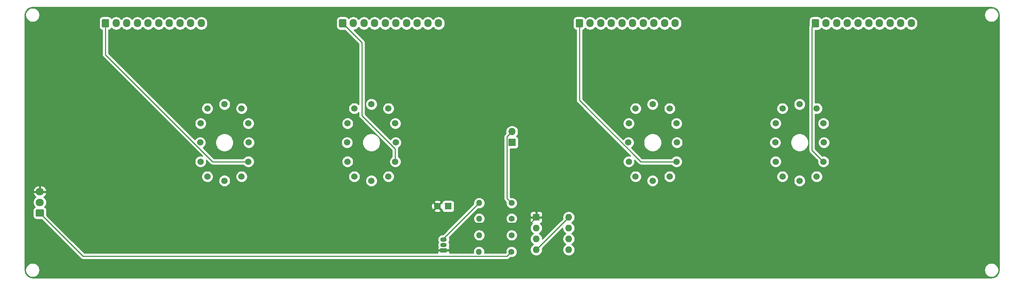
<source format=gbr>
%TF.GenerationSoftware,KiCad,Pcbnew,5.1.9+dfsg1-1+deb11u1*%
%TF.CreationDate,2023-02-08T14:45:02+08:00*%
%TF.ProjectId,IN12,494e3132-2e6b-4696-9361-645f70636258,v1.0*%
%TF.SameCoordinates,Original*%
%TF.FileFunction,Copper,L2,Bot*%
%TF.FilePolarity,Positive*%
%FSLAX46Y46*%
G04 Gerber Fmt 4.6, Leading zero omitted, Abs format (unit mm)*
G04 Created by KiCad (PCBNEW 5.1.9+dfsg1-1+deb11u1) date 2023-02-08 14:45:02*
%MOMM*%
%LPD*%
G01*
G04 APERTURE LIST*
%TA.AperFunction,ComponentPad*%
%ADD10C,1.500000*%
%TD*%
%TA.AperFunction,ComponentPad*%
%ADD11R,1.600000X1.600000*%
%TD*%
%TA.AperFunction,ComponentPad*%
%ADD12O,1.600000X1.600000*%
%TD*%
%TA.AperFunction,ComponentPad*%
%ADD13C,1.400000*%
%TD*%
%TA.AperFunction,ComponentPad*%
%ADD14O,1.400000X1.400000*%
%TD*%
%TA.AperFunction,ComponentPad*%
%ADD15R,1.500000X1.050000*%
%TD*%
%TA.AperFunction,ComponentPad*%
%ADD16O,1.500000X1.050000*%
%TD*%
%TA.AperFunction,ComponentPad*%
%ADD17O,1.700000X1.700000*%
%TD*%
%TA.AperFunction,ComponentPad*%
%ADD18R,1.700000X1.700000*%
%TD*%
%TA.AperFunction,ComponentPad*%
%ADD19O,1.950000X1.700000*%
%TD*%
%TA.AperFunction,ComponentPad*%
%ADD20O,1.700000X1.950000*%
%TD*%
%TA.AperFunction,ComponentPad*%
%ADD21C,1.600000*%
%TD*%
%TA.AperFunction,Conductor*%
%ADD22C,0.250000*%
%TD*%
%TA.AperFunction,Conductor*%
%ADD23C,0.254000*%
%TD*%
%TA.AperFunction,Conductor*%
%ADD24C,0.100000*%
%TD*%
G04 APERTURE END LIST*
D10*
%TO.P,NX4,1*%
%TO.N,Net-(J4-Pad2)*%
X272875000Y-162375000D03*
%TO.P,NX4,DP*%
%TO.N,N/C*%
X276875000Y-163375000D03*
%TO.P,NX4,A*%
%TO.N,ANODE_PIN*%
X280875000Y-162375000D03*
%TO.P,NX4,0*%
%TO.N,Net-(J4-Pad1)*%
X282475000Y-158875000D03*
%TO.P,NX4,9*%
%TO.N,Net-(J4-Pad10)*%
X282575000Y-154375000D03*
%TO.P,NX4,8*%
%TO.N,Net-(J4-Pad9)*%
X282475000Y-149875000D03*
%TO.P,NX4,7*%
%TO.N,Net-(J4-Pad8)*%
X280875000Y-146375000D03*
%TO.P,NX4,6*%
%TO.N,Net-(J4-Pad7)*%
X276875000Y-145375000D03*
%TO.P,NX4,5*%
%TO.N,Net-(J4-Pad6)*%
X272875000Y-146375000D03*
%TO.P,NX4,4*%
%TO.N,Net-(J4-Pad5)*%
X271275000Y-149875000D03*
%TO.P,NX4,3*%
%TO.N,Net-(J4-Pad4)*%
X271175000Y-154375000D03*
%TO.P,NX4,2*%
%TO.N,Net-(J4-Pad3)*%
X271275000Y-158875000D03*
%TD*%
%TO.P,NX3,1*%
%TO.N,Net-(J3-Pad2)*%
X238400000Y-162375000D03*
%TO.P,NX3,DP*%
%TO.N,N/C*%
X242400000Y-163375000D03*
%TO.P,NX3,A*%
%TO.N,ANODE_PIN*%
X246400000Y-162375000D03*
%TO.P,NX3,0*%
%TO.N,Net-(J3-Pad1)*%
X248000000Y-158875000D03*
%TO.P,NX3,9*%
%TO.N,Net-(J3-Pad10)*%
X248100000Y-154375000D03*
%TO.P,NX3,8*%
%TO.N,Net-(J3-Pad9)*%
X248000000Y-149875000D03*
%TO.P,NX3,7*%
%TO.N,Net-(J3-Pad8)*%
X246400000Y-146375000D03*
%TO.P,NX3,6*%
%TO.N,Net-(J3-Pad7)*%
X242400000Y-145375000D03*
%TO.P,NX3,5*%
%TO.N,Net-(J3-Pad6)*%
X238400000Y-146375000D03*
%TO.P,NX3,4*%
%TO.N,Net-(J3-Pad5)*%
X236800000Y-149875000D03*
%TO.P,NX3,3*%
%TO.N,Net-(J3-Pad4)*%
X236700000Y-154375000D03*
%TO.P,NX3,2*%
%TO.N,Net-(J3-Pad3)*%
X236800000Y-158875000D03*
%TD*%
%TO.P,NX2,1*%
%TO.N,Net-(J2-Pad2)*%
X172400000Y-162375000D03*
%TO.P,NX2,DP*%
%TO.N,N/C*%
X176400000Y-163375000D03*
%TO.P,NX2,A*%
%TO.N,ANODE_PIN*%
X180400000Y-162375000D03*
%TO.P,NX2,0*%
%TO.N,Net-(J2-Pad1)*%
X182000000Y-158875000D03*
%TO.P,NX2,9*%
%TO.N,Net-(J2-Pad10)*%
X182100000Y-154375000D03*
%TO.P,NX2,8*%
%TO.N,Net-(J2-Pad9)*%
X182000000Y-149875000D03*
%TO.P,NX2,7*%
%TO.N,Net-(J2-Pad8)*%
X180400000Y-146375000D03*
%TO.P,NX2,6*%
%TO.N,Net-(J2-Pad7)*%
X176400000Y-145375000D03*
%TO.P,NX2,5*%
%TO.N,Net-(J2-Pad6)*%
X172400000Y-146375000D03*
%TO.P,NX2,4*%
%TO.N,Net-(J2-Pad5)*%
X170800000Y-149875000D03*
%TO.P,NX2,3*%
%TO.N,Net-(J2-Pad4)*%
X170700000Y-154375000D03*
%TO.P,NX2,2*%
%TO.N,Net-(J2-Pad3)*%
X170800000Y-158875000D03*
%TD*%
%TO.P,NX1,1*%
%TO.N,Net-(J1-Pad2)*%
X137925000Y-162375000D03*
%TO.P,NX1,DP*%
%TO.N,N/C*%
X141925000Y-163375000D03*
%TO.P,NX1,A*%
%TO.N,ANODE_PIN*%
X145925000Y-162375000D03*
%TO.P,NX1,0*%
%TO.N,Net-(J1-Pad1)*%
X147525000Y-158875000D03*
%TO.P,NX1,9*%
%TO.N,Net-(J1-Pad10)*%
X147625000Y-154375000D03*
%TO.P,NX1,8*%
%TO.N,Net-(J1-Pad9)*%
X147525000Y-149875000D03*
%TO.P,NX1,7*%
%TO.N,Net-(J1-Pad8)*%
X145925000Y-146375000D03*
%TO.P,NX1,6*%
%TO.N,Net-(J1-Pad7)*%
X141925000Y-145375000D03*
%TO.P,NX1,5*%
%TO.N,Net-(J1-Pad6)*%
X137925000Y-146375000D03*
%TO.P,NX1,4*%
%TO.N,Net-(J1-Pad5)*%
X136325000Y-149875000D03*
%TO.P,NX1,3*%
%TO.N,Net-(J1-Pad4)*%
X136225000Y-154375000D03*
%TO.P,NX1,2*%
%TO.N,Net-(J1-Pad3)*%
X136325000Y-158875000D03*
%TD*%
D11*
%TO.P,U1,1*%
%TO.N,GND*%
X215100000Y-171950000D03*
D12*
%TO.P,U1,5*%
%TO.N,N/C*%
X222720000Y-179570000D03*
%TO.P,U1,2*%
%TO.N,Net-(C1-Pad1)*%
X215100000Y-174490000D03*
%TO.P,U1,6*%
X222720000Y-177030000D03*
%TO.P,U1,3*%
%TO.N,Net-(R2-Pad2)*%
X215100000Y-177030000D03*
%TO.P,U1,7*%
%TO.N,Net-(R1-Pad2)*%
X222720000Y-174490000D03*
%TO.P,U1,4*%
%TO.N,+5V*%
X215100000Y-179570000D03*
%TO.P,U1,8*%
X222720000Y-171950000D03*
%TD*%
D13*
%TO.P,R4,1*%
%TO.N,Net-(NE1-Pad2)*%
X209300000Y-168600000D03*
D14*
%TO.P,R4,2*%
%TO.N,Net-(Q1-Pad3)*%
X201680000Y-168600000D03*
%TD*%
%TO.P,R3,2*%
%TO.N,Net-(C1-Pad1)*%
X201680000Y-172250000D03*
D13*
%TO.P,R3,1*%
%TO.N,Net-(R1-Pad2)*%
X209300000Y-172250000D03*
%TD*%
D14*
%TO.P,R2,2*%
%TO.N,Net-(R2-Pad2)*%
X201680000Y-176150000D03*
D13*
%TO.P,R2,1*%
%TO.N,NE555_OUT*%
X209300000Y-176150000D03*
%TD*%
D14*
%TO.P,R1,2*%
%TO.N,Net-(R1-Pad2)*%
X201650000Y-180050000D03*
D13*
%TO.P,R1,1*%
%TO.N,+5V*%
X209270000Y-180050000D03*
%TD*%
D15*
%TO.P,Q1,1*%
%TO.N,GND*%
X193350000Y-179700000D03*
D16*
%TO.P,Q1,3*%
%TO.N,Net-(Q1-Pad3)*%
X193350000Y-177160000D03*
%TO.P,Q1,2*%
%TO.N,NE555_OUT*%
X193350000Y-178430000D03*
%TD*%
D17*
%TO.P,NE1,2*%
%TO.N,Net-(NE1-Pad2)*%
X209400000Y-151835000D03*
D18*
%TO.P,NE1,1*%
%TO.N,ANODE_PIN*%
X209400000Y-154375000D03*
%TD*%
D19*
%TO.P,J5,3*%
%TO.N,GND*%
X98600000Y-165950000D03*
%TO.P,J5,2*%
%TO.N,ANODE_PIN*%
X98600000Y-168450000D03*
%TO.P,J5,1*%
%TO.N,+5V*%
%TA.AperFunction,ComponentPad*%
G36*
G01*
X99325000Y-171800000D02*
X97875000Y-171800000D01*
G75*
G02*
X97625000Y-171550000I0J250000D01*
G01*
X97625000Y-170350000D01*
G75*
G02*
X97875000Y-170100000I250000J0D01*
G01*
X99325000Y-170100000D01*
G75*
G02*
X99575000Y-170350000I0J-250000D01*
G01*
X99575000Y-171550000D01*
G75*
G02*
X99325000Y-171800000I-250000J0D01*
G01*
G37*
%TD.AperFunction*%
%TD*%
D20*
%TO.P,J4,10*%
%TO.N,Net-(J4-Pad10)*%
X303100000Y-126350000D03*
%TO.P,J4,9*%
%TO.N,Net-(J4-Pad9)*%
X300600000Y-126350000D03*
%TO.P,J4,8*%
%TO.N,Net-(J4-Pad8)*%
X298100000Y-126350000D03*
%TO.P,J4,7*%
%TO.N,Net-(J4-Pad7)*%
X295600000Y-126350000D03*
%TO.P,J4,6*%
%TO.N,Net-(J4-Pad6)*%
X293100000Y-126350000D03*
%TO.P,J4,5*%
%TO.N,Net-(J4-Pad5)*%
X290600000Y-126350000D03*
%TO.P,J4,4*%
%TO.N,Net-(J4-Pad4)*%
X288100000Y-126350000D03*
%TO.P,J4,3*%
%TO.N,Net-(J4-Pad3)*%
X285600000Y-126350000D03*
%TO.P,J4,2*%
%TO.N,Net-(J4-Pad2)*%
X283100000Y-126350000D03*
%TO.P,J4,1*%
%TO.N,Net-(J4-Pad1)*%
%TA.AperFunction,ComponentPad*%
G36*
G01*
X279750000Y-127075000D02*
X279750000Y-125625000D01*
G75*
G02*
X280000000Y-125375000I250000J0D01*
G01*
X281200000Y-125375000D01*
G75*
G02*
X281450000Y-125625000I0J-250000D01*
G01*
X281450000Y-127075000D01*
G75*
G02*
X281200000Y-127325000I-250000J0D01*
G01*
X280000000Y-127325000D01*
G75*
G02*
X279750000Y-127075000I0J250000D01*
G01*
G37*
%TD.AperFunction*%
%TD*%
%TO.P,J3,10*%
%TO.N,Net-(J3-Pad10)*%
X247700000Y-126350000D03*
%TO.P,J3,9*%
%TO.N,Net-(J3-Pad9)*%
X245200000Y-126350000D03*
%TO.P,J3,8*%
%TO.N,Net-(J3-Pad8)*%
X242700000Y-126350000D03*
%TO.P,J3,7*%
%TO.N,Net-(J3-Pad7)*%
X240200000Y-126350000D03*
%TO.P,J3,6*%
%TO.N,Net-(J3-Pad6)*%
X237700000Y-126350000D03*
%TO.P,J3,5*%
%TO.N,Net-(J3-Pad5)*%
X235200000Y-126350000D03*
%TO.P,J3,4*%
%TO.N,Net-(J3-Pad4)*%
X232700000Y-126350000D03*
%TO.P,J3,3*%
%TO.N,Net-(J3-Pad3)*%
X230200000Y-126350000D03*
%TO.P,J3,2*%
%TO.N,Net-(J3-Pad2)*%
X227700000Y-126350000D03*
%TO.P,J3,1*%
%TO.N,Net-(J3-Pad1)*%
%TA.AperFunction,ComponentPad*%
G36*
G01*
X224350000Y-127075000D02*
X224350000Y-125625000D01*
G75*
G02*
X224600000Y-125375000I250000J0D01*
G01*
X225800000Y-125375000D01*
G75*
G02*
X226050000Y-125625000I0J-250000D01*
G01*
X226050000Y-127075000D01*
G75*
G02*
X225800000Y-127325000I-250000J0D01*
G01*
X224600000Y-127325000D01*
G75*
G02*
X224350000Y-127075000I0J250000D01*
G01*
G37*
%TD.AperFunction*%
%TD*%
%TO.P,J2,10*%
%TO.N,Net-(J2-Pad10)*%
X192150000Y-126350000D03*
%TO.P,J2,9*%
%TO.N,Net-(J2-Pad9)*%
X189650000Y-126350000D03*
%TO.P,J2,8*%
%TO.N,Net-(J2-Pad8)*%
X187150000Y-126350000D03*
%TO.P,J2,7*%
%TO.N,Net-(J2-Pad7)*%
X184650000Y-126350000D03*
%TO.P,J2,6*%
%TO.N,Net-(J2-Pad6)*%
X182150000Y-126350000D03*
%TO.P,J2,5*%
%TO.N,Net-(J2-Pad5)*%
X179650000Y-126350000D03*
%TO.P,J2,4*%
%TO.N,Net-(J2-Pad4)*%
X177150000Y-126350000D03*
%TO.P,J2,3*%
%TO.N,Net-(J2-Pad3)*%
X174650000Y-126350000D03*
%TO.P,J2,2*%
%TO.N,Net-(J2-Pad2)*%
X172150000Y-126350000D03*
%TO.P,J2,1*%
%TO.N,Net-(J2-Pad1)*%
%TA.AperFunction,ComponentPad*%
G36*
G01*
X168800000Y-127075000D02*
X168800000Y-125625000D01*
G75*
G02*
X169050000Y-125375000I250000J0D01*
G01*
X170250000Y-125375000D01*
G75*
G02*
X170500000Y-125625000I0J-250000D01*
G01*
X170500000Y-127075000D01*
G75*
G02*
X170250000Y-127325000I-250000J0D01*
G01*
X169050000Y-127325000D01*
G75*
G02*
X168800000Y-127075000I0J250000D01*
G01*
G37*
%TD.AperFunction*%
%TD*%
%TO.P,J1,10*%
%TO.N,Net-(J1-Pad10)*%
X136500000Y-126350000D03*
%TO.P,J1,9*%
%TO.N,Net-(J1-Pad9)*%
X134000000Y-126350000D03*
%TO.P,J1,8*%
%TO.N,Net-(J1-Pad8)*%
X131500000Y-126350000D03*
%TO.P,J1,7*%
%TO.N,Net-(J1-Pad7)*%
X129000000Y-126350000D03*
%TO.P,J1,6*%
%TO.N,Net-(J1-Pad6)*%
X126500000Y-126350000D03*
%TO.P,J1,5*%
%TO.N,Net-(J1-Pad5)*%
X124000000Y-126350000D03*
%TO.P,J1,4*%
%TO.N,Net-(J1-Pad4)*%
X121500000Y-126350000D03*
%TO.P,J1,3*%
%TO.N,Net-(J1-Pad3)*%
X119000000Y-126350000D03*
%TO.P,J1,2*%
%TO.N,Net-(J1-Pad2)*%
X116500000Y-126350000D03*
%TO.P,J1,1*%
%TO.N,Net-(J1-Pad1)*%
%TA.AperFunction,ComponentPad*%
G36*
G01*
X113150000Y-127075000D02*
X113150000Y-125625000D01*
G75*
G02*
X113400000Y-125375000I250000J0D01*
G01*
X114600000Y-125375000D01*
G75*
G02*
X114850000Y-125625000I0J-250000D01*
G01*
X114850000Y-127075000D01*
G75*
G02*
X114600000Y-127325000I-250000J0D01*
G01*
X113400000Y-127325000D01*
G75*
G02*
X113150000Y-127075000I0J250000D01*
G01*
G37*
%TD.AperFunction*%
%TD*%
D21*
%TO.P,C1,2*%
%TO.N,GND*%
X191900000Y-169350000D03*
D11*
%TO.P,C1,1*%
%TO.N,Net-(C1-Pad1)*%
X194400000Y-169350000D03*
%TD*%
D22*
%TO.N,GND*%
X200774999Y-173275001D02*
X194350000Y-179700000D01*
X213774999Y-173275001D02*
X200774999Y-173275001D01*
X194350000Y-179700000D02*
X193350000Y-179700000D01*
X215100000Y-171950000D02*
X213774999Y-173275001D01*
X188500000Y-165950000D02*
X191900000Y-169350000D01*
X98600000Y-165950000D02*
X188500000Y-165950000D01*
%TO.N,Net-(J1-Pad1)*%
X139133998Y-158875000D02*
X147525000Y-158875000D01*
X114000000Y-133741002D02*
X139133998Y-158875000D01*
X114000000Y-126350000D02*
X114000000Y-133741002D01*
%TO.N,Net-(J2-Pad4)*%
X177150000Y-126350000D02*
X177475001Y-126675001D01*
%TO.N,Net-(J2-Pad1)*%
X174163295Y-130863295D02*
X169650000Y-126350000D01*
X174163295Y-148029297D02*
X174163295Y-130863295D01*
X182000000Y-155866002D02*
X174163295Y-148029297D01*
X182000000Y-158875000D02*
X182000000Y-155866002D01*
%TO.N,Net-(J3-Pad1)*%
X239608998Y-158875000D02*
X248000000Y-158875000D01*
X225200000Y-144466002D02*
X239608998Y-158875000D01*
X225200000Y-126350000D02*
X225200000Y-144466002D01*
%TO.N,Net-(J4-Pad8)*%
X298100000Y-126350000D02*
X298100000Y-126225000D01*
%TO.N,Net-(J4-Pad1)*%
X279799999Y-127150001D02*
X279799999Y-156199999D01*
X279799999Y-156199999D02*
X282475000Y-158875000D01*
X280600000Y-126350000D02*
X279799999Y-127150001D01*
%TO.N,+5V*%
X215100000Y-179570000D02*
X222720000Y-171950000D01*
X108725001Y-181075001D02*
X98600000Y-170950000D01*
X208244999Y-181075001D02*
X108725001Y-181075001D01*
X209270000Y-180050000D02*
X208244999Y-181075001D01*
%TO.N,Net-(NE1-Pad2)*%
X209300000Y-168600000D02*
X208224999Y-167524999D01*
X208224999Y-153010001D02*
X209400000Y-151835000D01*
X208224999Y-167524999D02*
X208224999Y-153010001D01*
%TO.N,Net-(Q1-Pad3)*%
X193350000Y-176930000D02*
X193350000Y-177160000D01*
X201680000Y-168600000D02*
X193350000Y-176930000D01*
%TD*%
D23*
%TO.N,GND*%
X322247064Y-122647195D02*
X322580912Y-122747990D01*
X322888821Y-122911708D01*
X323159065Y-123132115D01*
X323381353Y-123400813D01*
X323547217Y-123707572D01*
X323650340Y-124040710D01*
X323690000Y-124418051D01*
X323690001Y-184317711D01*
X323652805Y-184697064D01*
X323552011Y-185030909D01*
X323388293Y-185338820D01*
X323167888Y-185609063D01*
X322899184Y-185831354D01*
X322592426Y-185997218D01*
X322259291Y-186100340D01*
X321881948Y-186140000D01*
X96932279Y-186140000D01*
X96552936Y-186102805D01*
X96219091Y-186002011D01*
X95911180Y-185838293D01*
X95640937Y-185617888D01*
X95418646Y-185349184D01*
X95252782Y-185042426D01*
X95149660Y-184709291D01*
X95110000Y-184331948D01*
X95110000Y-184184042D01*
X95215000Y-184184042D01*
X95215000Y-184515958D01*
X95279754Y-184841496D01*
X95406772Y-185148147D01*
X95591175Y-185424125D01*
X95825875Y-185658825D01*
X96101853Y-185843228D01*
X96408504Y-185970246D01*
X96734042Y-186035000D01*
X97065958Y-186035000D01*
X97391496Y-185970246D01*
X97698147Y-185843228D01*
X97974125Y-185658825D01*
X98208825Y-185424125D01*
X98393228Y-185148147D01*
X98520246Y-184841496D01*
X98585000Y-184515958D01*
X98585000Y-184184042D01*
X320215000Y-184184042D01*
X320215000Y-184515958D01*
X320279754Y-184841496D01*
X320406772Y-185148147D01*
X320591175Y-185424125D01*
X320825875Y-185658825D01*
X321101853Y-185843228D01*
X321408504Y-185970246D01*
X321734042Y-186035000D01*
X322065958Y-186035000D01*
X322391496Y-185970246D01*
X322698147Y-185843228D01*
X322974125Y-185658825D01*
X323208825Y-185424125D01*
X323393228Y-185148147D01*
X323520246Y-184841496D01*
X323585000Y-184515958D01*
X323585000Y-184184042D01*
X323520246Y-183858504D01*
X323393228Y-183551853D01*
X323208825Y-183275875D01*
X322974125Y-183041175D01*
X322698147Y-182856772D01*
X322391496Y-182729754D01*
X322065958Y-182665000D01*
X321734042Y-182665000D01*
X321408504Y-182729754D01*
X321101853Y-182856772D01*
X320825875Y-183041175D01*
X320591175Y-183275875D01*
X320406772Y-183551853D01*
X320279754Y-183858504D01*
X320215000Y-184184042D01*
X98585000Y-184184042D01*
X98520246Y-183858504D01*
X98393228Y-183551853D01*
X98208825Y-183275875D01*
X97974125Y-183041175D01*
X97698147Y-182856772D01*
X97391496Y-182729754D01*
X97065958Y-182665000D01*
X96734042Y-182665000D01*
X96408504Y-182729754D01*
X96101853Y-182856772D01*
X95825875Y-183041175D01*
X95591175Y-183275875D01*
X95406772Y-183551853D01*
X95279754Y-183858504D01*
X95215000Y-184184042D01*
X95110000Y-184184042D01*
X95110000Y-168450000D01*
X96982815Y-168450000D01*
X97011487Y-168741111D01*
X97096401Y-169021034D01*
X97234294Y-169279014D01*
X97419866Y-169505134D01*
X97483337Y-169557223D01*
X97381614Y-169611595D01*
X97247038Y-169722038D01*
X97136595Y-169856614D01*
X97054528Y-170010150D01*
X97003992Y-170176746D01*
X96986928Y-170350000D01*
X96986928Y-171550000D01*
X97003992Y-171723254D01*
X97054528Y-171889850D01*
X97136595Y-172043386D01*
X97247038Y-172177962D01*
X97381614Y-172288405D01*
X97535150Y-172370472D01*
X97701746Y-172421008D01*
X97875000Y-172438072D01*
X99013271Y-172438072D01*
X108161202Y-181586004D01*
X108185000Y-181615002D01*
X108300725Y-181709975D01*
X108432754Y-181780547D01*
X108576015Y-181824004D01*
X108687668Y-181835001D01*
X108687676Y-181835001D01*
X108725001Y-181838677D01*
X108762326Y-181835001D01*
X208207677Y-181835001D01*
X208244999Y-181838677D01*
X208282321Y-181835001D01*
X208282332Y-181835001D01*
X208393985Y-181824004D01*
X208537246Y-181780547D01*
X208669275Y-181709975D01*
X208785000Y-181615002D01*
X208808803Y-181585999D01*
X209031156Y-181363645D01*
X209138514Y-181385000D01*
X209401486Y-181385000D01*
X209659405Y-181333696D01*
X209902359Y-181233061D01*
X210121013Y-181086962D01*
X210306962Y-180901013D01*
X210453061Y-180682359D01*
X210553696Y-180439405D01*
X210605000Y-180181486D01*
X210605000Y-179918514D01*
X210553696Y-179660595D01*
X210453061Y-179417641D01*
X210306962Y-179198987D01*
X210121013Y-179013038D01*
X209902359Y-178866939D01*
X209659405Y-178766304D01*
X209401486Y-178715000D01*
X209138514Y-178715000D01*
X208880595Y-178766304D01*
X208637641Y-178866939D01*
X208418987Y-179013038D01*
X208233038Y-179198987D01*
X208086939Y-179417641D01*
X207986304Y-179660595D01*
X207935000Y-179918514D01*
X207935000Y-180181486D01*
X207956355Y-180288844D01*
X207930198Y-180315001D01*
X202958442Y-180315001D01*
X202985000Y-180181486D01*
X202985000Y-179918514D01*
X202933696Y-179660595D01*
X202833061Y-179417641D01*
X202686962Y-179198987D01*
X202501013Y-179013038D01*
X202282359Y-178866939D01*
X202039405Y-178766304D01*
X201781486Y-178715000D01*
X201518514Y-178715000D01*
X201260595Y-178766304D01*
X201017641Y-178866939D01*
X200798987Y-179013038D01*
X200613038Y-179198987D01*
X200466939Y-179417641D01*
X200366304Y-179660595D01*
X200315000Y-179918514D01*
X200315000Y-180181486D01*
X200341558Y-180315001D01*
X194729208Y-180315001D01*
X194738072Y-180225000D01*
X194735000Y-179985750D01*
X194576250Y-179827000D01*
X193477000Y-179827000D01*
X193477000Y-179847000D01*
X193223000Y-179847000D01*
X193223000Y-179827000D01*
X192123750Y-179827000D01*
X191965000Y-179985750D01*
X191961928Y-180225000D01*
X191970792Y-180315001D01*
X109039803Y-180315001D01*
X105884802Y-177160000D01*
X191959388Y-177160000D01*
X191981785Y-177387400D01*
X192048115Y-177606060D01*
X192149105Y-177795000D01*
X192048115Y-177983940D01*
X191981785Y-178202600D01*
X191959388Y-178430000D01*
X191981785Y-178657400D01*
X192045093Y-178866098D01*
X192010498Y-178930820D01*
X191974188Y-179050518D01*
X191961928Y-179175000D01*
X191965000Y-179414250D01*
X192123750Y-179573000D01*
X192896891Y-179573000D01*
X192897600Y-179573215D01*
X193068021Y-179590000D01*
X193631979Y-179590000D01*
X193802400Y-179573215D01*
X193803109Y-179573000D01*
X194576250Y-179573000D01*
X194735000Y-179414250D01*
X194738072Y-179175000D01*
X194725812Y-179050518D01*
X194689502Y-178930820D01*
X194654907Y-178866098D01*
X194718215Y-178657400D01*
X194740612Y-178430000D01*
X194718215Y-178202600D01*
X194651885Y-177983940D01*
X194550895Y-177795000D01*
X194651885Y-177606060D01*
X194718215Y-177387400D01*
X194740612Y-177160000D01*
X194718215Y-176932600D01*
X194651885Y-176713940D01*
X194648045Y-176706756D01*
X195336287Y-176018514D01*
X200345000Y-176018514D01*
X200345000Y-176281486D01*
X200396304Y-176539405D01*
X200496939Y-176782359D01*
X200643038Y-177001013D01*
X200828987Y-177186962D01*
X201047641Y-177333061D01*
X201290595Y-177433696D01*
X201548514Y-177485000D01*
X201811486Y-177485000D01*
X202069405Y-177433696D01*
X202312359Y-177333061D01*
X202531013Y-177186962D01*
X202716962Y-177001013D01*
X202863061Y-176782359D01*
X202963696Y-176539405D01*
X203015000Y-176281486D01*
X203015000Y-176018514D01*
X207965000Y-176018514D01*
X207965000Y-176281486D01*
X208016304Y-176539405D01*
X208116939Y-176782359D01*
X208263038Y-177001013D01*
X208448987Y-177186962D01*
X208667641Y-177333061D01*
X208910595Y-177433696D01*
X209168514Y-177485000D01*
X209431486Y-177485000D01*
X209689405Y-177433696D01*
X209932359Y-177333061D01*
X210151013Y-177186962D01*
X210336962Y-177001013D01*
X210483061Y-176782359D01*
X210583696Y-176539405D01*
X210635000Y-176281486D01*
X210635000Y-176018514D01*
X210583696Y-175760595D01*
X210483061Y-175517641D01*
X210336962Y-175298987D01*
X210151013Y-175113038D01*
X209932359Y-174966939D01*
X209689405Y-174866304D01*
X209431486Y-174815000D01*
X209168514Y-174815000D01*
X208910595Y-174866304D01*
X208667641Y-174966939D01*
X208448987Y-175113038D01*
X208263038Y-175298987D01*
X208116939Y-175517641D01*
X208016304Y-175760595D01*
X207965000Y-176018514D01*
X203015000Y-176018514D01*
X202963696Y-175760595D01*
X202863061Y-175517641D01*
X202716962Y-175298987D01*
X202531013Y-175113038D01*
X202312359Y-174966939D01*
X202069405Y-174866304D01*
X201811486Y-174815000D01*
X201548514Y-174815000D01*
X201290595Y-174866304D01*
X201047641Y-174966939D01*
X200828987Y-175113038D01*
X200643038Y-175298987D01*
X200496939Y-175517641D01*
X200396304Y-175760595D01*
X200345000Y-176018514D01*
X195336287Y-176018514D01*
X199236287Y-172118514D01*
X200345000Y-172118514D01*
X200345000Y-172381486D01*
X200396304Y-172639405D01*
X200496939Y-172882359D01*
X200643038Y-173101013D01*
X200828987Y-173286962D01*
X201047641Y-173433061D01*
X201290595Y-173533696D01*
X201548514Y-173585000D01*
X201811486Y-173585000D01*
X202069405Y-173533696D01*
X202312359Y-173433061D01*
X202531013Y-173286962D01*
X202716962Y-173101013D01*
X202863061Y-172882359D01*
X202963696Y-172639405D01*
X203015000Y-172381486D01*
X203015000Y-172118514D01*
X207965000Y-172118514D01*
X207965000Y-172381486D01*
X208016304Y-172639405D01*
X208116939Y-172882359D01*
X208263038Y-173101013D01*
X208448987Y-173286962D01*
X208667641Y-173433061D01*
X208910595Y-173533696D01*
X209168514Y-173585000D01*
X209431486Y-173585000D01*
X209689405Y-173533696D01*
X209932359Y-173433061D01*
X210151013Y-173286962D01*
X210336962Y-173101013D01*
X210483061Y-172882359D01*
X210537885Y-172750000D01*
X213661928Y-172750000D01*
X213674188Y-172874482D01*
X213710498Y-172994180D01*
X213769463Y-173104494D01*
X213848815Y-173201185D01*
X213945506Y-173280537D01*
X214055820Y-173339502D01*
X214175518Y-173375812D01*
X214183961Y-173376643D01*
X213985363Y-173575241D01*
X213828320Y-173810273D01*
X213720147Y-174071426D01*
X213665000Y-174348665D01*
X213665000Y-174631335D01*
X213720147Y-174908574D01*
X213828320Y-175169727D01*
X213985363Y-175404759D01*
X214185241Y-175604637D01*
X214417759Y-175760000D01*
X214185241Y-175915363D01*
X213985363Y-176115241D01*
X213828320Y-176350273D01*
X213720147Y-176611426D01*
X213665000Y-176888665D01*
X213665000Y-177171335D01*
X213720147Y-177448574D01*
X213828320Y-177709727D01*
X213985363Y-177944759D01*
X214185241Y-178144637D01*
X214417759Y-178300000D01*
X214185241Y-178455363D01*
X213985363Y-178655241D01*
X213828320Y-178890273D01*
X213720147Y-179151426D01*
X213665000Y-179428665D01*
X213665000Y-179711335D01*
X213720147Y-179988574D01*
X213828320Y-180249727D01*
X213985363Y-180484759D01*
X214185241Y-180684637D01*
X214420273Y-180841680D01*
X214681426Y-180949853D01*
X214958665Y-181005000D01*
X215241335Y-181005000D01*
X215518574Y-180949853D01*
X215779727Y-180841680D01*
X216014759Y-180684637D01*
X216214637Y-180484759D01*
X216371680Y-180249727D01*
X216479853Y-179988574D01*
X216535000Y-179711335D01*
X216535000Y-179428665D01*
X216498688Y-179246113D01*
X221285000Y-174459802D01*
X221285000Y-174631335D01*
X221340147Y-174908574D01*
X221448320Y-175169727D01*
X221605363Y-175404759D01*
X221805241Y-175604637D01*
X222037759Y-175760000D01*
X221805241Y-175915363D01*
X221605363Y-176115241D01*
X221448320Y-176350273D01*
X221340147Y-176611426D01*
X221285000Y-176888665D01*
X221285000Y-177171335D01*
X221340147Y-177448574D01*
X221448320Y-177709727D01*
X221605363Y-177944759D01*
X221805241Y-178144637D01*
X222037759Y-178300000D01*
X221805241Y-178455363D01*
X221605363Y-178655241D01*
X221448320Y-178890273D01*
X221340147Y-179151426D01*
X221285000Y-179428665D01*
X221285000Y-179711335D01*
X221340147Y-179988574D01*
X221448320Y-180249727D01*
X221605363Y-180484759D01*
X221805241Y-180684637D01*
X222040273Y-180841680D01*
X222301426Y-180949853D01*
X222578665Y-181005000D01*
X222861335Y-181005000D01*
X223138574Y-180949853D01*
X223399727Y-180841680D01*
X223634759Y-180684637D01*
X223834637Y-180484759D01*
X223991680Y-180249727D01*
X224099853Y-179988574D01*
X224155000Y-179711335D01*
X224155000Y-179428665D01*
X224099853Y-179151426D01*
X223991680Y-178890273D01*
X223834637Y-178655241D01*
X223634759Y-178455363D01*
X223402241Y-178300000D01*
X223634759Y-178144637D01*
X223834637Y-177944759D01*
X223991680Y-177709727D01*
X224099853Y-177448574D01*
X224155000Y-177171335D01*
X224155000Y-176888665D01*
X224099853Y-176611426D01*
X223991680Y-176350273D01*
X223834637Y-176115241D01*
X223634759Y-175915363D01*
X223402241Y-175760000D01*
X223634759Y-175604637D01*
X223834637Y-175404759D01*
X223991680Y-175169727D01*
X224099853Y-174908574D01*
X224155000Y-174631335D01*
X224155000Y-174348665D01*
X224099853Y-174071426D01*
X223991680Y-173810273D01*
X223834637Y-173575241D01*
X223634759Y-173375363D01*
X223402241Y-173220000D01*
X223634759Y-173064637D01*
X223834637Y-172864759D01*
X223991680Y-172629727D01*
X224099853Y-172368574D01*
X224155000Y-172091335D01*
X224155000Y-171808665D01*
X224099853Y-171531426D01*
X223991680Y-171270273D01*
X223834637Y-171035241D01*
X223634759Y-170835363D01*
X223399727Y-170678320D01*
X223138574Y-170570147D01*
X222861335Y-170515000D01*
X222578665Y-170515000D01*
X222301426Y-170570147D01*
X222040273Y-170678320D01*
X221805241Y-170835363D01*
X221605363Y-171035241D01*
X221448320Y-171270273D01*
X221340147Y-171531426D01*
X221285000Y-171808665D01*
X221285000Y-172091335D01*
X221321312Y-172273886D01*
X216535000Y-177060199D01*
X216535000Y-176888665D01*
X216479853Y-176611426D01*
X216371680Y-176350273D01*
X216214637Y-176115241D01*
X216014759Y-175915363D01*
X215782241Y-175760000D01*
X216014759Y-175604637D01*
X216214637Y-175404759D01*
X216371680Y-175169727D01*
X216479853Y-174908574D01*
X216535000Y-174631335D01*
X216535000Y-174348665D01*
X216479853Y-174071426D01*
X216371680Y-173810273D01*
X216214637Y-173575241D01*
X216016039Y-173376643D01*
X216024482Y-173375812D01*
X216144180Y-173339502D01*
X216254494Y-173280537D01*
X216351185Y-173201185D01*
X216430537Y-173104494D01*
X216489502Y-172994180D01*
X216525812Y-172874482D01*
X216538072Y-172750000D01*
X216535000Y-172235750D01*
X216376250Y-172077000D01*
X215227000Y-172077000D01*
X215227000Y-172097000D01*
X214973000Y-172097000D01*
X214973000Y-172077000D01*
X213823750Y-172077000D01*
X213665000Y-172235750D01*
X213661928Y-172750000D01*
X210537885Y-172750000D01*
X210583696Y-172639405D01*
X210635000Y-172381486D01*
X210635000Y-172118514D01*
X210583696Y-171860595D01*
X210483061Y-171617641D01*
X210336962Y-171398987D01*
X210151013Y-171213038D01*
X210056670Y-171150000D01*
X213661928Y-171150000D01*
X213665000Y-171664250D01*
X213823750Y-171823000D01*
X214973000Y-171823000D01*
X214973000Y-170673750D01*
X215227000Y-170673750D01*
X215227000Y-171823000D01*
X216376250Y-171823000D01*
X216535000Y-171664250D01*
X216538072Y-171150000D01*
X216525812Y-171025518D01*
X216489502Y-170905820D01*
X216430537Y-170795506D01*
X216351185Y-170698815D01*
X216254494Y-170619463D01*
X216144180Y-170560498D01*
X216024482Y-170524188D01*
X215900000Y-170511928D01*
X215385750Y-170515000D01*
X215227000Y-170673750D01*
X214973000Y-170673750D01*
X214814250Y-170515000D01*
X214300000Y-170511928D01*
X214175518Y-170524188D01*
X214055820Y-170560498D01*
X213945506Y-170619463D01*
X213848815Y-170698815D01*
X213769463Y-170795506D01*
X213710498Y-170905820D01*
X213674188Y-171025518D01*
X213661928Y-171150000D01*
X210056670Y-171150000D01*
X209932359Y-171066939D01*
X209689405Y-170966304D01*
X209431486Y-170915000D01*
X209168514Y-170915000D01*
X208910595Y-170966304D01*
X208667641Y-171066939D01*
X208448987Y-171213038D01*
X208263038Y-171398987D01*
X208116939Y-171617641D01*
X208016304Y-171860595D01*
X207965000Y-172118514D01*
X203015000Y-172118514D01*
X202963696Y-171860595D01*
X202863061Y-171617641D01*
X202716962Y-171398987D01*
X202531013Y-171213038D01*
X202312359Y-171066939D01*
X202069405Y-170966304D01*
X201811486Y-170915000D01*
X201548514Y-170915000D01*
X201290595Y-170966304D01*
X201047641Y-171066939D01*
X200828987Y-171213038D01*
X200643038Y-171398987D01*
X200496939Y-171617641D01*
X200396304Y-171860595D01*
X200345000Y-172118514D01*
X199236287Y-172118514D01*
X201441157Y-169913645D01*
X201548514Y-169935000D01*
X201811486Y-169935000D01*
X202069405Y-169883696D01*
X202312359Y-169783061D01*
X202531013Y-169636962D01*
X202716962Y-169451013D01*
X202863061Y-169232359D01*
X202963696Y-168989405D01*
X203015000Y-168731486D01*
X203015000Y-168468514D01*
X202963696Y-168210595D01*
X202863061Y-167967641D01*
X202716962Y-167748987D01*
X202531013Y-167563038D01*
X202312359Y-167416939D01*
X202069405Y-167316304D01*
X201811486Y-167265000D01*
X201548514Y-167265000D01*
X201290595Y-167316304D01*
X201047641Y-167416939D01*
X200828987Y-167563038D01*
X200643038Y-167748987D01*
X200496939Y-167967641D01*
X200396304Y-168210595D01*
X200345000Y-168468514D01*
X200345000Y-168731486D01*
X200366355Y-168838843D01*
X193205199Y-176000000D01*
X193068021Y-176000000D01*
X192897600Y-176016785D01*
X192678940Y-176083115D01*
X192477421Y-176190829D01*
X192300788Y-176335788D01*
X192155829Y-176512421D01*
X192048115Y-176713940D01*
X191981785Y-176932600D01*
X191959388Y-177160000D01*
X105884802Y-177160000D01*
X100213072Y-171488271D01*
X100213072Y-170350000D01*
X100212354Y-170342702D01*
X191086903Y-170342702D01*
X191158486Y-170586671D01*
X191413996Y-170707571D01*
X191688184Y-170776300D01*
X191970512Y-170790217D01*
X192250130Y-170748787D01*
X192516292Y-170653603D01*
X192641514Y-170586671D01*
X192713097Y-170342702D01*
X191900000Y-169529605D01*
X191086903Y-170342702D01*
X100212354Y-170342702D01*
X100196008Y-170176746D01*
X100145472Y-170010150D01*
X100063405Y-169856614D01*
X99952962Y-169722038D01*
X99818386Y-169611595D01*
X99716663Y-169557223D01*
X99780134Y-169505134D01*
X99849581Y-169420512D01*
X190459783Y-169420512D01*
X190501213Y-169700130D01*
X190596397Y-169966292D01*
X190663329Y-170091514D01*
X190907298Y-170163097D01*
X191720395Y-169350000D01*
X192079605Y-169350000D01*
X192892702Y-170163097D01*
X192961928Y-170142785D01*
X192961928Y-170150000D01*
X192974188Y-170274482D01*
X193010498Y-170394180D01*
X193069463Y-170504494D01*
X193148815Y-170601185D01*
X193245506Y-170680537D01*
X193355820Y-170739502D01*
X193475518Y-170775812D01*
X193600000Y-170788072D01*
X195200000Y-170788072D01*
X195324482Y-170775812D01*
X195444180Y-170739502D01*
X195554494Y-170680537D01*
X195651185Y-170601185D01*
X195730537Y-170504494D01*
X195789502Y-170394180D01*
X195825812Y-170274482D01*
X195838072Y-170150000D01*
X195838072Y-168550000D01*
X195825812Y-168425518D01*
X195789502Y-168305820D01*
X195730537Y-168195506D01*
X195651185Y-168098815D01*
X195554494Y-168019463D01*
X195444180Y-167960498D01*
X195324482Y-167924188D01*
X195200000Y-167911928D01*
X193600000Y-167911928D01*
X193475518Y-167924188D01*
X193355820Y-167960498D01*
X193245506Y-168019463D01*
X193148815Y-168098815D01*
X193069463Y-168195506D01*
X193010498Y-168305820D01*
X192974188Y-168425518D01*
X192961928Y-168550000D01*
X192961928Y-168557215D01*
X192892702Y-168536903D01*
X192079605Y-169350000D01*
X191720395Y-169350000D01*
X190907298Y-168536903D01*
X190663329Y-168608486D01*
X190542429Y-168863996D01*
X190473700Y-169138184D01*
X190459783Y-169420512D01*
X99849581Y-169420512D01*
X99965706Y-169279014D01*
X100103599Y-169021034D01*
X100188513Y-168741111D01*
X100217185Y-168450000D01*
X100208055Y-168357298D01*
X191086903Y-168357298D01*
X191900000Y-169170395D01*
X192713097Y-168357298D01*
X192641514Y-168113329D01*
X192386004Y-167992429D01*
X192111816Y-167923700D01*
X191829488Y-167909783D01*
X191549870Y-167951213D01*
X191283708Y-168046397D01*
X191158486Y-168113329D01*
X191086903Y-168357298D01*
X100208055Y-168357298D01*
X100188513Y-168158889D01*
X100103599Y-167878966D01*
X99965706Y-167620986D01*
X99780134Y-167394866D01*
X99554014Y-167209294D01*
X99528278Y-167195538D01*
X99734429Y-167039049D01*
X99927496Y-166821193D01*
X100074352Y-166569858D01*
X100166476Y-166306890D01*
X100045155Y-166077000D01*
X98727000Y-166077000D01*
X98727000Y-166097000D01*
X98473000Y-166097000D01*
X98473000Y-166077000D01*
X97154845Y-166077000D01*
X97033524Y-166306890D01*
X97125648Y-166569858D01*
X97272504Y-166821193D01*
X97465571Y-167039049D01*
X97671722Y-167195538D01*
X97645986Y-167209294D01*
X97419866Y-167394866D01*
X97234294Y-167620986D01*
X97096401Y-167878966D01*
X97011487Y-168158889D01*
X96982815Y-168450000D01*
X95110000Y-168450000D01*
X95110000Y-165593110D01*
X97033524Y-165593110D01*
X97154845Y-165823000D01*
X98473000Y-165823000D01*
X98473000Y-164623835D01*
X98727000Y-164623835D01*
X98727000Y-165823000D01*
X100045155Y-165823000D01*
X100166476Y-165593110D01*
X100074352Y-165330142D01*
X99927496Y-165078807D01*
X99734429Y-164860951D01*
X99502570Y-164684947D01*
X99240830Y-164557558D01*
X98959267Y-164483680D01*
X98727000Y-164623835D01*
X98473000Y-164623835D01*
X98240733Y-164483680D01*
X97959170Y-164557558D01*
X97697430Y-164684947D01*
X97465571Y-164860951D01*
X97272504Y-165078807D01*
X97125648Y-165330142D01*
X97033524Y-165593110D01*
X95110000Y-165593110D01*
X95110000Y-162238589D01*
X136540000Y-162238589D01*
X136540000Y-162511411D01*
X136593225Y-162778989D01*
X136697629Y-163031043D01*
X136849201Y-163257886D01*
X137042114Y-163450799D01*
X137268957Y-163602371D01*
X137521011Y-163706775D01*
X137788589Y-163760000D01*
X138061411Y-163760000D01*
X138328989Y-163706775D01*
X138581043Y-163602371D01*
X138807886Y-163450799D01*
X139000799Y-163257886D01*
X139013692Y-163238589D01*
X140540000Y-163238589D01*
X140540000Y-163511411D01*
X140593225Y-163778989D01*
X140697629Y-164031043D01*
X140849201Y-164257886D01*
X141042114Y-164450799D01*
X141268957Y-164602371D01*
X141521011Y-164706775D01*
X141788589Y-164760000D01*
X142061411Y-164760000D01*
X142328989Y-164706775D01*
X142581043Y-164602371D01*
X142807886Y-164450799D01*
X143000799Y-164257886D01*
X143152371Y-164031043D01*
X143256775Y-163778989D01*
X143310000Y-163511411D01*
X143310000Y-163238589D01*
X143256775Y-162971011D01*
X143152371Y-162718957D01*
X143000799Y-162492114D01*
X142807886Y-162299201D01*
X142717174Y-162238589D01*
X144540000Y-162238589D01*
X144540000Y-162511411D01*
X144593225Y-162778989D01*
X144697629Y-163031043D01*
X144849201Y-163257886D01*
X145042114Y-163450799D01*
X145268957Y-163602371D01*
X145521011Y-163706775D01*
X145788589Y-163760000D01*
X146061411Y-163760000D01*
X146328989Y-163706775D01*
X146581043Y-163602371D01*
X146807886Y-163450799D01*
X147000799Y-163257886D01*
X147152371Y-163031043D01*
X147256775Y-162778989D01*
X147310000Y-162511411D01*
X147310000Y-162238589D01*
X171015000Y-162238589D01*
X171015000Y-162511411D01*
X171068225Y-162778989D01*
X171172629Y-163031043D01*
X171324201Y-163257886D01*
X171517114Y-163450799D01*
X171743957Y-163602371D01*
X171996011Y-163706775D01*
X172263589Y-163760000D01*
X172536411Y-163760000D01*
X172803989Y-163706775D01*
X173056043Y-163602371D01*
X173282886Y-163450799D01*
X173475799Y-163257886D01*
X173488692Y-163238589D01*
X175015000Y-163238589D01*
X175015000Y-163511411D01*
X175068225Y-163778989D01*
X175172629Y-164031043D01*
X175324201Y-164257886D01*
X175517114Y-164450799D01*
X175743957Y-164602371D01*
X175996011Y-164706775D01*
X176263589Y-164760000D01*
X176536411Y-164760000D01*
X176803989Y-164706775D01*
X177056043Y-164602371D01*
X177282886Y-164450799D01*
X177475799Y-164257886D01*
X177627371Y-164031043D01*
X177731775Y-163778989D01*
X177785000Y-163511411D01*
X177785000Y-163238589D01*
X177731775Y-162971011D01*
X177627371Y-162718957D01*
X177475799Y-162492114D01*
X177282886Y-162299201D01*
X177192174Y-162238589D01*
X179015000Y-162238589D01*
X179015000Y-162511411D01*
X179068225Y-162778989D01*
X179172629Y-163031043D01*
X179324201Y-163257886D01*
X179517114Y-163450799D01*
X179743957Y-163602371D01*
X179996011Y-163706775D01*
X180263589Y-163760000D01*
X180536411Y-163760000D01*
X180803989Y-163706775D01*
X181056043Y-163602371D01*
X181282886Y-163450799D01*
X181475799Y-163257886D01*
X181627371Y-163031043D01*
X181731775Y-162778989D01*
X181785000Y-162511411D01*
X181785000Y-162238589D01*
X181731775Y-161971011D01*
X181627371Y-161718957D01*
X181475799Y-161492114D01*
X181282886Y-161299201D01*
X181056043Y-161147629D01*
X180803989Y-161043225D01*
X180536411Y-160990000D01*
X180263589Y-160990000D01*
X179996011Y-161043225D01*
X179743957Y-161147629D01*
X179517114Y-161299201D01*
X179324201Y-161492114D01*
X179172629Y-161718957D01*
X179068225Y-161971011D01*
X179015000Y-162238589D01*
X177192174Y-162238589D01*
X177056043Y-162147629D01*
X176803989Y-162043225D01*
X176536411Y-161990000D01*
X176263589Y-161990000D01*
X175996011Y-162043225D01*
X175743957Y-162147629D01*
X175517114Y-162299201D01*
X175324201Y-162492114D01*
X175172629Y-162718957D01*
X175068225Y-162971011D01*
X175015000Y-163238589D01*
X173488692Y-163238589D01*
X173627371Y-163031043D01*
X173731775Y-162778989D01*
X173785000Y-162511411D01*
X173785000Y-162238589D01*
X173731775Y-161971011D01*
X173627371Y-161718957D01*
X173475799Y-161492114D01*
X173282886Y-161299201D01*
X173056043Y-161147629D01*
X172803989Y-161043225D01*
X172536411Y-160990000D01*
X172263589Y-160990000D01*
X171996011Y-161043225D01*
X171743957Y-161147629D01*
X171517114Y-161299201D01*
X171324201Y-161492114D01*
X171172629Y-161718957D01*
X171068225Y-161971011D01*
X171015000Y-162238589D01*
X147310000Y-162238589D01*
X147256775Y-161971011D01*
X147152371Y-161718957D01*
X147000799Y-161492114D01*
X146807886Y-161299201D01*
X146581043Y-161147629D01*
X146328989Y-161043225D01*
X146061411Y-160990000D01*
X145788589Y-160990000D01*
X145521011Y-161043225D01*
X145268957Y-161147629D01*
X145042114Y-161299201D01*
X144849201Y-161492114D01*
X144697629Y-161718957D01*
X144593225Y-161971011D01*
X144540000Y-162238589D01*
X142717174Y-162238589D01*
X142581043Y-162147629D01*
X142328989Y-162043225D01*
X142061411Y-161990000D01*
X141788589Y-161990000D01*
X141521011Y-162043225D01*
X141268957Y-162147629D01*
X141042114Y-162299201D01*
X140849201Y-162492114D01*
X140697629Y-162718957D01*
X140593225Y-162971011D01*
X140540000Y-163238589D01*
X139013692Y-163238589D01*
X139152371Y-163031043D01*
X139256775Y-162778989D01*
X139310000Y-162511411D01*
X139310000Y-162238589D01*
X139256775Y-161971011D01*
X139152371Y-161718957D01*
X139000799Y-161492114D01*
X138807886Y-161299201D01*
X138581043Y-161147629D01*
X138328989Y-161043225D01*
X138061411Y-160990000D01*
X137788589Y-160990000D01*
X137521011Y-161043225D01*
X137268957Y-161147629D01*
X137042114Y-161299201D01*
X136849201Y-161492114D01*
X136697629Y-161718957D01*
X136593225Y-161971011D01*
X136540000Y-162238589D01*
X95110000Y-162238589D01*
X95110000Y-124432279D01*
X95129437Y-124234042D01*
X95215000Y-124234042D01*
X95215000Y-124565958D01*
X95279754Y-124891496D01*
X95406772Y-125198147D01*
X95591175Y-125474125D01*
X95825875Y-125708825D01*
X96101853Y-125893228D01*
X96408504Y-126020246D01*
X96734042Y-126085000D01*
X97065958Y-126085000D01*
X97391496Y-126020246D01*
X97698147Y-125893228D01*
X97974125Y-125708825D01*
X98057950Y-125625000D01*
X112511928Y-125625000D01*
X112511928Y-127075000D01*
X112528992Y-127248254D01*
X112579528Y-127414850D01*
X112661595Y-127568386D01*
X112772038Y-127702962D01*
X112906614Y-127813405D01*
X113060150Y-127895472D01*
X113226746Y-127946008D01*
X113240000Y-127947313D01*
X113240001Y-133703670D01*
X113236324Y-133741002D01*
X113250998Y-133889987D01*
X113294454Y-134033248D01*
X113365026Y-134165278D01*
X113436201Y-134252004D01*
X113460000Y-134281003D01*
X113488998Y-134304801D01*
X136727032Y-157542836D01*
X136461411Y-157490000D01*
X136188589Y-157490000D01*
X135921011Y-157543225D01*
X135668957Y-157647629D01*
X135442114Y-157799201D01*
X135249201Y-157992114D01*
X135097629Y-158218957D01*
X134993225Y-158471011D01*
X134940000Y-158738589D01*
X134940000Y-159011411D01*
X134993225Y-159278989D01*
X135097629Y-159531043D01*
X135249201Y-159757886D01*
X135442114Y-159950799D01*
X135668957Y-160102371D01*
X135921011Y-160206775D01*
X136188589Y-160260000D01*
X136461411Y-160260000D01*
X136728989Y-160206775D01*
X136981043Y-160102371D01*
X137207886Y-159950799D01*
X137400799Y-159757886D01*
X137552371Y-159531043D01*
X137656775Y-159278989D01*
X137710000Y-159011411D01*
X137710000Y-158738589D01*
X137657164Y-158472968D01*
X138570199Y-159386003D01*
X138593997Y-159415001D01*
X138709722Y-159509974D01*
X138841751Y-159580546D01*
X138985012Y-159624003D01*
X139096665Y-159635000D01*
X139096675Y-159635000D01*
X139133998Y-159638676D01*
X139171321Y-159635000D01*
X146367091Y-159635000D01*
X146449201Y-159757886D01*
X146642114Y-159950799D01*
X146868957Y-160102371D01*
X147121011Y-160206775D01*
X147388589Y-160260000D01*
X147661411Y-160260000D01*
X147928989Y-160206775D01*
X148181043Y-160102371D01*
X148407886Y-159950799D01*
X148600799Y-159757886D01*
X148752371Y-159531043D01*
X148856775Y-159278989D01*
X148910000Y-159011411D01*
X148910000Y-158738589D01*
X169415000Y-158738589D01*
X169415000Y-159011411D01*
X169468225Y-159278989D01*
X169572629Y-159531043D01*
X169724201Y-159757886D01*
X169917114Y-159950799D01*
X170143957Y-160102371D01*
X170396011Y-160206775D01*
X170663589Y-160260000D01*
X170936411Y-160260000D01*
X171203989Y-160206775D01*
X171456043Y-160102371D01*
X171682886Y-159950799D01*
X171875799Y-159757886D01*
X172027371Y-159531043D01*
X172131775Y-159278989D01*
X172185000Y-159011411D01*
X172185000Y-158738589D01*
X172131775Y-158471011D01*
X172027371Y-158218957D01*
X171875799Y-157992114D01*
X171682886Y-157799201D01*
X171456043Y-157647629D01*
X171203989Y-157543225D01*
X170936411Y-157490000D01*
X170663589Y-157490000D01*
X170396011Y-157543225D01*
X170143957Y-157647629D01*
X169917114Y-157799201D01*
X169724201Y-157992114D01*
X169572629Y-158218957D01*
X169468225Y-158471011D01*
X169415000Y-158738589D01*
X148910000Y-158738589D01*
X148856775Y-158471011D01*
X148752371Y-158218957D01*
X148600799Y-157992114D01*
X148407886Y-157799201D01*
X148181043Y-157647629D01*
X147928989Y-157543225D01*
X147661411Y-157490000D01*
X147388589Y-157490000D01*
X147121011Y-157543225D01*
X146868957Y-157647629D01*
X146642114Y-157799201D01*
X146449201Y-157992114D01*
X146367091Y-158115000D01*
X139448800Y-158115000D01*
X136914090Y-155580290D01*
X137107886Y-155450799D01*
X137300799Y-155257886D01*
X137452371Y-155031043D01*
X137556775Y-154778989D01*
X137610000Y-154511411D01*
X137610000Y-154238589D01*
X137595307Y-154164721D01*
X139790000Y-154164721D01*
X139790000Y-154585279D01*
X139872047Y-154997756D01*
X140032988Y-155386302D01*
X140266637Y-155735983D01*
X140564017Y-156033363D01*
X140913698Y-156267012D01*
X141302244Y-156427953D01*
X141714721Y-156510000D01*
X142135279Y-156510000D01*
X142547756Y-156427953D01*
X142936302Y-156267012D01*
X143285983Y-156033363D01*
X143583363Y-155735983D01*
X143817012Y-155386302D01*
X143977953Y-154997756D01*
X144060000Y-154585279D01*
X144060000Y-154238589D01*
X146240000Y-154238589D01*
X146240000Y-154511411D01*
X146293225Y-154778989D01*
X146397629Y-155031043D01*
X146549201Y-155257886D01*
X146742114Y-155450799D01*
X146968957Y-155602371D01*
X147221011Y-155706775D01*
X147488589Y-155760000D01*
X147761411Y-155760000D01*
X148028989Y-155706775D01*
X148281043Y-155602371D01*
X148507886Y-155450799D01*
X148700799Y-155257886D01*
X148852371Y-155031043D01*
X148956775Y-154778989D01*
X149010000Y-154511411D01*
X149010000Y-154238589D01*
X169315000Y-154238589D01*
X169315000Y-154511411D01*
X169368225Y-154778989D01*
X169472629Y-155031043D01*
X169624201Y-155257886D01*
X169817114Y-155450799D01*
X170043957Y-155602371D01*
X170296011Y-155706775D01*
X170563589Y-155760000D01*
X170836411Y-155760000D01*
X171103989Y-155706775D01*
X171356043Y-155602371D01*
X171582886Y-155450799D01*
X171775799Y-155257886D01*
X171927371Y-155031043D01*
X172031775Y-154778989D01*
X172085000Y-154511411D01*
X172085000Y-154238589D01*
X172070307Y-154164721D01*
X174265000Y-154164721D01*
X174265000Y-154585279D01*
X174347047Y-154997756D01*
X174507988Y-155386302D01*
X174741637Y-155735983D01*
X175039017Y-156033363D01*
X175388698Y-156267012D01*
X175777244Y-156427953D01*
X176189721Y-156510000D01*
X176610279Y-156510000D01*
X177022756Y-156427953D01*
X177411302Y-156267012D01*
X177760983Y-156033363D01*
X178058363Y-155735983D01*
X178292012Y-155386302D01*
X178452953Y-154997756D01*
X178535000Y-154585279D01*
X178535000Y-154164721D01*
X178452953Y-153752244D01*
X178292012Y-153363698D01*
X178058363Y-153014017D01*
X177760983Y-152716637D01*
X177411302Y-152482988D01*
X177022756Y-152322047D01*
X176610279Y-152240000D01*
X176189721Y-152240000D01*
X175777244Y-152322047D01*
X175388698Y-152482988D01*
X175039017Y-152716637D01*
X174741637Y-153014017D01*
X174507988Y-153363698D01*
X174347047Y-153752244D01*
X174265000Y-154164721D01*
X172070307Y-154164721D01*
X172031775Y-153971011D01*
X171927371Y-153718957D01*
X171775799Y-153492114D01*
X171582886Y-153299201D01*
X171356043Y-153147629D01*
X171103989Y-153043225D01*
X170836411Y-152990000D01*
X170563589Y-152990000D01*
X170296011Y-153043225D01*
X170043957Y-153147629D01*
X169817114Y-153299201D01*
X169624201Y-153492114D01*
X169472629Y-153718957D01*
X169368225Y-153971011D01*
X169315000Y-154238589D01*
X149010000Y-154238589D01*
X148956775Y-153971011D01*
X148852371Y-153718957D01*
X148700799Y-153492114D01*
X148507886Y-153299201D01*
X148281043Y-153147629D01*
X148028989Y-153043225D01*
X147761411Y-152990000D01*
X147488589Y-152990000D01*
X147221011Y-153043225D01*
X146968957Y-153147629D01*
X146742114Y-153299201D01*
X146549201Y-153492114D01*
X146397629Y-153718957D01*
X146293225Y-153971011D01*
X146240000Y-154238589D01*
X144060000Y-154238589D01*
X144060000Y-154164721D01*
X143977953Y-153752244D01*
X143817012Y-153363698D01*
X143583363Y-153014017D01*
X143285983Y-152716637D01*
X142936302Y-152482988D01*
X142547756Y-152322047D01*
X142135279Y-152240000D01*
X141714721Y-152240000D01*
X141302244Y-152322047D01*
X140913698Y-152482988D01*
X140564017Y-152716637D01*
X140266637Y-153014017D01*
X140032988Y-153363698D01*
X139872047Y-153752244D01*
X139790000Y-154164721D01*
X137595307Y-154164721D01*
X137556775Y-153971011D01*
X137452371Y-153718957D01*
X137300799Y-153492114D01*
X137107886Y-153299201D01*
X136881043Y-153147629D01*
X136628989Y-153043225D01*
X136361411Y-152990000D01*
X136088589Y-152990000D01*
X135821011Y-153043225D01*
X135568957Y-153147629D01*
X135342114Y-153299201D01*
X135149201Y-153492114D01*
X135019710Y-153685910D01*
X131072389Y-149738589D01*
X134940000Y-149738589D01*
X134940000Y-150011411D01*
X134993225Y-150278989D01*
X135097629Y-150531043D01*
X135249201Y-150757886D01*
X135442114Y-150950799D01*
X135668957Y-151102371D01*
X135921011Y-151206775D01*
X136188589Y-151260000D01*
X136461411Y-151260000D01*
X136728989Y-151206775D01*
X136981043Y-151102371D01*
X137207886Y-150950799D01*
X137400799Y-150757886D01*
X137552371Y-150531043D01*
X137656775Y-150278989D01*
X137710000Y-150011411D01*
X137710000Y-149738589D01*
X146140000Y-149738589D01*
X146140000Y-150011411D01*
X146193225Y-150278989D01*
X146297629Y-150531043D01*
X146449201Y-150757886D01*
X146642114Y-150950799D01*
X146868957Y-151102371D01*
X147121011Y-151206775D01*
X147388589Y-151260000D01*
X147661411Y-151260000D01*
X147928989Y-151206775D01*
X148181043Y-151102371D01*
X148407886Y-150950799D01*
X148600799Y-150757886D01*
X148752371Y-150531043D01*
X148856775Y-150278989D01*
X148910000Y-150011411D01*
X148910000Y-149738589D01*
X169415000Y-149738589D01*
X169415000Y-150011411D01*
X169468225Y-150278989D01*
X169572629Y-150531043D01*
X169724201Y-150757886D01*
X169917114Y-150950799D01*
X170143957Y-151102371D01*
X170396011Y-151206775D01*
X170663589Y-151260000D01*
X170936411Y-151260000D01*
X171203989Y-151206775D01*
X171456043Y-151102371D01*
X171682886Y-150950799D01*
X171875799Y-150757886D01*
X172027371Y-150531043D01*
X172131775Y-150278989D01*
X172185000Y-150011411D01*
X172185000Y-149738589D01*
X172131775Y-149471011D01*
X172027371Y-149218957D01*
X171875799Y-148992114D01*
X171682886Y-148799201D01*
X171456043Y-148647629D01*
X171203989Y-148543225D01*
X170936411Y-148490000D01*
X170663589Y-148490000D01*
X170396011Y-148543225D01*
X170143957Y-148647629D01*
X169917114Y-148799201D01*
X169724201Y-148992114D01*
X169572629Y-149218957D01*
X169468225Y-149471011D01*
X169415000Y-149738589D01*
X148910000Y-149738589D01*
X148856775Y-149471011D01*
X148752371Y-149218957D01*
X148600799Y-148992114D01*
X148407886Y-148799201D01*
X148181043Y-148647629D01*
X147928989Y-148543225D01*
X147661411Y-148490000D01*
X147388589Y-148490000D01*
X147121011Y-148543225D01*
X146868957Y-148647629D01*
X146642114Y-148799201D01*
X146449201Y-148992114D01*
X146297629Y-149218957D01*
X146193225Y-149471011D01*
X146140000Y-149738589D01*
X137710000Y-149738589D01*
X137656775Y-149471011D01*
X137552371Y-149218957D01*
X137400799Y-148992114D01*
X137207886Y-148799201D01*
X136981043Y-148647629D01*
X136728989Y-148543225D01*
X136461411Y-148490000D01*
X136188589Y-148490000D01*
X135921011Y-148543225D01*
X135668957Y-148647629D01*
X135442114Y-148799201D01*
X135249201Y-148992114D01*
X135097629Y-149218957D01*
X134993225Y-149471011D01*
X134940000Y-149738589D01*
X131072389Y-149738589D01*
X127572389Y-146238589D01*
X136540000Y-146238589D01*
X136540000Y-146511411D01*
X136593225Y-146778989D01*
X136697629Y-147031043D01*
X136849201Y-147257886D01*
X137042114Y-147450799D01*
X137268957Y-147602371D01*
X137521011Y-147706775D01*
X137788589Y-147760000D01*
X138061411Y-147760000D01*
X138328989Y-147706775D01*
X138581043Y-147602371D01*
X138807886Y-147450799D01*
X139000799Y-147257886D01*
X139152371Y-147031043D01*
X139256775Y-146778989D01*
X139310000Y-146511411D01*
X139310000Y-146238589D01*
X139256775Y-145971011D01*
X139152371Y-145718957D01*
X139000799Y-145492114D01*
X138807886Y-145299201D01*
X138717174Y-145238589D01*
X140540000Y-145238589D01*
X140540000Y-145511411D01*
X140593225Y-145778989D01*
X140697629Y-146031043D01*
X140849201Y-146257886D01*
X141042114Y-146450799D01*
X141268957Y-146602371D01*
X141521011Y-146706775D01*
X141788589Y-146760000D01*
X142061411Y-146760000D01*
X142328989Y-146706775D01*
X142581043Y-146602371D01*
X142807886Y-146450799D01*
X143000799Y-146257886D01*
X143013692Y-146238589D01*
X144540000Y-146238589D01*
X144540000Y-146511411D01*
X144593225Y-146778989D01*
X144697629Y-147031043D01*
X144849201Y-147257886D01*
X145042114Y-147450799D01*
X145268957Y-147602371D01*
X145521011Y-147706775D01*
X145788589Y-147760000D01*
X146061411Y-147760000D01*
X146328989Y-147706775D01*
X146581043Y-147602371D01*
X146807886Y-147450799D01*
X147000799Y-147257886D01*
X147152371Y-147031043D01*
X147256775Y-146778989D01*
X147310000Y-146511411D01*
X147310000Y-146238589D01*
X147256775Y-145971011D01*
X147152371Y-145718957D01*
X147000799Y-145492114D01*
X146807886Y-145299201D01*
X146581043Y-145147629D01*
X146328989Y-145043225D01*
X146061411Y-144990000D01*
X145788589Y-144990000D01*
X145521011Y-145043225D01*
X145268957Y-145147629D01*
X145042114Y-145299201D01*
X144849201Y-145492114D01*
X144697629Y-145718957D01*
X144593225Y-145971011D01*
X144540000Y-146238589D01*
X143013692Y-146238589D01*
X143152371Y-146031043D01*
X143256775Y-145778989D01*
X143310000Y-145511411D01*
X143310000Y-145238589D01*
X143256775Y-144971011D01*
X143152371Y-144718957D01*
X143000799Y-144492114D01*
X142807886Y-144299201D01*
X142581043Y-144147629D01*
X142328989Y-144043225D01*
X142061411Y-143990000D01*
X141788589Y-143990000D01*
X141521011Y-144043225D01*
X141268957Y-144147629D01*
X141042114Y-144299201D01*
X140849201Y-144492114D01*
X140697629Y-144718957D01*
X140593225Y-144971011D01*
X140540000Y-145238589D01*
X138717174Y-145238589D01*
X138581043Y-145147629D01*
X138328989Y-145043225D01*
X138061411Y-144990000D01*
X137788589Y-144990000D01*
X137521011Y-145043225D01*
X137268957Y-145147629D01*
X137042114Y-145299201D01*
X136849201Y-145492114D01*
X136697629Y-145718957D01*
X136593225Y-145971011D01*
X136540000Y-146238589D01*
X127572389Y-146238589D01*
X114760000Y-133426201D01*
X114760000Y-127947313D01*
X114773254Y-127946008D01*
X114939850Y-127895472D01*
X115093386Y-127813405D01*
X115227962Y-127702962D01*
X115338405Y-127568386D01*
X115392777Y-127466663D01*
X115444866Y-127530134D01*
X115670987Y-127715706D01*
X115928967Y-127853599D01*
X116208890Y-127938513D01*
X116500000Y-127967185D01*
X116791111Y-127938513D01*
X117071034Y-127853599D01*
X117329014Y-127715706D01*
X117555134Y-127530134D01*
X117740706Y-127304014D01*
X117750000Y-127286626D01*
X117759294Y-127304014D01*
X117944866Y-127530134D01*
X118170987Y-127715706D01*
X118428967Y-127853599D01*
X118708890Y-127938513D01*
X119000000Y-127967185D01*
X119291111Y-127938513D01*
X119571034Y-127853599D01*
X119829014Y-127715706D01*
X120055134Y-127530134D01*
X120240706Y-127304014D01*
X120250000Y-127286626D01*
X120259294Y-127304014D01*
X120444866Y-127530134D01*
X120670987Y-127715706D01*
X120928967Y-127853599D01*
X121208890Y-127938513D01*
X121500000Y-127967185D01*
X121791111Y-127938513D01*
X122071034Y-127853599D01*
X122329014Y-127715706D01*
X122555134Y-127530134D01*
X122740706Y-127304014D01*
X122750000Y-127286626D01*
X122759294Y-127304014D01*
X122944866Y-127530134D01*
X123170987Y-127715706D01*
X123428967Y-127853599D01*
X123708890Y-127938513D01*
X124000000Y-127967185D01*
X124291111Y-127938513D01*
X124571034Y-127853599D01*
X124829014Y-127715706D01*
X125055134Y-127530134D01*
X125240706Y-127304014D01*
X125250000Y-127286626D01*
X125259294Y-127304014D01*
X125444866Y-127530134D01*
X125670987Y-127715706D01*
X125928967Y-127853599D01*
X126208890Y-127938513D01*
X126500000Y-127967185D01*
X126791111Y-127938513D01*
X127071034Y-127853599D01*
X127329014Y-127715706D01*
X127555134Y-127530134D01*
X127740706Y-127304014D01*
X127750000Y-127286626D01*
X127759294Y-127304014D01*
X127944866Y-127530134D01*
X128170987Y-127715706D01*
X128428967Y-127853599D01*
X128708890Y-127938513D01*
X129000000Y-127967185D01*
X129291111Y-127938513D01*
X129571034Y-127853599D01*
X129829014Y-127715706D01*
X130055134Y-127530134D01*
X130240706Y-127304014D01*
X130250000Y-127286626D01*
X130259294Y-127304014D01*
X130444866Y-127530134D01*
X130670987Y-127715706D01*
X130928967Y-127853599D01*
X131208890Y-127938513D01*
X131500000Y-127967185D01*
X131791111Y-127938513D01*
X132071034Y-127853599D01*
X132329014Y-127715706D01*
X132555134Y-127530134D01*
X132740706Y-127304014D01*
X132750000Y-127286626D01*
X132759294Y-127304014D01*
X132944866Y-127530134D01*
X133170987Y-127715706D01*
X133428967Y-127853599D01*
X133708890Y-127938513D01*
X134000000Y-127967185D01*
X134291111Y-127938513D01*
X134571034Y-127853599D01*
X134829014Y-127715706D01*
X135055134Y-127530134D01*
X135240706Y-127304014D01*
X135250000Y-127286626D01*
X135259294Y-127304014D01*
X135444866Y-127530134D01*
X135670987Y-127715706D01*
X135928967Y-127853599D01*
X136208890Y-127938513D01*
X136500000Y-127967185D01*
X136791111Y-127938513D01*
X137071034Y-127853599D01*
X137329014Y-127715706D01*
X137555134Y-127530134D01*
X137740706Y-127304014D01*
X137878599Y-127046033D01*
X137963513Y-126766110D01*
X137985000Y-126547949D01*
X137985000Y-126152050D01*
X137963513Y-125933889D01*
X137878599Y-125653966D01*
X137863117Y-125625000D01*
X168161928Y-125625000D01*
X168161928Y-127075000D01*
X168178992Y-127248254D01*
X168229528Y-127414850D01*
X168311595Y-127568386D01*
X168422038Y-127702962D01*
X168556614Y-127813405D01*
X168710150Y-127895472D01*
X168876746Y-127946008D01*
X169050000Y-127963072D01*
X170188271Y-127963072D01*
X173403296Y-131178098D01*
X173403295Y-145419610D01*
X173282886Y-145299201D01*
X173056043Y-145147629D01*
X172803989Y-145043225D01*
X172536411Y-144990000D01*
X172263589Y-144990000D01*
X171996011Y-145043225D01*
X171743957Y-145147629D01*
X171517114Y-145299201D01*
X171324201Y-145492114D01*
X171172629Y-145718957D01*
X171068225Y-145971011D01*
X171015000Y-146238589D01*
X171015000Y-146511411D01*
X171068225Y-146778989D01*
X171172629Y-147031043D01*
X171324201Y-147257886D01*
X171517114Y-147450799D01*
X171743957Y-147602371D01*
X171996011Y-147706775D01*
X172263589Y-147760000D01*
X172536411Y-147760000D01*
X172803989Y-147706775D01*
X173056043Y-147602371D01*
X173282886Y-147450799D01*
X173403295Y-147330390D01*
X173403295Y-147991975D01*
X173399619Y-148029297D01*
X173403295Y-148066619D01*
X173403295Y-148066629D01*
X173414292Y-148178282D01*
X173457749Y-148321543D01*
X173528321Y-148453573D01*
X173558216Y-148490000D01*
X173623294Y-148569298D01*
X173652298Y-148593101D01*
X181240001Y-156180806D01*
X181240000Y-157717091D01*
X181117114Y-157799201D01*
X180924201Y-157992114D01*
X180772629Y-158218957D01*
X180668225Y-158471011D01*
X180615000Y-158738589D01*
X180615000Y-159011411D01*
X180668225Y-159278989D01*
X180772629Y-159531043D01*
X180924201Y-159757886D01*
X181117114Y-159950799D01*
X181343957Y-160102371D01*
X181596011Y-160206775D01*
X181863589Y-160260000D01*
X182136411Y-160260000D01*
X182403989Y-160206775D01*
X182656043Y-160102371D01*
X182882886Y-159950799D01*
X183075799Y-159757886D01*
X183227371Y-159531043D01*
X183331775Y-159278989D01*
X183385000Y-159011411D01*
X183385000Y-158738589D01*
X183331775Y-158471011D01*
X183227371Y-158218957D01*
X183075799Y-157992114D01*
X182882886Y-157799201D01*
X182760000Y-157717091D01*
X182760000Y-155903324D01*
X182763676Y-155866001D01*
X182760000Y-155828678D01*
X182760000Y-155828669D01*
X182749003Y-155717016D01*
X182718894Y-155617759D01*
X182756043Y-155602371D01*
X182982886Y-155450799D01*
X183175799Y-155257886D01*
X183327371Y-155031043D01*
X183431775Y-154778989D01*
X183485000Y-154511411D01*
X183485000Y-154238589D01*
X183431775Y-153971011D01*
X183327371Y-153718957D01*
X183175799Y-153492114D01*
X182982886Y-153299201D01*
X182756043Y-153147629D01*
X182503989Y-153043225D01*
X182336963Y-153010001D01*
X207461323Y-153010001D01*
X207465000Y-153047333D01*
X207464999Y-167487677D01*
X207461323Y-167524999D01*
X207464999Y-167562321D01*
X207464999Y-167562331D01*
X207475996Y-167673984D01*
X207498748Y-167748987D01*
X207519453Y-167817245D01*
X207590025Y-167949275D01*
X207599236Y-167960498D01*
X207684998Y-168065000D01*
X207714001Y-168088803D01*
X207986355Y-168361156D01*
X207965000Y-168468514D01*
X207965000Y-168731486D01*
X208016304Y-168989405D01*
X208116939Y-169232359D01*
X208263038Y-169451013D01*
X208448987Y-169636962D01*
X208667641Y-169783061D01*
X208910595Y-169883696D01*
X209168514Y-169935000D01*
X209431486Y-169935000D01*
X209689405Y-169883696D01*
X209932359Y-169783061D01*
X210151013Y-169636962D01*
X210336962Y-169451013D01*
X210483061Y-169232359D01*
X210583696Y-168989405D01*
X210635000Y-168731486D01*
X210635000Y-168468514D01*
X210583696Y-168210595D01*
X210483061Y-167967641D01*
X210336962Y-167748987D01*
X210151013Y-167563038D01*
X209932359Y-167416939D01*
X209689405Y-167316304D01*
X209431486Y-167265000D01*
X209168514Y-167265000D01*
X209061156Y-167286355D01*
X208984999Y-167210198D01*
X208984999Y-162238589D01*
X237015000Y-162238589D01*
X237015000Y-162511411D01*
X237068225Y-162778989D01*
X237172629Y-163031043D01*
X237324201Y-163257886D01*
X237517114Y-163450799D01*
X237743957Y-163602371D01*
X237996011Y-163706775D01*
X238263589Y-163760000D01*
X238536411Y-163760000D01*
X238803989Y-163706775D01*
X239056043Y-163602371D01*
X239282886Y-163450799D01*
X239475799Y-163257886D01*
X239488692Y-163238589D01*
X241015000Y-163238589D01*
X241015000Y-163511411D01*
X241068225Y-163778989D01*
X241172629Y-164031043D01*
X241324201Y-164257886D01*
X241517114Y-164450799D01*
X241743957Y-164602371D01*
X241996011Y-164706775D01*
X242263589Y-164760000D01*
X242536411Y-164760000D01*
X242803989Y-164706775D01*
X243056043Y-164602371D01*
X243282886Y-164450799D01*
X243475799Y-164257886D01*
X243627371Y-164031043D01*
X243731775Y-163778989D01*
X243785000Y-163511411D01*
X243785000Y-163238589D01*
X243731775Y-162971011D01*
X243627371Y-162718957D01*
X243475799Y-162492114D01*
X243282886Y-162299201D01*
X243192174Y-162238589D01*
X245015000Y-162238589D01*
X245015000Y-162511411D01*
X245068225Y-162778989D01*
X245172629Y-163031043D01*
X245324201Y-163257886D01*
X245517114Y-163450799D01*
X245743957Y-163602371D01*
X245996011Y-163706775D01*
X246263589Y-163760000D01*
X246536411Y-163760000D01*
X246803989Y-163706775D01*
X247056043Y-163602371D01*
X247282886Y-163450799D01*
X247475799Y-163257886D01*
X247627371Y-163031043D01*
X247731775Y-162778989D01*
X247785000Y-162511411D01*
X247785000Y-162238589D01*
X271490000Y-162238589D01*
X271490000Y-162511411D01*
X271543225Y-162778989D01*
X271647629Y-163031043D01*
X271799201Y-163257886D01*
X271992114Y-163450799D01*
X272218957Y-163602371D01*
X272471011Y-163706775D01*
X272738589Y-163760000D01*
X273011411Y-163760000D01*
X273278989Y-163706775D01*
X273531043Y-163602371D01*
X273757886Y-163450799D01*
X273950799Y-163257886D01*
X273963692Y-163238589D01*
X275490000Y-163238589D01*
X275490000Y-163511411D01*
X275543225Y-163778989D01*
X275647629Y-164031043D01*
X275799201Y-164257886D01*
X275992114Y-164450799D01*
X276218957Y-164602371D01*
X276471011Y-164706775D01*
X276738589Y-164760000D01*
X277011411Y-164760000D01*
X277278989Y-164706775D01*
X277531043Y-164602371D01*
X277757886Y-164450799D01*
X277950799Y-164257886D01*
X278102371Y-164031043D01*
X278206775Y-163778989D01*
X278260000Y-163511411D01*
X278260000Y-163238589D01*
X278206775Y-162971011D01*
X278102371Y-162718957D01*
X277950799Y-162492114D01*
X277757886Y-162299201D01*
X277667174Y-162238589D01*
X279490000Y-162238589D01*
X279490000Y-162511411D01*
X279543225Y-162778989D01*
X279647629Y-163031043D01*
X279799201Y-163257886D01*
X279992114Y-163450799D01*
X280218957Y-163602371D01*
X280471011Y-163706775D01*
X280738589Y-163760000D01*
X281011411Y-163760000D01*
X281278989Y-163706775D01*
X281531043Y-163602371D01*
X281757886Y-163450799D01*
X281950799Y-163257886D01*
X282102371Y-163031043D01*
X282206775Y-162778989D01*
X282260000Y-162511411D01*
X282260000Y-162238589D01*
X282206775Y-161971011D01*
X282102371Y-161718957D01*
X281950799Y-161492114D01*
X281757886Y-161299201D01*
X281531043Y-161147629D01*
X281278989Y-161043225D01*
X281011411Y-160990000D01*
X280738589Y-160990000D01*
X280471011Y-161043225D01*
X280218957Y-161147629D01*
X279992114Y-161299201D01*
X279799201Y-161492114D01*
X279647629Y-161718957D01*
X279543225Y-161971011D01*
X279490000Y-162238589D01*
X277667174Y-162238589D01*
X277531043Y-162147629D01*
X277278989Y-162043225D01*
X277011411Y-161990000D01*
X276738589Y-161990000D01*
X276471011Y-162043225D01*
X276218957Y-162147629D01*
X275992114Y-162299201D01*
X275799201Y-162492114D01*
X275647629Y-162718957D01*
X275543225Y-162971011D01*
X275490000Y-163238589D01*
X273963692Y-163238589D01*
X274102371Y-163031043D01*
X274206775Y-162778989D01*
X274260000Y-162511411D01*
X274260000Y-162238589D01*
X274206775Y-161971011D01*
X274102371Y-161718957D01*
X273950799Y-161492114D01*
X273757886Y-161299201D01*
X273531043Y-161147629D01*
X273278989Y-161043225D01*
X273011411Y-160990000D01*
X272738589Y-160990000D01*
X272471011Y-161043225D01*
X272218957Y-161147629D01*
X271992114Y-161299201D01*
X271799201Y-161492114D01*
X271647629Y-161718957D01*
X271543225Y-161971011D01*
X271490000Y-162238589D01*
X247785000Y-162238589D01*
X247731775Y-161971011D01*
X247627371Y-161718957D01*
X247475799Y-161492114D01*
X247282886Y-161299201D01*
X247056043Y-161147629D01*
X246803989Y-161043225D01*
X246536411Y-160990000D01*
X246263589Y-160990000D01*
X245996011Y-161043225D01*
X245743957Y-161147629D01*
X245517114Y-161299201D01*
X245324201Y-161492114D01*
X245172629Y-161718957D01*
X245068225Y-161971011D01*
X245015000Y-162238589D01*
X243192174Y-162238589D01*
X243056043Y-162147629D01*
X242803989Y-162043225D01*
X242536411Y-161990000D01*
X242263589Y-161990000D01*
X241996011Y-162043225D01*
X241743957Y-162147629D01*
X241517114Y-162299201D01*
X241324201Y-162492114D01*
X241172629Y-162718957D01*
X241068225Y-162971011D01*
X241015000Y-163238589D01*
X239488692Y-163238589D01*
X239627371Y-163031043D01*
X239731775Y-162778989D01*
X239785000Y-162511411D01*
X239785000Y-162238589D01*
X239731775Y-161971011D01*
X239627371Y-161718957D01*
X239475799Y-161492114D01*
X239282886Y-161299201D01*
X239056043Y-161147629D01*
X238803989Y-161043225D01*
X238536411Y-160990000D01*
X238263589Y-160990000D01*
X237996011Y-161043225D01*
X237743957Y-161147629D01*
X237517114Y-161299201D01*
X237324201Y-161492114D01*
X237172629Y-161718957D01*
X237068225Y-161971011D01*
X237015000Y-162238589D01*
X208984999Y-162238589D01*
X208984999Y-155863072D01*
X210250000Y-155863072D01*
X210374482Y-155850812D01*
X210494180Y-155814502D01*
X210604494Y-155755537D01*
X210701185Y-155676185D01*
X210780537Y-155579494D01*
X210839502Y-155469180D01*
X210875812Y-155349482D01*
X210888072Y-155225000D01*
X210888072Y-153525000D01*
X210875812Y-153400518D01*
X210839502Y-153280820D01*
X210780537Y-153170506D01*
X210701185Y-153073815D01*
X210604494Y-152994463D01*
X210494180Y-152935498D01*
X210421620Y-152913487D01*
X210553475Y-152781632D01*
X210715990Y-152538411D01*
X210827932Y-152268158D01*
X210885000Y-151981260D01*
X210885000Y-151688740D01*
X210827932Y-151401842D01*
X210715990Y-151131589D01*
X210553475Y-150888368D01*
X210346632Y-150681525D01*
X210103411Y-150519010D01*
X209833158Y-150407068D01*
X209546260Y-150350000D01*
X209253740Y-150350000D01*
X208966842Y-150407068D01*
X208696589Y-150519010D01*
X208453368Y-150681525D01*
X208246525Y-150888368D01*
X208084010Y-151131589D01*
X207972068Y-151401842D01*
X207915000Y-151688740D01*
X207915000Y-151981260D01*
X207958791Y-152201408D01*
X207713997Y-152446202D01*
X207684999Y-152470000D01*
X207661201Y-152498998D01*
X207661200Y-152498999D01*
X207590025Y-152585725D01*
X207519453Y-152717755D01*
X207475997Y-152861016D01*
X207461323Y-153010001D01*
X182336963Y-153010001D01*
X182236411Y-152990000D01*
X181963589Y-152990000D01*
X181696011Y-153043225D01*
X181443957Y-153147629D01*
X181217114Y-153299201D01*
X181024201Y-153492114D01*
X180894710Y-153685910D01*
X176947389Y-149738589D01*
X180615000Y-149738589D01*
X180615000Y-150011411D01*
X180668225Y-150278989D01*
X180772629Y-150531043D01*
X180924201Y-150757886D01*
X181117114Y-150950799D01*
X181343957Y-151102371D01*
X181596011Y-151206775D01*
X181863589Y-151260000D01*
X182136411Y-151260000D01*
X182403989Y-151206775D01*
X182656043Y-151102371D01*
X182882886Y-150950799D01*
X183075799Y-150757886D01*
X183227371Y-150531043D01*
X183331775Y-150278989D01*
X183385000Y-150011411D01*
X183385000Y-149738589D01*
X183331775Y-149471011D01*
X183227371Y-149218957D01*
X183075799Y-148992114D01*
X182882886Y-148799201D01*
X182656043Y-148647629D01*
X182403989Y-148543225D01*
X182136411Y-148490000D01*
X181863589Y-148490000D01*
X181596011Y-148543225D01*
X181343957Y-148647629D01*
X181117114Y-148799201D01*
X180924201Y-148992114D01*
X180772629Y-149218957D01*
X180668225Y-149471011D01*
X180615000Y-149738589D01*
X176947389Y-149738589D01*
X174923295Y-147714496D01*
X174923295Y-145238589D01*
X175015000Y-145238589D01*
X175015000Y-145511411D01*
X175068225Y-145778989D01*
X175172629Y-146031043D01*
X175324201Y-146257886D01*
X175517114Y-146450799D01*
X175743957Y-146602371D01*
X175996011Y-146706775D01*
X176263589Y-146760000D01*
X176536411Y-146760000D01*
X176803989Y-146706775D01*
X177056043Y-146602371D01*
X177282886Y-146450799D01*
X177475799Y-146257886D01*
X177488692Y-146238589D01*
X179015000Y-146238589D01*
X179015000Y-146511411D01*
X179068225Y-146778989D01*
X179172629Y-147031043D01*
X179324201Y-147257886D01*
X179517114Y-147450799D01*
X179743957Y-147602371D01*
X179996011Y-147706775D01*
X180263589Y-147760000D01*
X180536411Y-147760000D01*
X180803989Y-147706775D01*
X181056043Y-147602371D01*
X181282886Y-147450799D01*
X181475799Y-147257886D01*
X181627371Y-147031043D01*
X181731775Y-146778989D01*
X181785000Y-146511411D01*
X181785000Y-146238589D01*
X181731775Y-145971011D01*
X181627371Y-145718957D01*
X181475799Y-145492114D01*
X181282886Y-145299201D01*
X181056043Y-145147629D01*
X180803989Y-145043225D01*
X180536411Y-144990000D01*
X180263589Y-144990000D01*
X179996011Y-145043225D01*
X179743957Y-145147629D01*
X179517114Y-145299201D01*
X179324201Y-145492114D01*
X179172629Y-145718957D01*
X179068225Y-145971011D01*
X179015000Y-146238589D01*
X177488692Y-146238589D01*
X177627371Y-146031043D01*
X177731775Y-145778989D01*
X177785000Y-145511411D01*
X177785000Y-145238589D01*
X177731775Y-144971011D01*
X177627371Y-144718957D01*
X177475799Y-144492114D01*
X177282886Y-144299201D01*
X177056043Y-144147629D01*
X176803989Y-144043225D01*
X176536411Y-143990000D01*
X176263589Y-143990000D01*
X175996011Y-144043225D01*
X175743957Y-144147629D01*
X175517114Y-144299201D01*
X175324201Y-144492114D01*
X175172629Y-144718957D01*
X175068225Y-144971011D01*
X175015000Y-145238589D01*
X174923295Y-145238589D01*
X174923295Y-130900617D01*
X174926971Y-130863295D01*
X174923295Y-130825972D01*
X174923295Y-130825962D01*
X174912298Y-130714309D01*
X174868841Y-130571048D01*
X174798269Y-130439018D01*
X174727094Y-130352292D01*
X174703296Y-130323294D01*
X174674298Y-130299496D01*
X172324773Y-127949971D01*
X172441111Y-127938513D01*
X172721034Y-127853599D01*
X172979014Y-127715706D01*
X173205134Y-127530134D01*
X173390706Y-127304014D01*
X173400000Y-127286626D01*
X173409294Y-127304014D01*
X173594866Y-127530134D01*
X173820987Y-127715706D01*
X174078967Y-127853599D01*
X174358890Y-127938513D01*
X174650000Y-127967185D01*
X174941111Y-127938513D01*
X175221034Y-127853599D01*
X175479014Y-127715706D01*
X175705134Y-127530134D01*
X175890706Y-127304014D01*
X175900000Y-127286626D01*
X175909294Y-127304014D01*
X176094866Y-127530134D01*
X176320987Y-127715706D01*
X176578967Y-127853599D01*
X176858890Y-127938513D01*
X177150000Y-127967185D01*
X177441111Y-127938513D01*
X177721034Y-127853599D01*
X177979014Y-127715706D01*
X178205134Y-127530134D01*
X178390706Y-127304014D01*
X178400000Y-127286626D01*
X178409294Y-127304014D01*
X178594866Y-127530134D01*
X178820987Y-127715706D01*
X179078967Y-127853599D01*
X179358890Y-127938513D01*
X179650000Y-127967185D01*
X179941111Y-127938513D01*
X180221034Y-127853599D01*
X180479014Y-127715706D01*
X180705134Y-127530134D01*
X180890706Y-127304014D01*
X180900000Y-127286626D01*
X180909294Y-127304014D01*
X181094866Y-127530134D01*
X181320987Y-127715706D01*
X181578967Y-127853599D01*
X181858890Y-127938513D01*
X182150000Y-127967185D01*
X182441111Y-127938513D01*
X182721034Y-127853599D01*
X182979014Y-127715706D01*
X183205134Y-127530134D01*
X183390706Y-127304014D01*
X183400000Y-127286626D01*
X183409294Y-127304014D01*
X183594866Y-127530134D01*
X183820987Y-127715706D01*
X184078967Y-127853599D01*
X184358890Y-127938513D01*
X184650000Y-127967185D01*
X184941111Y-127938513D01*
X185221034Y-127853599D01*
X185479014Y-127715706D01*
X185705134Y-127530134D01*
X185890706Y-127304014D01*
X185900000Y-127286626D01*
X185909294Y-127304014D01*
X186094866Y-127530134D01*
X186320987Y-127715706D01*
X186578967Y-127853599D01*
X186858890Y-127938513D01*
X187150000Y-127967185D01*
X187441111Y-127938513D01*
X187721034Y-127853599D01*
X187979014Y-127715706D01*
X188205134Y-127530134D01*
X188390706Y-127304014D01*
X188400000Y-127286626D01*
X188409294Y-127304014D01*
X188594866Y-127530134D01*
X188820987Y-127715706D01*
X189078967Y-127853599D01*
X189358890Y-127938513D01*
X189650000Y-127967185D01*
X189941111Y-127938513D01*
X190221034Y-127853599D01*
X190479014Y-127715706D01*
X190705134Y-127530134D01*
X190890706Y-127304014D01*
X190900000Y-127286626D01*
X190909294Y-127304014D01*
X191094866Y-127530134D01*
X191320987Y-127715706D01*
X191578967Y-127853599D01*
X191858890Y-127938513D01*
X192150000Y-127967185D01*
X192441111Y-127938513D01*
X192721034Y-127853599D01*
X192979014Y-127715706D01*
X193205134Y-127530134D01*
X193390706Y-127304014D01*
X193528599Y-127046033D01*
X193613513Y-126766110D01*
X193635000Y-126547949D01*
X193635000Y-126152050D01*
X193613513Y-125933889D01*
X193528599Y-125653966D01*
X193513117Y-125625000D01*
X223711928Y-125625000D01*
X223711928Y-127075000D01*
X223728992Y-127248254D01*
X223779528Y-127414850D01*
X223861595Y-127568386D01*
X223972038Y-127702962D01*
X224106614Y-127813405D01*
X224260150Y-127895472D01*
X224426746Y-127946008D01*
X224440000Y-127947313D01*
X224440001Y-144428669D01*
X224436324Y-144466002D01*
X224450998Y-144614987D01*
X224494454Y-144758248D01*
X224565026Y-144890278D01*
X224631283Y-144971011D01*
X224660000Y-145006003D01*
X224688998Y-145029801D01*
X237202031Y-157542835D01*
X236936411Y-157490000D01*
X236663589Y-157490000D01*
X236396011Y-157543225D01*
X236143957Y-157647629D01*
X235917114Y-157799201D01*
X235724201Y-157992114D01*
X235572629Y-158218957D01*
X235468225Y-158471011D01*
X235415000Y-158738589D01*
X235415000Y-159011411D01*
X235468225Y-159278989D01*
X235572629Y-159531043D01*
X235724201Y-159757886D01*
X235917114Y-159950799D01*
X236143957Y-160102371D01*
X236396011Y-160206775D01*
X236663589Y-160260000D01*
X236936411Y-160260000D01*
X237203989Y-160206775D01*
X237456043Y-160102371D01*
X237682886Y-159950799D01*
X237875799Y-159757886D01*
X238027371Y-159531043D01*
X238131775Y-159278989D01*
X238185000Y-159011411D01*
X238185000Y-158738589D01*
X238132165Y-158472969D01*
X239045203Y-159386008D01*
X239068997Y-159415001D01*
X239097990Y-159438795D01*
X239097994Y-159438799D01*
X239168683Y-159496811D01*
X239184722Y-159509974D01*
X239316751Y-159580546D01*
X239460012Y-159624003D01*
X239571665Y-159635000D01*
X239571674Y-159635000D01*
X239608997Y-159638676D01*
X239646320Y-159635000D01*
X246842091Y-159635000D01*
X246924201Y-159757886D01*
X247117114Y-159950799D01*
X247343957Y-160102371D01*
X247596011Y-160206775D01*
X247863589Y-160260000D01*
X248136411Y-160260000D01*
X248403989Y-160206775D01*
X248656043Y-160102371D01*
X248882886Y-159950799D01*
X249075799Y-159757886D01*
X249227371Y-159531043D01*
X249331775Y-159278989D01*
X249385000Y-159011411D01*
X249385000Y-158738589D01*
X269890000Y-158738589D01*
X269890000Y-159011411D01*
X269943225Y-159278989D01*
X270047629Y-159531043D01*
X270199201Y-159757886D01*
X270392114Y-159950799D01*
X270618957Y-160102371D01*
X270871011Y-160206775D01*
X271138589Y-160260000D01*
X271411411Y-160260000D01*
X271678989Y-160206775D01*
X271931043Y-160102371D01*
X272157886Y-159950799D01*
X272350799Y-159757886D01*
X272502371Y-159531043D01*
X272606775Y-159278989D01*
X272660000Y-159011411D01*
X272660000Y-158738589D01*
X272606775Y-158471011D01*
X272502371Y-158218957D01*
X272350799Y-157992114D01*
X272157886Y-157799201D01*
X271931043Y-157647629D01*
X271678989Y-157543225D01*
X271411411Y-157490000D01*
X271138589Y-157490000D01*
X270871011Y-157543225D01*
X270618957Y-157647629D01*
X270392114Y-157799201D01*
X270199201Y-157992114D01*
X270047629Y-158218957D01*
X269943225Y-158471011D01*
X269890000Y-158738589D01*
X249385000Y-158738589D01*
X249331775Y-158471011D01*
X249227371Y-158218957D01*
X249075799Y-157992114D01*
X248882886Y-157799201D01*
X248656043Y-157647629D01*
X248403989Y-157543225D01*
X248136411Y-157490000D01*
X247863589Y-157490000D01*
X247596011Y-157543225D01*
X247343957Y-157647629D01*
X247117114Y-157799201D01*
X246924201Y-157992114D01*
X246842091Y-158115000D01*
X239923801Y-158115000D01*
X237389090Y-155580290D01*
X237582886Y-155450799D01*
X237775799Y-155257886D01*
X237927371Y-155031043D01*
X238031775Y-154778989D01*
X238085000Y-154511411D01*
X238085000Y-154238589D01*
X238070307Y-154164721D01*
X240265000Y-154164721D01*
X240265000Y-154585279D01*
X240347047Y-154997756D01*
X240507988Y-155386302D01*
X240741637Y-155735983D01*
X241039017Y-156033363D01*
X241388698Y-156267012D01*
X241777244Y-156427953D01*
X242189721Y-156510000D01*
X242610279Y-156510000D01*
X243022756Y-156427953D01*
X243411302Y-156267012D01*
X243760983Y-156033363D01*
X244058363Y-155735983D01*
X244292012Y-155386302D01*
X244452953Y-154997756D01*
X244535000Y-154585279D01*
X244535000Y-154238589D01*
X246715000Y-154238589D01*
X246715000Y-154511411D01*
X246768225Y-154778989D01*
X246872629Y-155031043D01*
X247024201Y-155257886D01*
X247217114Y-155450799D01*
X247443957Y-155602371D01*
X247696011Y-155706775D01*
X247963589Y-155760000D01*
X248236411Y-155760000D01*
X248503989Y-155706775D01*
X248756043Y-155602371D01*
X248982886Y-155450799D01*
X249175799Y-155257886D01*
X249327371Y-155031043D01*
X249431775Y-154778989D01*
X249485000Y-154511411D01*
X249485000Y-154238589D01*
X269790000Y-154238589D01*
X269790000Y-154511411D01*
X269843225Y-154778989D01*
X269947629Y-155031043D01*
X270099201Y-155257886D01*
X270292114Y-155450799D01*
X270518957Y-155602371D01*
X270771011Y-155706775D01*
X271038589Y-155760000D01*
X271311411Y-155760000D01*
X271578989Y-155706775D01*
X271831043Y-155602371D01*
X272057886Y-155450799D01*
X272250799Y-155257886D01*
X272402371Y-155031043D01*
X272506775Y-154778989D01*
X272560000Y-154511411D01*
X272560000Y-154238589D01*
X272545307Y-154164721D01*
X274740000Y-154164721D01*
X274740000Y-154585279D01*
X274822047Y-154997756D01*
X274982988Y-155386302D01*
X275216637Y-155735983D01*
X275514017Y-156033363D01*
X275863698Y-156267012D01*
X276252244Y-156427953D01*
X276664721Y-156510000D01*
X277085279Y-156510000D01*
X277497756Y-156427953D01*
X277886302Y-156267012D01*
X278235983Y-156033363D01*
X278533363Y-155735983D01*
X278767012Y-155386302D01*
X278927953Y-154997756D01*
X279010000Y-154585279D01*
X279010000Y-154164721D01*
X278927953Y-153752244D01*
X278767012Y-153363698D01*
X278533363Y-153014017D01*
X278235983Y-152716637D01*
X277886302Y-152482988D01*
X277497756Y-152322047D01*
X277085279Y-152240000D01*
X276664721Y-152240000D01*
X276252244Y-152322047D01*
X275863698Y-152482988D01*
X275514017Y-152716637D01*
X275216637Y-153014017D01*
X274982988Y-153363698D01*
X274822047Y-153752244D01*
X274740000Y-154164721D01*
X272545307Y-154164721D01*
X272506775Y-153971011D01*
X272402371Y-153718957D01*
X272250799Y-153492114D01*
X272057886Y-153299201D01*
X271831043Y-153147629D01*
X271578989Y-153043225D01*
X271311411Y-152990000D01*
X271038589Y-152990000D01*
X270771011Y-153043225D01*
X270518957Y-153147629D01*
X270292114Y-153299201D01*
X270099201Y-153492114D01*
X269947629Y-153718957D01*
X269843225Y-153971011D01*
X269790000Y-154238589D01*
X249485000Y-154238589D01*
X249431775Y-153971011D01*
X249327371Y-153718957D01*
X249175799Y-153492114D01*
X248982886Y-153299201D01*
X248756043Y-153147629D01*
X248503989Y-153043225D01*
X248236411Y-152990000D01*
X247963589Y-152990000D01*
X247696011Y-153043225D01*
X247443957Y-153147629D01*
X247217114Y-153299201D01*
X247024201Y-153492114D01*
X246872629Y-153718957D01*
X246768225Y-153971011D01*
X246715000Y-154238589D01*
X244535000Y-154238589D01*
X244535000Y-154164721D01*
X244452953Y-153752244D01*
X244292012Y-153363698D01*
X244058363Y-153014017D01*
X243760983Y-152716637D01*
X243411302Y-152482988D01*
X243022756Y-152322047D01*
X242610279Y-152240000D01*
X242189721Y-152240000D01*
X241777244Y-152322047D01*
X241388698Y-152482988D01*
X241039017Y-152716637D01*
X240741637Y-153014017D01*
X240507988Y-153363698D01*
X240347047Y-153752244D01*
X240265000Y-154164721D01*
X238070307Y-154164721D01*
X238031775Y-153971011D01*
X237927371Y-153718957D01*
X237775799Y-153492114D01*
X237582886Y-153299201D01*
X237356043Y-153147629D01*
X237103989Y-153043225D01*
X236836411Y-152990000D01*
X236563589Y-152990000D01*
X236296011Y-153043225D01*
X236043957Y-153147629D01*
X235817114Y-153299201D01*
X235624201Y-153492114D01*
X235494710Y-153685910D01*
X231547389Y-149738589D01*
X235415000Y-149738589D01*
X235415000Y-150011411D01*
X235468225Y-150278989D01*
X235572629Y-150531043D01*
X235724201Y-150757886D01*
X235917114Y-150950799D01*
X236143957Y-151102371D01*
X236396011Y-151206775D01*
X236663589Y-151260000D01*
X236936411Y-151260000D01*
X237203989Y-151206775D01*
X237456043Y-151102371D01*
X237682886Y-150950799D01*
X237875799Y-150757886D01*
X238027371Y-150531043D01*
X238131775Y-150278989D01*
X238185000Y-150011411D01*
X238185000Y-149738589D01*
X246615000Y-149738589D01*
X246615000Y-150011411D01*
X246668225Y-150278989D01*
X246772629Y-150531043D01*
X246924201Y-150757886D01*
X247117114Y-150950799D01*
X247343957Y-151102371D01*
X247596011Y-151206775D01*
X247863589Y-151260000D01*
X248136411Y-151260000D01*
X248403989Y-151206775D01*
X248656043Y-151102371D01*
X248882886Y-150950799D01*
X249075799Y-150757886D01*
X249227371Y-150531043D01*
X249331775Y-150278989D01*
X249385000Y-150011411D01*
X249385000Y-149738589D01*
X269890000Y-149738589D01*
X269890000Y-150011411D01*
X269943225Y-150278989D01*
X270047629Y-150531043D01*
X270199201Y-150757886D01*
X270392114Y-150950799D01*
X270618957Y-151102371D01*
X270871011Y-151206775D01*
X271138589Y-151260000D01*
X271411411Y-151260000D01*
X271678989Y-151206775D01*
X271931043Y-151102371D01*
X272157886Y-150950799D01*
X272350799Y-150757886D01*
X272502371Y-150531043D01*
X272606775Y-150278989D01*
X272660000Y-150011411D01*
X272660000Y-149738589D01*
X272606775Y-149471011D01*
X272502371Y-149218957D01*
X272350799Y-148992114D01*
X272157886Y-148799201D01*
X271931043Y-148647629D01*
X271678989Y-148543225D01*
X271411411Y-148490000D01*
X271138589Y-148490000D01*
X270871011Y-148543225D01*
X270618957Y-148647629D01*
X270392114Y-148799201D01*
X270199201Y-148992114D01*
X270047629Y-149218957D01*
X269943225Y-149471011D01*
X269890000Y-149738589D01*
X249385000Y-149738589D01*
X249331775Y-149471011D01*
X249227371Y-149218957D01*
X249075799Y-148992114D01*
X248882886Y-148799201D01*
X248656043Y-148647629D01*
X248403989Y-148543225D01*
X248136411Y-148490000D01*
X247863589Y-148490000D01*
X247596011Y-148543225D01*
X247343957Y-148647629D01*
X247117114Y-148799201D01*
X246924201Y-148992114D01*
X246772629Y-149218957D01*
X246668225Y-149471011D01*
X246615000Y-149738589D01*
X238185000Y-149738589D01*
X238131775Y-149471011D01*
X238027371Y-149218957D01*
X237875799Y-148992114D01*
X237682886Y-148799201D01*
X237456043Y-148647629D01*
X237203989Y-148543225D01*
X236936411Y-148490000D01*
X236663589Y-148490000D01*
X236396011Y-148543225D01*
X236143957Y-148647629D01*
X235917114Y-148799201D01*
X235724201Y-148992114D01*
X235572629Y-149218957D01*
X235468225Y-149471011D01*
X235415000Y-149738589D01*
X231547389Y-149738589D01*
X228047389Y-146238589D01*
X237015000Y-146238589D01*
X237015000Y-146511411D01*
X237068225Y-146778989D01*
X237172629Y-147031043D01*
X237324201Y-147257886D01*
X237517114Y-147450799D01*
X237743957Y-147602371D01*
X237996011Y-147706775D01*
X238263589Y-147760000D01*
X238536411Y-147760000D01*
X238803989Y-147706775D01*
X239056043Y-147602371D01*
X239282886Y-147450799D01*
X239475799Y-147257886D01*
X239627371Y-147031043D01*
X239731775Y-146778989D01*
X239785000Y-146511411D01*
X239785000Y-146238589D01*
X239731775Y-145971011D01*
X239627371Y-145718957D01*
X239475799Y-145492114D01*
X239282886Y-145299201D01*
X239192174Y-145238589D01*
X241015000Y-145238589D01*
X241015000Y-145511411D01*
X241068225Y-145778989D01*
X241172629Y-146031043D01*
X241324201Y-146257886D01*
X241517114Y-146450799D01*
X241743957Y-146602371D01*
X241996011Y-146706775D01*
X242263589Y-146760000D01*
X242536411Y-146760000D01*
X242803989Y-146706775D01*
X243056043Y-146602371D01*
X243282886Y-146450799D01*
X243475799Y-146257886D01*
X243488692Y-146238589D01*
X245015000Y-146238589D01*
X245015000Y-146511411D01*
X245068225Y-146778989D01*
X245172629Y-147031043D01*
X245324201Y-147257886D01*
X245517114Y-147450799D01*
X245743957Y-147602371D01*
X245996011Y-147706775D01*
X246263589Y-147760000D01*
X246536411Y-147760000D01*
X246803989Y-147706775D01*
X247056043Y-147602371D01*
X247282886Y-147450799D01*
X247475799Y-147257886D01*
X247627371Y-147031043D01*
X247731775Y-146778989D01*
X247785000Y-146511411D01*
X247785000Y-146238589D01*
X271490000Y-146238589D01*
X271490000Y-146511411D01*
X271543225Y-146778989D01*
X271647629Y-147031043D01*
X271799201Y-147257886D01*
X271992114Y-147450799D01*
X272218957Y-147602371D01*
X272471011Y-147706775D01*
X272738589Y-147760000D01*
X273011411Y-147760000D01*
X273278989Y-147706775D01*
X273531043Y-147602371D01*
X273757886Y-147450799D01*
X273950799Y-147257886D01*
X274102371Y-147031043D01*
X274206775Y-146778989D01*
X274260000Y-146511411D01*
X274260000Y-146238589D01*
X274206775Y-145971011D01*
X274102371Y-145718957D01*
X273950799Y-145492114D01*
X273757886Y-145299201D01*
X273667174Y-145238589D01*
X275490000Y-145238589D01*
X275490000Y-145511411D01*
X275543225Y-145778989D01*
X275647629Y-146031043D01*
X275799201Y-146257886D01*
X275992114Y-146450799D01*
X276218957Y-146602371D01*
X276471011Y-146706775D01*
X276738589Y-146760000D01*
X277011411Y-146760000D01*
X277278989Y-146706775D01*
X277531043Y-146602371D01*
X277757886Y-146450799D01*
X277950799Y-146257886D01*
X278102371Y-146031043D01*
X278206775Y-145778989D01*
X278260000Y-145511411D01*
X278260000Y-145238589D01*
X278206775Y-144971011D01*
X278102371Y-144718957D01*
X277950799Y-144492114D01*
X277757886Y-144299201D01*
X277531043Y-144147629D01*
X277278989Y-144043225D01*
X277011411Y-143990000D01*
X276738589Y-143990000D01*
X276471011Y-144043225D01*
X276218957Y-144147629D01*
X275992114Y-144299201D01*
X275799201Y-144492114D01*
X275647629Y-144718957D01*
X275543225Y-144971011D01*
X275490000Y-145238589D01*
X273667174Y-145238589D01*
X273531043Y-145147629D01*
X273278989Y-145043225D01*
X273011411Y-144990000D01*
X272738589Y-144990000D01*
X272471011Y-145043225D01*
X272218957Y-145147629D01*
X271992114Y-145299201D01*
X271799201Y-145492114D01*
X271647629Y-145718957D01*
X271543225Y-145971011D01*
X271490000Y-146238589D01*
X247785000Y-146238589D01*
X247731775Y-145971011D01*
X247627371Y-145718957D01*
X247475799Y-145492114D01*
X247282886Y-145299201D01*
X247056043Y-145147629D01*
X246803989Y-145043225D01*
X246536411Y-144990000D01*
X246263589Y-144990000D01*
X245996011Y-145043225D01*
X245743957Y-145147629D01*
X245517114Y-145299201D01*
X245324201Y-145492114D01*
X245172629Y-145718957D01*
X245068225Y-145971011D01*
X245015000Y-146238589D01*
X243488692Y-146238589D01*
X243627371Y-146031043D01*
X243731775Y-145778989D01*
X243785000Y-145511411D01*
X243785000Y-145238589D01*
X243731775Y-144971011D01*
X243627371Y-144718957D01*
X243475799Y-144492114D01*
X243282886Y-144299201D01*
X243056043Y-144147629D01*
X242803989Y-144043225D01*
X242536411Y-143990000D01*
X242263589Y-143990000D01*
X241996011Y-144043225D01*
X241743957Y-144147629D01*
X241517114Y-144299201D01*
X241324201Y-144492114D01*
X241172629Y-144718957D01*
X241068225Y-144971011D01*
X241015000Y-145238589D01*
X239192174Y-145238589D01*
X239056043Y-145147629D01*
X238803989Y-145043225D01*
X238536411Y-144990000D01*
X238263589Y-144990000D01*
X237996011Y-145043225D01*
X237743957Y-145147629D01*
X237517114Y-145299201D01*
X237324201Y-145492114D01*
X237172629Y-145718957D01*
X237068225Y-145971011D01*
X237015000Y-146238589D01*
X228047389Y-146238589D01*
X225960000Y-144151201D01*
X225960000Y-127947313D01*
X225973254Y-127946008D01*
X226139850Y-127895472D01*
X226293386Y-127813405D01*
X226427962Y-127702962D01*
X226538405Y-127568386D01*
X226592777Y-127466663D01*
X226644866Y-127530134D01*
X226870987Y-127715706D01*
X227128967Y-127853599D01*
X227408890Y-127938513D01*
X227700000Y-127967185D01*
X227991111Y-127938513D01*
X228271034Y-127853599D01*
X228529014Y-127715706D01*
X228755134Y-127530134D01*
X228940706Y-127304014D01*
X228950000Y-127286626D01*
X228959294Y-127304014D01*
X229144866Y-127530134D01*
X229370987Y-127715706D01*
X229628967Y-127853599D01*
X229908890Y-127938513D01*
X230200000Y-127967185D01*
X230491111Y-127938513D01*
X230771034Y-127853599D01*
X231029014Y-127715706D01*
X231255134Y-127530134D01*
X231440706Y-127304014D01*
X231450000Y-127286626D01*
X231459294Y-127304014D01*
X231644866Y-127530134D01*
X231870987Y-127715706D01*
X232128967Y-127853599D01*
X232408890Y-127938513D01*
X232700000Y-127967185D01*
X232991111Y-127938513D01*
X233271034Y-127853599D01*
X233529014Y-127715706D01*
X233755134Y-127530134D01*
X233940706Y-127304014D01*
X233950000Y-127286626D01*
X233959294Y-127304014D01*
X234144866Y-127530134D01*
X234370987Y-127715706D01*
X234628967Y-127853599D01*
X234908890Y-127938513D01*
X235200000Y-127967185D01*
X235491111Y-127938513D01*
X235771034Y-127853599D01*
X236029014Y-127715706D01*
X236255134Y-127530134D01*
X236440706Y-127304014D01*
X236450000Y-127286626D01*
X236459294Y-127304014D01*
X236644866Y-127530134D01*
X236870987Y-127715706D01*
X237128967Y-127853599D01*
X237408890Y-127938513D01*
X237700000Y-127967185D01*
X237991111Y-127938513D01*
X238271034Y-127853599D01*
X238529014Y-127715706D01*
X238755134Y-127530134D01*
X238940706Y-127304014D01*
X238950000Y-127286626D01*
X238959294Y-127304014D01*
X239144866Y-127530134D01*
X239370987Y-127715706D01*
X239628967Y-127853599D01*
X239908890Y-127938513D01*
X240200000Y-127967185D01*
X240491111Y-127938513D01*
X240771034Y-127853599D01*
X241029014Y-127715706D01*
X241255134Y-127530134D01*
X241440706Y-127304014D01*
X241450000Y-127286626D01*
X241459294Y-127304014D01*
X241644866Y-127530134D01*
X241870987Y-127715706D01*
X242128967Y-127853599D01*
X242408890Y-127938513D01*
X242700000Y-127967185D01*
X242991111Y-127938513D01*
X243271034Y-127853599D01*
X243529014Y-127715706D01*
X243755134Y-127530134D01*
X243940706Y-127304014D01*
X243950000Y-127286626D01*
X243959294Y-127304014D01*
X244144866Y-127530134D01*
X244370987Y-127715706D01*
X244628967Y-127853599D01*
X244908890Y-127938513D01*
X245200000Y-127967185D01*
X245491111Y-127938513D01*
X245771034Y-127853599D01*
X246029014Y-127715706D01*
X246255134Y-127530134D01*
X246440706Y-127304014D01*
X246450000Y-127286626D01*
X246459294Y-127304014D01*
X246644866Y-127530134D01*
X246870987Y-127715706D01*
X247128967Y-127853599D01*
X247408890Y-127938513D01*
X247700000Y-127967185D01*
X247991111Y-127938513D01*
X248271034Y-127853599D01*
X248529014Y-127715706D01*
X248755134Y-127530134D01*
X248940706Y-127304014D01*
X249023027Y-127150001D01*
X279036323Y-127150001D01*
X279039999Y-127187323D01*
X279040000Y-156162666D01*
X279036323Y-156199999D01*
X279050997Y-156348984D01*
X279094453Y-156492245D01*
X279165025Y-156624275D01*
X279236200Y-156711001D01*
X279259999Y-156740000D01*
X279288997Y-156763798D01*
X281118833Y-158593635D01*
X281090000Y-158738589D01*
X281090000Y-159011411D01*
X281143225Y-159278989D01*
X281247629Y-159531043D01*
X281399201Y-159757886D01*
X281592114Y-159950799D01*
X281818957Y-160102371D01*
X282071011Y-160206775D01*
X282338589Y-160260000D01*
X282611411Y-160260000D01*
X282878989Y-160206775D01*
X283131043Y-160102371D01*
X283357886Y-159950799D01*
X283550799Y-159757886D01*
X283702371Y-159531043D01*
X283806775Y-159278989D01*
X283860000Y-159011411D01*
X283860000Y-158738589D01*
X283806775Y-158471011D01*
X283702371Y-158218957D01*
X283550799Y-157992114D01*
X283357886Y-157799201D01*
X283131043Y-157647629D01*
X282878989Y-157543225D01*
X282611411Y-157490000D01*
X282338589Y-157490000D01*
X282193635Y-157518833D01*
X280559999Y-155885198D01*
X280559999Y-154238589D01*
X281190000Y-154238589D01*
X281190000Y-154511411D01*
X281243225Y-154778989D01*
X281347629Y-155031043D01*
X281499201Y-155257886D01*
X281692114Y-155450799D01*
X281918957Y-155602371D01*
X282171011Y-155706775D01*
X282438589Y-155760000D01*
X282711411Y-155760000D01*
X282978989Y-155706775D01*
X283231043Y-155602371D01*
X283457886Y-155450799D01*
X283650799Y-155257886D01*
X283802371Y-155031043D01*
X283906775Y-154778989D01*
X283960000Y-154511411D01*
X283960000Y-154238589D01*
X283906775Y-153971011D01*
X283802371Y-153718957D01*
X283650799Y-153492114D01*
X283457886Y-153299201D01*
X283231043Y-153147629D01*
X282978989Y-153043225D01*
X282711411Y-152990000D01*
X282438589Y-152990000D01*
X282171011Y-153043225D01*
X281918957Y-153147629D01*
X281692114Y-153299201D01*
X281499201Y-153492114D01*
X281347629Y-153718957D01*
X281243225Y-153971011D01*
X281190000Y-154238589D01*
X280559999Y-154238589D01*
X280559999Y-149738589D01*
X281090000Y-149738589D01*
X281090000Y-150011411D01*
X281143225Y-150278989D01*
X281247629Y-150531043D01*
X281399201Y-150757886D01*
X281592114Y-150950799D01*
X281818957Y-151102371D01*
X282071011Y-151206775D01*
X282338589Y-151260000D01*
X282611411Y-151260000D01*
X282878989Y-151206775D01*
X283131043Y-151102371D01*
X283357886Y-150950799D01*
X283550799Y-150757886D01*
X283702371Y-150531043D01*
X283806775Y-150278989D01*
X283860000Y-150011411D01*
X283860000Y-149738589D01*
X283806775Y-149471011D01*
X283702371Y-149218957D01*
X283550799Y-148992114D01*
X283357886Y-148799201D01*
X283131043Y-148647629D01*
X282878989Y-148543225D01*
X282611411Y-148490000D01*
X282338589Y-148490000D01*
X282071011Y-148543225D01*
X281818957Y-148647629D01*
X281592114Y-148799201D01*
X281399201Y-148992114D01*
X281247629Y-149218957D01*
X281143225Y-149471011D01*
X281090000Y-149738589D01*
X280559999Y-149738589D01*
X280559999Y-147724476D01*
X280738589Y-147760000D01*
X281011411Y-147760000D01*
X281278989Y-147706775D01*
X281531043Y-147602371D01*
X281757886Y-147450799D01*
X281950799Y-147257886D01*
X282102371Y-147031043D01*
X282206775Y-146778989D01*
X282260000Y-146511411D01*
X282260000Y-146238589D01*
X282206775Y-145971011D01*
X282102371Y-145718957D01*
X281950799Y-145492114D01*
X281757886Y-145299201D01*
X281531043Y-145147629D01*
X281278989Y-145043225D01*
X281011411Y-144990000D01*
X280738589Y-144990000D01*
X280559999Y-145025524D01*
X280559999Y-127963072D01*
X281200000Y-127963072D01*
X281373254Y-127946008D01*
X281539850Y-127895472D01*
X281693386Y-127813405D01*
X281827962Y-127702962D01*
X281938405Y-127568386D01*
X281992777Y-127466663D01*
X282044866Y-127530134D01*
X282270987Y-127715706D01*
X282528967Y-127853599D01*
X282808890Y-127938513D01*
X283100000Y-127967185D01*
X283391111Y-127938513D01*
X283671034Y-127853599D01*
X283929014Y-127715706D01*
X284155134Y-127530134D01*
X284340706Y-127304014D01*
X284350000Y-127286626D01*
X284359294Y-127304014D01*
X284544866Y-127530134D01*
X284770987Y-127715706D01*
X285028967Y-127853599D01*
X285308890Y-127938513D01*
X285600000Y-127967185D01*
X285891111Y-127938513D01*
X286171034Y-127853599D01*
X286429014Y-127715706D01*
X286655134Y-127530134D01*
X286840706Y-127304014D01*
X286850000Y-127286626D01*
X286859294Y-127304014D01*
X287044866Y-127530134D01*
X287270987Y-127715706D01*
X287528967Y-127853599D01*
X287808890Y-127938513D01*
X288100000Y-127967185D01*
X288391111Y-127938513D01*
X288671034Y-127853599D01*
X288929014Y-127715706D01*
X289155134Y-127530134D01*
X289340706Y-127304014D01*
X289350000Y-127286626D01*
X289359294Y-127304014D01*
X289544866Y-127530134D01*
X289770987Y-127715706D01*
X290028967Y-127853599D01*
X290308890Y-127938513D01*
X290600000Y-127967185D01*
X290891111Y-127938513D01*
X291171034Y-127853599D01*
X291429014Y-127715706D01*
X291655134Y-127530134D01*
X291840706Y-127304014D01*
X291850000Y-127286626D01*
X291859294Y-127304014D01*
X292044866Y-127530134D01*
X292270987Y-127715706D01*
X292528967Y-127853599D01*
X292808890Y-127938513D01*
X293100000Y-127967185D01*
X293391111Y-127938513D01*
X293671034Y-127853599D01*
X293929014Y-127715706D01*
X294155134Y-127530134D01*
X294340706Y-127304014D01*
X294350000Y-127286626D01*
X294359294Y-127304014D01*
X294544866Y-127530134D01*
X294770987Y-127715706D01*
X295028967Y-127853599D01*
X295308890Y-127938513D01*
X295600000Y-127967185D01*
X295891111Y-127938513D01*
X296171034Y-127853599D01*
X296429014Y-127715706D01*
X296655134Y-127530134D01*
X296840706Y-127304014D01*
X296850000Y-127286626D01*
X296859294Y-127304014D01*
X297044866Y-127530134D01*
X297270987Y-127715706D01*
X297528967Y-127853599D01*
X297808890Y-127938513D01*
X298100000Y-127967185D01*
X298391111Y-127938513D01*
X298671034Y-127853599D01*
X298929014Y-127715706D01*
X299155134Y-127530134D01*
X299340706Y-127304014D01*
X299350000Y-127286626D01*
X299359294Y-127304014D01*
X299544866Y-127530134D01*
X299770987Y-127715706D01*
X300028967Y-127853599D01*
X300308890Y-127938513D01*
X300600000Y-127967185D01*
X300891111Y-127938513D01*
X301171034Y-127853599D01*
X301429014Y-127715706D01*
X301655134Y-127530134D01*
X301840706Y-127304014D01*
X301850000Y-127286626D01*
X301859294Y-127304014D01*
X302044866Y-127530134D01*
X302270987Y-127715706D01*
X302528967Y-127853599D01*
X302808890Y-127938513D01*
X303100000Y-127967185D01*
X303391111Y-127938513D01*
X303671034Y-127853599D01*
X303929014Y-127715706D01*
X304155134Y-127530134D01*
X304340706Y-127304014D01*
X304478599Y-127046033D01*
X304563513Y-126766110D01*
X304585000Y-126547949D01*
X304585000Y-126152050D01*
X304563513Y-125933889D01*
X304478599Y-125653966D01*
X304340706Y-125395986D01*
X304155134Y-125169866D01*
X303929013Y-124984294D01*
X303671033Y-124846401D01*
X303391110Y-124761487D01*
X303100000Y-124732815D01*
X302808889Y-124761487D01*
X302528966Y-124846401D01*
X302270986Y-124984294D01*
X302044866Y-125169866D01*
X301859294Y-125395987D01*
X301850000Y-125413374D01*
X301840706Y-125395986D01*
X301655134Y-125169866D01*
X301429013Y-124984294D01*
X301171033Y-124846401D01*
X300891110Y-124761487D01*
X300600000Y-124732815D01*
X300308889Y-124761487D01*
X300028966Y-124846401D01*
X299770986Y-124984294D01*
X299544866Y-125169866D01*
X299359294Y-125395987D01*
X299350000Y-125413374D01*
X299340706Y-125395986D01*
X299155134Y-125169866D01*
X298929013Y-124984294D01*
X298671033Y-124846401D01*
X298391110Y-124761487D01*
X298100000Y-124732815D01*
X297808889Y-124761487D01*
X297528966Y-124846401D01*
X297270986Y-124984294D01*
X297044866Y-125169866D01*
X296859294Y-125395987D01*
X296850000Y-125413374D01*
X296840706Y-125395986D01*
X296655134Y-125169866D01*
X296429013Y-124984294D01*
X296171033Y-124846401D01*
X295891110Y-124761487D01*
X295600000Y-124732815D01*
X295308889Y-124761487D01*
X295028966Y-124846401D01*
X294770986Y-124984294D01*
X294544866Y-125169866D01*
X294359294Y-125395987D01*
X294350000Y-125413374D01*
X294340706Y-125395986D01*
X294155134Y-125169866D01*
X293929013Y-124984294D01*
X293671033Y-124846401D01*
X293391110Y-124761487D01*
X293100000Y-124732815D01*
X292808889Y-124761487D01*
X292528966Y-124846401D01*
X292270986Y-124984294D01*
X292044866Y-125169866D01*
X291859294Y-125395987D01*
X291850000Y-125413374D01*
X291840706Y-125395986D01*
X291655134Y-125169866D01*
X291429013Y-124984294D01*
X291171033Y-124846401D01*
X290891110Y-124761487D01*
X290600000Y-124732815D01*
X290308889Y-124761487D01*
X290028966Y-124846401D01*
X289770986Y-124984294D01*
X289544866Y-125169866D01*
X289359294Y-125395987D01*
X289350000Y-125413374D01*
X289340706Y-125395986D01*
X289155134Y-125169866D01*
X288929013Y-124984294D01*
X288671033Y-124846401D01*
X288391110Y-124761487D01*
X288100000Y-124732815D01*
X287808889Y-124761487D01*
X287528966Y-124846401D01*
X287270986Y-124984294D01*
X287044866Y-125169866D01*
X286859294Y-125395987D01*
X286850000Y-125413374D01*
X286840706Y-125395986D01*
X286655134Y-125169866D01*
X286429013Y-124984294D01*
X286171033Y-124846401D01*
X285891110Y-124761487D01*
X285600000Y-124732815D01*
X285308889Y-124761487D01*
X285028966Y-124846401D01*
X284770986Y-124984294D01*
X284544866Y-125169866D01*
X284359294Y-125395987D01*
X284350000Y-125413374D01*
X284340706Y-125395986D01*
X284155134Y-125169866D01*
X283929013Y-124984294D01*
X283671033Y-124846401D01*
X283391110Y-124761487D01*
X283100000Y-124732815D01*
X282808889Y-124761487D01*
X282528966Y-124846401D01*
X282270986Y-124984294D01*
X282044866Y-125169866D01*
X281992777Y-125233337D01*
X281938405Y-125131614D01*
X281827962Y-124997038D01*
X281693386Y-124886595D01*
X281539850Y-124804528D01*
X281373254Y-124753992D01*
X281200000Y-124736928D01*
X280000000Y-124736928D01*
X279826746Y-124753992D01*
X279660150Y-124804528D01*
X279506614Y-124886595D01*
X279372038Y-124997038D01*
X279261595Y-125131614D01*
X279179528Y-125285150D01*
X279128992Y-125451746D01*
X279111928Y-125625000D01*
X279111928Y-126825062D01*
X279094454Y-126857754D01*
X279094453Y-126857755D01*
X279050996Y-127001016D01*
X279039999Y-127112669D01*
X279039999Y-127112679D01*
X279036323Y-127150001D01*
X249023027Y-127150001D01*
X249078599Y-127046033D01*
X249163513Y-126766110D01*
X249185000Y-126547949D01*
X249185000Y-126152050D01*
X249163513Y-125933889D01*
X249078599Y-125653966D01*
X248940706Y-125395986D01*
X248755134Y-125169866D01*
X248529013Y-124984294D01*
X248271033Y-124846401D01*
X247991110Y-124761487D01*
X247700000Y-124732815D01*
X247408889Y-124761487D01*
X247128966Y-124846401D01*
X246870986Y-124984294D01*
X246644866Y-125169866D01*
X246459294Y-125395987D01*
X246450000Y-125413374D01*
X246440706Y-125395986D01*
X246255134Y-125169866D01*
X246029013Y-124984294D01*
X245771033Y-124846401D01*
X245491110Y-124761487D01*
X245200000Y-124732815D01*
X244908889Y-124761487D01*
X244628966Y-124846401D01*
X244370986Y-124984294D01*
X244144866Y-125169866D01*
X243959294Y-125395987D01*
X243950000Y-125413374D01*
X243940706Y-125395986D01*
X243755134Y-125169866D01*
X243529013Y-124984294D01*
X243271033Y-124846401D01*
X242991110Y-124761487D01*
X242700000Y-124732815D01*
X242408889Y-124761487D01*
X242128966Y-124846401D01*
X241870986Y-124984294D01*
X241644866Y-125169866D01*
X241459294Y-125395987D01*
X241450000Y-125413374D01*
X241440706Y-125395986D01*
X241255134Y-125169866D01*
X241029013Y-124984294D01*
X240771033Y-124846401D01*
X240491110Y-124761487D01*
X240200000Y-124732815D01*
X239908889Y-124761487D01*
X239628966Y-124846401D01*
X239370986Y-124984294D01*
X239144866Y-125169866D01*
X238959294Y-125395987D01*
X238950000Y-125413374D01*
X238940706Y-125395986D01*
X238755134Y-125169866D01*
X238529013Y-124984294D01*
X238271033Y-124846401D01*
X237991110Y-124761487D01*
X237700000Y-124732815D01*
X237408889Y-124761487D01*
X237128966Y-124846401D01*
X236870986Y-124984294D01*
X236644866Y-125169866D01*
X236459294Y-125395987D01*
X236450000Y-125413374D01*
X236440706Y-125395986D01*
X236255134Y-125169866D01*
X236029013Y-124984294D01*
X235771033Y-124846401D01*
X235491110Y-124761487D01*
X235200000Y-124732815D01*
X234908889Y-124761487D01*
X234628966Y-124846401D01*
X234370986Y-124984294D01*
X234144866Y-125169866D01*
X233959294Y-125395987D01*
X233950000Y-125413374D01*
X233940706Y-125395986D01*
X233755134Y-125169866D01*
X233529013Y-124984294D01*
X233271033Y-124846401D01*
X232991110Y-124761487D01*
X232700000Y-124732815D01*
X232408889Y-124761487D01*
X232128966Y-124846401D01*
X231870986Y-124984294D01*
X231644866Y-125169866D01*
X231459294Y-125395987D01*
X231450000Y-125413374D01*
X231440706Y-125395986D01*
X231255134Y-125169866D01*
X231029013Y-124984294D01*
X230771033Y-124846401D01*
X230491110Y-124761487D01*
X230200000Y-124732815D01*
X229908889Y-124761487D01*
X229628966Y-124846401D01*
X229370986Y-124984294D01*
X229144866Y-125169866D01*
X228959294Y-125395987D01*
X228950000Y-125413374D01*
X228940706Y-125395986D01*
X228755134Y-125169866D01*
X228529013Y-124984294D01*
X228271033Y-124846401D01*
X227991110Y-124761487D01*
X227700000Y-124732815D01*
X227408889Y-124761487D01*
X227128966Y-124846401D01*
X226870986Y-124984294D01*
X226644866Y-125169866D01*
X226592777Y-125233337D01*
X226538405Y-125131614D01*
X226427962Y-124997038D01*
X226293386Y-124886595D01*
X226139850Y-124804528D01*
X225973254Y-124753992D01*
X225800000Y-124736928D01*
X224600000Y-124736928D01*
X224426746Y-124753992D01*
X224260150Y-124804528D01*
X224106614Y-124886595D01*
X223972038Y-124997038D01*
X223861595Y-125131614D01*
X223779528Y-125285150D01*
X223728992Y-125451746D01*
X223711928Y-125625000D01*
X193513117Y-125625000D01*
X193390706Y-125395986D01*
X193205134Y-125169866D01*
X192979013Y-124984294D01*
X192721033Y-124846401D01*
X192441110Y-124761487D01*
X192150000Y-124732815D01*
X191858889Y-124761487D01*
X191578966Y-124846401D01*
X191320986Y-124984294D01*
X191094866Y-125169866D01*
X190909294Y-125395987D01*
X190900000Y-125413374D01*
X190890706Y-125395986D01*
X190705134Y-125169866D01*
X190479013Y-124984294D01*
X190221033Y-124846401D01*
X189941110Y-124761487D01*
X189650000Y-124732815D01*
X189358889Y-124761487D01*
X189078966Y-124846401D01*
X188820986Y-124984294D01*
X188594866Y-125169866D01*
X188409294Y-125395987D01*
X188400000Y-125413374D01*
X188390706Y-125395986D01*
X188205134Y-125169866D01*
X187979013Y-124984294D01*
X187721033Y-124846401D01*
X187441110Y-124761487D01*
X187150000Y-124732815D01*
X186858889Y-124761487D01*
X186578966Y-124846401D01*
X186320986Y-124984294D01*
X186094866Y-125169866D01*
X185909294Y-125395987D01*
X185900000Y-125413374D01*
X185890706Y-125395986D01*
X185705134Y-125169866D01*
X185479013Y-124984294D01*
X185221033Y-124846401D01*
X184941110Y-124761487D01*
X184650000Y-124732815D01*
X184358889Y-124761487D01*
X184078966Y-124846401D01*
X183820986Y-124984294D01*
X183594866Y-125169866D01*
X183409294Y-125395987D01*
X183400000Y-125413374D01*
X183390706Y-125395986D01*
X183205134Y-125169866D01*
X182979013Y-124984294D01*
X182721033Y-124846401D01*
X182441110Y-124761487D01*
X182150000Y-124732815D01*
X181858889Y-124761487D01*
X181578966Y-124846401D01*
X181320986Y-124984294D01*
X181094866Y-125169866D01*
X180909294Y-125395987D01*
X180900000Y-125413374D01*
X180890706Y-125395986D01*
X180705134Y-125169866D01*
X180479013Y-124984294D01*
X180221033Y-124846401D01*
X179941110Y-124761487D01*
X179650000Y-124732815D01*
X179358889Y-124761487D01*
X179078966Y-124846401D01*
X178820986Y-124984294D01*
X178594866Y-125169866D01*
X178409294Y-125395987D01*
X178400000Y-125413374D01*
X178390706Y-125395986D01*
X178205134Y-125169866D01*
X177979013Y-124984294D01*
X177721033Y-124846401D01*
X177441110Y-124761487D01*
X177150000Y-124732815D01*
X176858889Y-124761487D01*
X176578966Y-124846401D01*
X176320986Y-124984294D01*
X176094866Y-125169866D01*
X175909294Y-125395987D01*
X175900000Y-125413374D01*
X175890706Y-125395986D01*
X175705134Y-125169866D01*
X175479013Y-124984294D01*
X175221033Y-124846401D01*
X174941110Y-124761487D01*
X174650000Y-124732815D01*
X174358889Y-124761487D01*
X174078966Y-124846401D01*
X173820986Y-124984294D01*
X173594866Y-125169866D01*
X173409294Y-125395987D01*
X173400000Y-125413374D01*
X173390706Y-125395986D01*
X173205134Y-125169866D01*
X172979013Y-124984294D01*
X172721033Y-124846401D01*
X172441110Y-124761487D01*
X172150000Y-124732815D01*
X171858889Y-124761487D01*
X171578966Y-124846401D01*
X171320986Y-124984294D01*
X171094866Y-125169866D01*
X171042777Y-125233337D01*
X170988405Y-125131614D01*
X170877962Y-124997038D01*
X170743386Y-124886595D01*
X170589850Y-124804528D01*
X170423254Y-124753992D01*
X170250000Y-124736928D01*
X169050000Y-124736928D01*
X168876746Y-124753992D01*
X168710150Y-124804528D01*
X168556614Y-124886595D01*
X168422038Y-124997038D01*
X168311595Y-125131614D01*
X168229528Y-125285150D01*
X168178992Y-125451746D01*
X168161928Y-125625000D01*
X137863117Y-125625000D01*
X137740706Y-125395986D01*
X137555134Y-125169866D01*
X137329013Y-124984294D01*
X137071033Y-124846401D01*
X136791110Y-124761487D01*
X136500000Y-124732815D01*
X136208889Y-124761487D01*
X135928966Y-124846401D01*
X135670986Y-124984294D01*
X135444866Y-125169866D01*
X135259294Y-125395987D01*
X135250000Y-125413374D01*
X135240706Y-125395986D01*
X135055134Y-125169866D01*
X134829013Y-124984294D01*
X134571033Y-124846401D01*
X134291110Y-124761487D01*
X134000000Y-124732815D01*
X133708889Y-124761487D01*
X133428966Y-124846401D01*
X133170986Y-124984294D01*
X132944866Y-125169866D01*
X132759294Y-125395987D01*
X132750000Y-125413374D01*
X132740706Y-125395986D01*
X132555134Y-125169866D01*
X132329013Y-124984294D01*
X132071033Y-124846401D01*
X131791110Y-124761487D01*
X131500000Y-124732815D01*
X131208889Y-124761487D01*
X130928966Y-124846401D01*
X130670986Y-124984294D01*
X130444866Y-125169866D01*
X130259294Y-125395987D01*
X130250000Y-125413374D01*
X130240706Y-125395986D01*
X130055134Y-125169866D01*
X129829013Y-124984294D01*
X129571033Y-124846401D01*
X129291110Y-124761487D01*
X129000000Y-124732815D01*
X128708889Y-124761487D01*
X128428966Y-124846401D01*
X128170986Y-124984294D01*
X127944866Y-125169866D01*
X127759294Y-125395987D01*
X127750000Y-125413374D01*
X127740706Y-125395986D01*
X127555134Y-125169866D01*
X127329013Y-124984294D01*
X127071033Y-124846401D01*
X126791110Y-124761487D01*
X126500000Y-124732815D01*
X126208889Y-124761487D01*
X125928966Y-124846401D01*
X125670986Y-124984294D01*
X125444866Y-125169866D01*
X125259294Y-125395987D01*
X125250000Y-125413374D01*
X125240706Y-125395986D01*
X125055134Y-125169866D01*
X124829013Y-124984294D01*
X124571033Y-124846401D01*
X124291110Y-124761487D01*
X124000000Y-124732815D01*
X123708889Y-124761487D01*
X123428966Y-124846401D01*
X123170986Y-124984294D01*
X122944866Y-125169866D01*
X122759294Y-125395987D01*
X122750000Y-125413374D01*
X122740706Y-125395986D01*
X122555134Y-125169866D01*
X122329013Y-124984294D01*
X122071033Y-124846401D01*
X121791110Y-124761487D01*
X121500000Y-124732815D01*
X121208889Y-124761487D01*
X120928966Y-124846401D01*
X120670986Y-124984294D01*
X120444866Y-125169866D01*
X120259294Y-125395987D01*
X120250000Y-125413374D01*
X120240706Y-125395986D01*
X120055134Y-125169866D01*
X119829013Y-124984294D01*
X119571033Y-124846401D01*
X119291110Y-124761487D01*
X119000000Y-124732815D01*
X118708889Y-124761487D01*
X118428966Y-124846401D01*
X118170986Y-124984294D01*
X117944866Y-125169866D01*
X117759294Y-125395987D01*
X117750000Y-125413374D01*
X117740706Y-125395986D01*
X117555134Y-125169866D01*
X117329013Y-124984294D01*
X117071033Y-124846401D01*
X116791110Y-124761487D01*
X116500000Y-124732815D01*
X116208889Y-124761487D01*
X115928966Y-124846401D01*
X115670986Y-124984294D01*
X115444866Y-125169866D01*
X115392777Y-125233337D01*
X115338405Y-125131614D01*
X115227962Y-124997038D01*
X115093386Y-124886595D01*
X114939850Y-124804528D01*
X114773254Y-124753992D01*
X114600000Y-124736928D01*
X113400000Y-124736928D01*
X113226746Y-124753992D01*
X113060150Y-124804528D01*
X112906614Y-124886595D01*
X112772038Y-124997038D01*
X112661595Y-125131614D01*
X112579528Y-125285150D01*
X112528992Y-125451746D01*
X112511928Y-125625000D01*
X98057950Y-125625000D01*
X98208825Y-125474125D01*
X98393228Y-125198147D01*
X98520246Y-124891496D01*
X98585000Y-124565958D01*
X98585000Y-124234042D01*
X320215000Y-124234042D01*
X320215000Y-124565958D01*
X320279754Y-124891496D01*
X320406772Y-125198147D01*
X320591175Y-125474125D01*
X320825875Y-125708825D01*
X321101853Y-125893228D01*
X321408504Y-126020246D01*
X321734042Y-126085000D01*
X322065958Y-126085000D01*
X322391496Y-126020246D01*
X322698147Y-125893228D01*
X322974125Y-125708825D01*
X323208825Y-125474125D01*
X323393228Y-125198147D01*
X323520246Y-124891496D01*
X323585000Y-124565958D01*
X323585000Y-124234042D01*
X323520246Y-123908504D01*
X323393228Y-123601853D01*
X323208825Y-123325875D01*
X322974125Y-123091175D01*
X322698147Y-122906772D01*
X322391496Y-122779754D01*
X322065958Y-122715000D01*
X321734042Y-122715000D01*
X321408504Y-122779754D01*
X321101853Y-122906772D01*
X320825875Y-123091175D01*
X320591175Y-123325875D01*
X320406772Y-123601853D01*
X320279754Y-123908504D01*
X320215000Y-124234042D01*
X98585000Y-124234042D01*
X98520246Y-123908504D01*
X98393228Y-123601853D01*
X98208825Y-123325875D01*
X97974125Y-123091175D01*
X97698147Y-122906772D01*
X97391496Y-122779754D01*
X97065958Y-122715000D01*
X96734042Y-122715000D01*
X96408504Y-122779754D01*
X96101853Y-122906772D01*
X95825875Y-123091175D01*
X95591175Y-123325875D01*
X95406772Y-123601853D01*
X95279754Y-123908504D01*
X95215000Y-124234042D01*
X95129437Y-124234042D01*
X95147195Y-124052936D01*
X95247990Y-123719088D01*
X95411708Y-123411179D01*
X95632115Y-123140935D01*
X95900813Y-122918647D01*
X96207572Y-122752783D01*
X96540710Y-122649660D01*
X96918051Y-122610000D01*
X321867721Y-122610000D01*
X322247064Y-122647195D01*
%TA.AperFunction,Conductor*%
D24*
G36*
X322247064Y-122647195D02*
G01*
X322580912Y-122747990D01*
X322888821Y-122911708D01*
X323159065Y-123132115D01*
X323381353Y-123400813D01*
X323547217Y-123707572D01*
X323650340Y-124040710D01*
X323690000Y-124418051D01*
X323690001Y-184317711D01*
X323652805Y-184697064D01*
X323552011Y-185030909D01*
X323388293Y-185338820D01*
X323167888Y-185609063D01*
X322899184Y-185831354D01*
X322592426Y-185997218D01*
X322259291Y-186100340D01*
X321881948Y-186140000D01*
X96932279Y-186140000D01*
X96552936Y-186102805D01*
X96219091Y-186002011D01*
X95911180Y-185838293D01*
X95640937Y-185617888D01*
X95418646Y-185349184D01*
X95252782Y-185042426D01*
X95149660Y-184709291D01*
X95110000Y-184331948D01*
X95110000Y-184184042D01*
X95215000Y-184184042D01*
X95215000Y-184515958D01*
X95279754Y-184841496D01*
X95406772Y-185148147D01*
X95591175Y-185424125D01*
X95825875Y-185658825D01*
X96101853Y-185843228D01*
X96408504Y-185970246D01*
X96734042Y-186035000D01*
X97065958Y-186035000D01*
X97391496Y-185970246D01*
X97698147Y-185843228D01*
X97974125Y-185658825D01*
X98208825Y-185424125D01*
X98393228Y-185148147D01*
X98520246Y-184841496D01*
X98585000Y-184515958D01*
X98585000Y-184184042D01*
X320215000Y-184184042D01*
X320215000Y-184515958D01*
X320279754Y-184841496D01*
X320406772Y-185148147D01*
X320591175Y-185424125D01*
X320825875Y-185658825D01*
X321101853Y-185843228D01*
X321408504Y-185970246D01*
X321734042Y-186035000D01*
X322065958Y-186035000D01*
X322391496Y-185970246D01*
X322698147Y-185843228D01*
X322974125Y-185658825D01*
X323208825Y-185424125D01*
X323393228Y-185148147D01*
X323520246Y-184841496D01*
X323585000Y-184515958D01*
X323585000Y-184184042D01*
X323520246Y-183858504D01*
X323393228Y-183551853D01*
X323208825Y-183275875D01*
X322974125Y-183041175D01*
X322698147Y-182856772D01*
X322391496Y-182729754D01*
X322065958Y-182665000D01*
X321734042Y-182665000D01*
X321408504Y-182729754D01*
X321101853Y-182856772D01*
X320825875Y-183041175D01*
X320591175Y-183275875D01*
X320406772Y-183551853D01*
X320279754Y-183858504D01*
X320215000Y-184184042D01*
X98585000Y-184184042D01*
X98520246Y-183858504D01*
X98393228Y-183551853D01*
X98208825Y-183275875D01*
X97974125Y-183041175D01*
X97698147Y-182856772D01*
X97391496Y-182729754D01*
X97065958Y-182665000D01*
X96734042Y-182665000D01*
X96408504Y-182729754D01*
X96101853Y-182856772D01*
X95825875Y-183041175D01*
X95591175Y-183275875D01*
X95406772Y-183551853D01*
X95279754Y-183858504D01*
X95215000Y-184184042D01*
X95110000Y-184184042D01*
X95110000Y-168450000D01*
X96982815Y-168450000D01*
X97011487Y-168741111D01*
X97096401Y-169021034D01*
X97234294Y-169279014D01*
X97419866Y-169505134D01*
X97483337Y-169557223D01*
X97381614Y-169611595D01*
X97247038Y-169722038D01*
X97136595Y-169856614D01*
X97054528Y-170010150D01*
X97003992Y-170176746D01*
X96986928Y-170350000D01*
X96986928Y-171550000D01*
X97003992Y-171723254D01*
X97054528Y-171889850D01*
X97136595Y-172043386D01*
X97247038Y-172177962D01*
X97381614Y-172288405D01*
X97535150Y-172370472D01*
X97701746Y-172421008D01*
X97875000Y-172438072D01*
X99013271Y-172438072D01*
X108161202Y-181586004D01*
X108185000Y-181615002D01*
X108300725Y-181709975D01*
X108432754Y-181780547D01*
X108576015Y-181824004D01*
X108687668Y-181835001D01*
X108687676Y-181835001D01*
X108725001Y-181838677D01*
X108762326Y-181835001D01*
X208207677Y-181835001D01*
X208244999Y-181838677D01*
X208282321Y-181835001D01*
X208282332Y-181835001D01*
X208393985Y-181824004D01*
X208537246Y-181780547D01*
X208669275Y-181709975D01*
X208785000Y-181615002D01*
X208808803Y-181585999D01*
X209031156Y-181363645D01*
X209138514Y-181385000D01*
X209401486Y-181385000D01*
X209659405Y-181333696D01*
X209902359Y-181233061D01*
X210121013Y-181086962D01*
X210306962Y-180901013D01*
X210453061Y-180682359D01*
X210553696Y-180439405D01*
X210605000Y-180181486D01*
X210605000Y-179918514D01*
X210553696Y-179660595D01*
X210453061Y-179417641D01*
X210306962Y-179198987D01*
X210121013Y-179013038D01*
X209902359Y-178866939D01*
X209659405Y-178766304D01*
X209401486Y-178715000D01*
X209138514Y-178715000D01*
X208880595Y-178766304D01*
X208637641Y-178866939D01*
X208418987Y-179013038D01*
X208233038Y-179198987D01*
X208086939Y-179417641D01*
X207986304Y-179660595D01*
X207935000Y-179918514D01*
X207935000Y-180181486D01*
X207956355Y-180288844D01*
X207930198Y-180315001D01*
X202958442Y-180315001D01*
X202985000Y-180181486D01*
X202985000Y-179918514D01*
X202933696Y-179660595D01*
X202833061Y-179417641D01*
X202686962Y-179198987D01*
X202501013Y-179013038D01*
X202282359Y-178866939D01*
X202039405Y-178766304D01*
X201781486Y-178715000D01*
X201518514Y-178715000D01*
X201260595Y-178766304D01*
X201017641Y-178866939D01*
X200798987Y-179013038D01*
X200613038Y-179198987D01*
X200466939Y-179417641D01*
X200366304Y-179660595D01*
X200315000Y-179918514D01*
X200315000Y-180181486D01*
X200341558Y-180315001D01*
X194729208Y-180315001D01*
X194738072Y-180225000D01*
X194735000Y-179985750D01*
X194576250Y-179827000D01*
X193477000Y-179827000D01*
X193477000Y-179847000D01*
X193223000Y-179847000D01*
X193223000Y-179827000D01*
X192123750Y-179827000D01*
X191965000Y-179985750D01*
X191961928Y-180225000D01*
X191970792Y-180315001D01*
X109039803Y-180315001D01*
X105884802Y-177160000D01*
X191959388Y-177160000D01*
X191981785Y-177387400D01*
X192048115Y-177606060D01*
X192149105Y-177795000D01*
X192048115Y-177983940D01*
X191981785Y-178202600D01*
X191959388Y-178430000D01*
X191981785Y-178657400D01*
X192045093Y-178866098D01*
X192010498Y-178930820D01*
X191974188Y-179050518D01*
X191961928Y-179175000D01*
X191965000Y-179414250D01*
X192123750Y-179573000D01*
X192896891Y-179573000D01*
X192897600Y-179573215D01*
X193068021Y-179590000D01*
X193631979Y-179590000D01*
X193802400Y-179573215D01*
X193803109Y-179573000D01*
X194576250Y-179573000D01*
X194735000Y-179414250D01*
X194738072Y-179175000D01*
X194725812Y-179050518D01*
X194689502Y-178930820D01*
X194654907Y-178866098D01*
X194718215Y-178657400D01*
X194740612Y-178430000D01*
X194718215Y-178202600D01*
X194651885Y-177983940D01*
X194550895Y-177795000D01*
X194651885Y-177606060D01*
X194718215Y-177387400D01*
X194740612Y-177160000D01*
X194718215Y-176932600D01*
X194651885Y-176713940D01*
X194648045Y-176706756D01*
X195336287Y-176018514D01*
X200345000Y-176018514D01*
X200345000Y-176281486D01*
X200396304Y-176539405D01*
X200496939Y-176782359D01*
X200643038Y-177001013D01*
X200828987Y-177186962D01*
X201047641Y-177333061D01*
X201290595Y-177433696D01*
X201548514Y-177485000D01*
X201811486Y-177485000D01*
X202069405Y-177433696D01*
X202312359Y-177333061D01*
X202531013Y-177186962D01*
X202716962Y-177001013D01*
X202863061Y-176782359D01*
X202963696Y-176539405D01*
X203015000Y-176281486D01*
X203015000Y-176018514D01*
X207965000Y-176018514D01*
X207965000Y-176281486D01*
X208016304Y-176539405D01*
X208116939Y-176782359D01*
X208263038Y-177001013D01*
X208448987Y-177186962D01*
X208667641Y-177333061D01*
X208910595Y-177433696D01*
X209168514Y-177485000D01*
X209431486Y-177485000D01*
X209689405Y-177433696D01*
X209932359Y-177333061D01*
X210151013Y-177186962D01*
X210336962Y-177001013D01*
X210483061Y-176782359D01*
X210583696Y-176539405D01*
X210635000Y-176281486D01*
X210635000Y-176018514D01*
X210583696Y-175760595D01*
X210483061Y-175517641D01*
X210336962Y-175298987D01*
X210151013Y-175113038D01*
X209932359Y-174966939D01*
X209689405Y-174866304D01*
X209431486Y-174815000D01*
X209168514Y-174815000D01*
X208910595Y-174866304D01*
X208667641Y-174966939D01*
X208448987Y-175113038D01*
X208263038Y-175298987D01*
X208116939Y-175517641D01*
X208016304Y-175760595D01*
X207965000Y-176018514D01*
X203015000Y-176018514D01*
X202963696Y-175760595D01*
X202863061Y-175517641D01*
X202716962Y-175298987D01*
X202531013Y-175113038D01*
X202312359Y-174966939D01*
X202069405Y-174866304D01*
X201811486Y-174815000D01*
X201548514Y-174815000D01*
X201290595Y-174866304D01*
X201047641Y-174966939D01*
X200828987Y-175113038D01*
X200643038Y-175298987D01*
X200496939Y-175517641D01*
X200396304Y-175760595D01*
X200345000Y-176018514D01*
X195336287Y-176018514D01*
X199236287Y-172118514D01*
X200345000Y-172118514D01*
X200345000Y-172381486D01*
X200396304Y-172639405D01*
X200496939Y-172882359D01*
X200643038Y-173101013D01*
X200828987Y-173286962D01*
X201047641Y-173433061D01*
X201290595Y-173533696D01*
X201548514Y-173585000D01*
X201811486Y-173585000D01*
X202069405Y-173533696D01*
X202312359Y-173433061D01*
X202531013Y-173286962D01*
X202716962Y-173101013D01*
X202863061Y-172882359D01*
X202963696Y-172639405D01*
X203015000Y-172381486D01*
X203015000Y-172118514D01*
X207965000Y-172118514D01*
X207965000Y-172381486D01*
X208016304Y-172639405D01*
X208116939Y-172882359D01*
X208263038Y-173101013D01*
X208448987Y-173286962D01*
X208667641Y-173433061D01*
X208910595Y-173533696D01*
X209168514Y-173585000D01*
X209431486Y-173585000D01*
X209689405Y-173533696D01*
X209932359Y-173433061D01*
X210151013Y-173286962D01*
X210336962Y-173101013D01*
X210483061Y-172882359D01*
X210537885Y-172750000D01*
X213661928Y-172750000D01*
X213674188Y-172874482D01*
X213710498Y-172994180D01*
X213769463Y-173104494D01*
X213848815Y-173201185D01*
X213945506Y-173280537D01*
X214055820Y-173339502D01*
X214175518Y-173375812D01*
X214183961Y-173376643D01*
X213985363Y-173575241D01*
X213828320Y-173810273D01*
X213720147Y-174071426D01*
X213665000Y-174348665D01*
X213665000Y-174631335D01*
X213720147Y-174908574D01*
X213828320Y-175169727D01*
X213985363Y-175404759D01*
X214185241Y-175604637D01*
X214417759Y-175760000D01*
X214185241Y-175915363D01*
X213985363Y-176115241D01*
X213828320Y-176350273D01*
X213720147Y-176611426D01*
X213665000Y-176888665D01*
X213665000Y-177171335D01*
X213720147Y-177448574D01*
X213828320Y-177709727D01*
X213985363Y-177944759D01*
X214185241Y-178144637D01*
X214417759Y-178300000D01*
X214185241Y-178455363D01*
X213985363Y-178655241D01*
X213828320Y-178890273D01*
X213720147Y-179151426D01*
X213665000Y-179428665D01*
X213665000Y-179711335D01*
X213720147Y-179988574D01*
X213828320Y-180249727D01*
X213985363Y-180484759D01*
X214185241Y-180684637D01*
X214420273Y-180841680D01*
X214681426Y-180949853D01*
X214958665Y-181005000D01*
X215241335Y-181005000D01*
X215518574Y-180949853D01*
X215779727Y-180841680D01*
X216014759Y-180684637D01*
X216214637Y-180484759D01*
X216371680Y-180249727D01*
X216479853Y-179988574D01*
X216535000Y-179711335D01*
X216535000Y-179428665D01*
X216498688Y-179246113D01*
X221285000Y-174459802D01*
X221285000Y-174631335D01*
X221340147Y-174908574D01*
X221448320Y-175169727D01*
X221605363Y-175404759D01*
X221805241Y-175604637D01*
X222037759Y-175760000D01*
X221805241Y-175915363D01*
X221605363Y-176115241D01*
X221448320Y-176350273D01*
X221340147Y-176611426D01*
X221285000Y-176888665D01*
X221285000Y-177171335D01*
X221340147Y-177448574D01*
X221448320Y-177709727D01*
X221605363Y-177944759D01*
X221805241Y-178144637D01*
X222037759Y-178300000D01*
X221805241Y-178455363D01*
X221605363Y-178655241D01*
X221448320Y-178890273D01*
X221340147Y-179151426D01*
X221285000Y-179428665D01*
X221285000Y-179711335D01*
X221340147Y-179988574D01*
X221448320Y-180249727D01*
X221605363Y-180484759D01*
X221805241Y-180684637D01*
X222040273Y-180841680D01*
X222301426Y-180949853D01*
X222578665Y-181005000D01*
X222861335Y-181005000D01*
X223138574Y-180949853D01*
X223399727Y-180841680D01*
X223634759Y-180684637D01*
X223834637Y-180484759D01*
X223991680Y-180249727D01*
X224099853Y-179988574D01*
X224155000Y-179711335D01*
X224155000Y-179428665D01*
X224099853Y-179151426D01*
X223991680Y-178890273D01*
X223834637Y-178655241D01*
X223634759Y-178455363D01*
X223402241Y-178300000D01*
X223634759Y-178144637D01*
X223834637Y-177944759D01*
X223991680Y-177709727D01*
X224099853Y-177448574D01*
X224155000Y-177171335D01*
X224155000Y-176888665D01*
X224099853Y-176611426D01*
X223991680Y-176350273D01*
X223834637Y-176115241D01*
X223634759Y-175915363D01*
X223402241Y-175760000D01*
X223634759Y-175604637D01*
X223834637Y-175404759D01*
X223991680Y-175169727D01*
X224099853Y-174908574D01*
X224155000Y-174631335D01*
X224155000Y-174348665D01*
X224099853Y-174071426D01*
X223991680Y-173810273D01*
X223834637Y-173575241D01*
X223634759Y-173375363D01*
X223402241Y-173220000D01*
X223634759Y-173064637D01*
X223834637Y-172864759D01*
X223991680Y-172629727D01*
X224099853Y-172368574D01*
X224155000Y-172091335D01*
X224155000Y-171808665D01*
X224099853Y-171531426D01*
X223991680Y-171270273D01*
X223834637Y-171035241D01*
X223634759Y-170835363D01*
X223399727Y-170678320D01*
X223138574Y-170570147D01*
X222861335Y-170515000D01*
X222578665Y-170515000D01*
X222301426Y-170570147D01*
X222040273Y-170678320D01*
X221805241Y-170835363D01*
X221605363Y-171035241D01*
X221448320Y-171270273D01*
X221340147Y-171531426D01*
X221285000Y-171808665D01*
X221285000Y-172091335D01*
X221321312Y-172273886D01*
X216535000Y-177060199D01*
X216535000Y-176888665D01*
X216479853Y-176611426D01*
X216371680Y-176350273D01*
X216214637Y-176115241D01*
X216014759Y-175915363D01*
X215782241Y-175760000D01*
X216014759Y-175604637D01*
X216214637Y-175404759D01*
X216371680Y-175169727D01*
X216479853Y-174908574D01*
X216535000Y-174631335D01*
X216535000Y-174348665D01*
X216479853Y-174071426D01*
X216371680Y-173810273D01*
X216214637Y-173575241D01*
X216016039Y-173376643D01*
X216024482Y-173375812D01*
X216144180Y-173339502D01*
X216254494Y-173280537D01*
X216351185Y-173201185D01*
X216430537Y-173104494D01*
X216489502Y-172994180D01*
X216525812Y-172874482D01*
X216538072Y-172750000D01*
X216535000Y-172235750D01*
X216376250Y-172077000D01*
X215227000Y-172077000D01*
X215227000Y-172097000D01*
X214973000Y-172097000D01*
X214973000Y-172077000D01*
X213823750Y-172077000D01*
X213665000Y-172235750D01*
X213661928Y-172750000D01*
X210537885Y-172750000D01*
X210583696Y-172639405D01*
X210635000Y-172381486D01*
X210635000Y-172118514D01*
X210583696Y-171860595D01*
X210483061Y-171617641D01*
X210336962Y-171398987D01*
X210151013Y-171213038D01*
X210056670Y-171150000D01*
X213661928Y-171150000D01*
X213665000Y-171664250D01*
X213823750Y-171823000D01*
X214973000Y-171823000D01*
X214973000Y-170673750D01*
X215227000Y-170673750D01*
X215227000Y-171823000D01*
X216376250Y-171823000D01*
X216535000Y-171664250D01*
X216538072Y-171150000D01*
X216525812Y-171025518D01*
X216489502Y-170905820D01*
X216430537Y-170795506D01*
X216351185Y-170698815D01*
X216254494Y-170619463D01*
X216144180Y-170560498D01*
X216024482Y-170524188D01*
X215900000Y-170511928D01*
X215385750Y-170515000D01*
X215227000Y-170673750D01*
X214973000Y-170673750D01*
X214814250Y-170515000D01*
X214300000Y-170511928D01*
X214175518Y-170524188D01*
X214055820Y-170560498D01*
X213945506Y-170619463D01*
X213848815Y-170698815D01*
X213769463Y-170795506D01*
X213710498Y-170905820D01*
X213674188Y-171025518D01*
X213661928Y-171150000D01*
X210056670Y-171150000D01*
X209932359Y-171066939D01*
X209689405Y-170966304D01*
X209431486Y-170915000D01*
X209168514Y-170915000D01*
X208910595Y-170966304D01*
X208667641Y-171066939D01*
X208448987Y-171213038D01*
X208263038Y-171398987D01*
X208116939Y-171617641D01*
X208016304Y-171860595D01*
X207965000Y-172118514D01*
X203015000Y-172118514D01*
X202963696Y-171860595D01*
X202863061Y-171617641D01*
X202716962Y-171398987D01*
X202531013Y-171213038D01*
X202312359Y-171066939D01*
X202069405Y-170966304D01*
X201811486Y-170915000D01*
X201548514Y-170915000D01*
X201290595Y-170966304D01*
X201047641Y-171066939D01*
X200828987Y-171213038D01*
X200643038Y-171398987D01*
X200496939Y-171617641D01*
X200396304Y-171860595D01*
X200345000Y-172118514D01*
X199236287Y-172118514D01*
X201441157Y-169913645D01*
X201548514Y-169935000D01*
X201811486Y-169935000D01*
X202069405Y-169883696D01*
X202312359Y-169783061D01*
X202531013Y-169636962D01*
X202716962Y-169451013D01*
X202863061Y-169232359D01*
X202963696Y-168989405D01*
X203015000Y-168731486D01*
X203015000Y-168468514D01*
X202963696Y-168210595D01*
X202863061Y-167967641D01*
X202716962Y-167748987D01*
X202531013Y-167563038D01*
X202312359Y-167416939D01*
X202069405Y-167316304D01*
X201811486Y-167265000D01*
X201548514Y-167265000D01*
X201290595Y-167316304D01*
X201047641Y-167416939D01*
X200828987Y-167563038D01*
X200643038Y-167748987D01*
X200496939Y-167967641D01*
X200396304Y-168210595D01*
X200345000Y-168468514D01*
X200345000Y-168731486D01*
X200366355Y-168838843D01*
X193205199Y-176000000D01*
X193068021Y-176000000D01*
X192897600Y-176016785D01*
X192678940Y-176083115D01*
X192477421Y-176190829D01*
X192300788Y-176335788D01*
X192155829Y-176512421D01*
X192048115Y-176713940D01*
X191981785Y-176932600D01*
X191959388Y-177160000D01*
X105884802Y-177160000D01*
X100213072Y-171488271D01*
X100213072Y-170350000D01*
X100212354Y-170342702D01*
X191086903Y-170342702D01*
X191158486Y-170586671D01*
X191413996Y-170707571D01*
X191688184Y-170776300D01*
X191970512Y-170790217D01*
X192250130Y-170748787D01*
X192516292Y-170653603D01*
X192641514Y-170586671D01*
X192713097Y-170342702D01*
X191900000Y-169529605D01*
X191086903Y-170342702D01*
X100212354Y-170342702D01*
X100196008Y-170176746D01*
X100145472Y-170010150D01*
X100063405Y-169856614D01*
X99952962Y-169722038D01*
X99818386Y-169611595D01*
X99716663Y-169557223D01*
X99780134Y-169505134D01*
X99849581Y-169420512D01*
X190459783Y-169420512D01*
X190501213Y-169700130D01*
X190596397Y-169966292D01*
X190663329Y-170091514D01*
X190907298Y-170163097D01*
X191720395Y-169350000D01*
X192079605Y-169350000D01*
X192892702Y-170163097D01*
X192961928Y-170142785D01*
X192961928Y-170150000D01*
X192974188Y-170274482D01*
X193010498Y-170394180D01*
X193069463Y-170504494D01*
X193148815Y-170601185D01*
X193245506Y-170680537D01*
X193355820Y-170739502D01*
X193475518Y-170775812D01*
X193600000Y-170788072D01*
X195200000Y-170788072D01*
X195324482Y-170775812D01*
X195444180Y-170739502D01*
X195554494Y-170680537D01*
X195651185Y-170601185D01*
X195730537Y-170504494D01*
X195789502Y-170394180D01*
X195825812Y-170274482D01*
X195838072Y-170150000D01*
X195838072Y-168550000D01*
X195825812Y-168425518D01*
X195789502Y-168305820D01*
X195730537Y-168195506D01*
X195651185Y-168098815D01*
X195554494Y-168019463D01*
X195444180Y-167960498D01*
X195324482Y-167924188D01*
X195200000Y-167911928D01*
X193600000Y-167911928D01*
X193475518Y-167924188D01*
X193355820Y-167960498D01*
X193245506Y-168019463D01*
X193148815Y-168098815D01*
X193069463Y-168195506D01*
X193010498Y-168305820D01*
X192974188Y-168425518D01*
X192961928Y-168550000D01*
X192961928Y-168557215D01*
X192892702Y-168536903D01*
X192079605Y-169350000D01*
X191720395Y-169350000D01*
X190907298Y-168536903D01*
X190663329Y-168608486D01*
X190542429Y-168863996D01*
X190473700Y-169138184D01*
X190459783Y-169420512D01*
X99849581Y-169420512D01*
X99965706Y-169279014D01*
X100103599Y-169021034D01*
X100188513Y-168741111D01*
X100217185Y-168450000D01*
X100208055Y-168357298D01*
X191086903Y-168357298D01*
X191900000Y-169170395D01*
X192713097Y-168357298D01*
X192641514Y-168113329D01*
X192386004Y-167992429D01*
X192111816Y-167923700D01*
X191829488Y-167909783D01*
X191549870Y-167951213D01*
X191283708Y-168046397D01*
X191158486Y-168113329D01*
X191086903Y-168357298D01*
X100208055Y-168357298D01*
X100188513Y-168158889D01*
X100103599Y-167878966D01*
X99965706Y-167620986D01*
X99780134Y-167394866D01*
X99554014Y-167209294D01*
X99528278Y-167195538D01*
X99734429Y-167039049D01*
X99927496Y-166821193D01*
X100074352Y-166569858D01*
X100166476Y-166306890D01*
X100045155Y-166077000D01*
X98727000Y-166077000D01*
X98727000Y-166097000D01*
X98473000Y-166097000D01*
X98473000Y-166077000D01*
X97154845Y-166077000D01*
X97033524Y-166306890D01*
X97125648Y-166569858D01*
X97272504Y-166821193D01*
X97465571Y-167039049D01*
X97671722Y-167195538D01*
X97645986Y-167209294D01*
X97419866Y-167394866D01*
X97234294Y-167620986D01*
X97096401Y-167878966D01*
X97011487Y-168158889D01*
X96982815Y-168450000D01*
X95110000Y-168450000D01*
X95110000Y-165593110D01*
X97033524Y-165593110D01*
X97154845Y-165823000D01*
X98473000Y-165823000D01*
X98473000Y-164623835D01*
X98727000Y-164623835D01*
X98727000Y-165823000D01*
X100045155Y-165823000D01*
X100166476Y-165593110D01*
X100074352Y-165330142D01*
X99927496Y-165078807D01*
X99734429Y-164860951D01*
X99502570Y-164684947D01*
X99240830Y-164557558D01*
X98959267Y-164483680D01*
X98727000Y-164623835D01*
X98473000Y-164623835D01*
X98240733Y-164483680D01*
X97959170Y-164557558D01*
X97697430Y-164684947D01*
X97465571Y-164860951D01*
X97272504Y-165078807D01*
X97125648Y-165330142D01*
X97033524Y-165593110D01*
X95110000Y-165593110D01*
X95110000Y-162238589D01*
X136540000Y-162238589D01*
X136540000Y-162511411D01*
X136593225Y-162778989D01*
X136697629Y-163031043D01*
X136849201Y-163257886D01*
X137042114Y-163450799D01*
X137268957Y-163602371D01*
X137521011Y-163706775D01*
X137788589Y-163760000D01*
X138061411Y-163760000D01*
X138328989Y-163706775D01*
X138581043Y-163602371D01*
X138807886Y-163450799D01*
X139000799Y-163257886D01*
X139013692Y-163238589D01*
X140540000Y-163238589D01*
X140540000Y-163511411D01*
X140593225Y-163778989D01*
X140697629Y-164031043D01*
X140849201Y-164257886D01*
X141042114Y-164450799D01*
X141268957Y-164602371D01*
X141521011Y-164706775D01*
X141788589Y-164760000D01*
X142061411Y-164760000D01*
X142328989Y-164706775D01*
X142581043Y-164602371D01*
X142807886Y-164450799D01*
X143000799Y-164257886D01*
X143152371Y-164031043D01*
X143256775Y-163778989D01*
X143310000Y-163511411D01*
X143310000Y-163238589D01*
X143256775Y-162971011D01*
X143152371Y-162718957D01*
X143000799Y-162492114D01*
X142807886Y-162299201D01*
X142717174Y-162238589D01*
X144540000Y-162238589D01*
X144540000Y-162511411D01*
X144593225Y-162778989D01*
X144697629Y-163031043D01*
X144849201Y-163257886D01*
X145042114Y-163450799D01*
X145268957Y-163602371D01*
X145521011Y-163706775D01*
X145788589Y-163760000D01*
X146061411Y-163760000D01*
X146328989Y-163706775D01*
X146581043Y-163602371D01*
X146807886Y-163450799D01*
X147000799Y-163257886D01*
X147152371Y-163031043D01*
X147256775Y-162778989D01*
X147310000Y-162511411D01*
X147310000Y-162238589D01*
X171015000Y-162238589D01*
X171015000Y-162511411D01*
X171068225Y-162778989D01*
X171172629Y-163031043D01*
X171324201Y-163257886D01*
X171517114Y-163450799D01*
X171743957Y-163602371D01*
X171996011Y-163706775D01*
X172263589Y-163760000D01*
X172536411Y-163760000D01*
X172803989Y-163706775D01*
X173056043Y-163602371D01*
X173282886Y-163450799D01*
X173475799Y-163257886D01*
X173488692Y-163238589D01*
X175015000Y-163238589D01*
X175015000Y-163511411D01*
X175068225Y-163778989D01*
X175172629Y-164031043D01*
X175324201Y-164257886D01*
X175517114Y-164450799D01*
X175743957Y-164602371D01*
X175996011Y-164706775D01*
X176263589Y-164760000D01*
X176536411Y-164760000D01*
X176803989Y-164706775D01*
X177056043Y-164602371D01*
X177282886Y-164450799D01*
X177475799Y-164257886D01*
X177627371Y-164031043D01*
X177731775Y-163778989D01*
X177785000Y-163511411D01*
X177785000Y-163238589D01*
X177731775Y-162971011D01*
X177627371Y-162718957D01*
X177475799Y-162492114D01*
X177282886Y-162299201D01*
X177192174Y-162238589D01*
X179015000Y-162238589D01*
X179015000Y-162511411D01*
X179068225Y-162778989D01*
X179172629Y-163031043D01*
X179324201Y-163257886D01*
X179517114Y-163450799D01*
X179743957Y-163602371D01*
X179996011Y-163706775D01*
X180263589Y-163760000D01*
X180536411Y-163760000D01*
X180803989Y-163706775D01*
X181056043Y-163602371D01*
X181282886Y-163450799D01*
X181475799Y-163257886D01*
X181627371Y-163031043D01*
X181731775Y-162778989D01*
X181785000Y-162511411D01*
X181785000Y-162238589D01*
X181731775Y-161971011D01*
X181627371Y-161718957D01*
X181475799Y-161492114D01*
X181282886Y-161299201D01*
X181056043Y-161147629D01*
X180803989Y-161043225D01*
X180536411Y-160990000D01*
X180263589Y-160990000D01*
X179996011Y-161043225D01*
X179743957Y-161147629D01*
X179517114Y-161299201D01*
X179324201Y-161492114D01*
X179172629Y-161718957D01*
X179068225Y-161971011D01*
X179015000Y-162238589D01*
X177192174Y-162238589D01*
X177056043Y-162147629D01*
X176803989Y-162043225D01*
X176536411Y-161990000D01*
X176263589Y-161990000D01*
X175996011Y-162043225D01*
X175743957Y-162147629D01*
X175517114Y-162299201D01*
X175324201Y-162492114D01*
X175172629Y-162718957D01*
X175068225Y-162971011D01*
X175015000Y-163238589D01*
X173488692Y-163238589D01*
X173627371Y-163031043D01*
X173731775Y-162778989D01*
X173785000Y-162511411D01*
X173785000Y-162238589D01*
X173731775Y-161971011D01*
X173627371Y-161718957D01*
X173475799Y-161492114D01*
X173282886Y-161299201D01*
X173056043Y-161147629D01*
X172803989Y-161043225D01*
X172536411Y-160990000D01*
X172263589Y-160990000D01*
X171996011Y-161043225D01*
X171743957Y-161147629D01*
X171517114Y-161299201D01*
X171324201Y-161492114D01*
X171172629Y-161718957D01*
X171068225Y-161971011D01*
X171015000Y-162238589D01*
X147310000Y-162238589D01*
X147256775Y-161971011D01*
X147152371Y-161718957D01*
X147000799Y-161492114D01*
X146807886Y-161299201D01*
X146581043Y-161147629D01*
X146328989Y-161043225D01*
X146061411Y-160990000D01*
X145788589Y-160990000D01*
X145521011Y-161043225D01*
X145268957Y-161147629D01*
X145042114Y-161299201D01*
X144849201Y-161492114D01*
X144697629Y-161718957D01*
X144593225Y-161971011D01*
X144540000Y-162238589D01*
X142717174Y-162238589D01*
X142581043Y-162147629D01*
X142328989Y-162043225D01*
X142061411Y-161990000D01*
X141788589Y-161990000D01*
X141521011Y-162043225D01*
X141268957Y-162147629D01*
X141042114Y-162299201D01*
X140849201Y-162492114D01*
X140697629Y-162718957D01*
X140593225Y-162971011D01*
X140540000Y-163238589D01*
X139013692Y-163238589D01*
X139152371Y-163031043D01*
X139256775Y-162778989D01*
X139310000Y-162511411D01*
X139310000Y-162238589D01*
X139256775Y-161971011D01*
X139152371Y-161718957D01*
X139000799Y-161492114D01*
X138807886Y-161299201D01*
X138581043Y-161147629D01*
X138328989Y-161043225D01*
X138061411Y-160990000D01*
X137788589Y-160990000D01*
X137521011Y-161043225D01*
X137268957Y-161147629D01*
X137042114Y-161299201D01*
X136849201Y-161492114D01*
X136697629Y-161718957D01*
X136593225Y-161971011D01*
X136540000Y-162238589D01*
X95110000Y-162238589D01*
X95110000Y-124432279D01*
X95129437Y-124234042D01*
X95215000Y-124234042D01*
X95215000Y-124565958D01*
X95279754Y-124891496D01*
X95406772Y-125198147D01*
X95591175Y-125474125D01*
X95825875Y-125708825D01*
X96101853Y-125893228D01*
X96408504Y-126020246D01*
X96734042Y-126085000D01*
X97065958Y-126085000D01*
X97391496Y-126020246D01*
X97698147Y-125893228D01*
X97974125Y-125708825D01*
X98057950Y-125625000D01*
X112511928Y-125625000D01*
X112511928Y-127075000D01*
X112528992Y-127248254D01*
X112579528Y-127414850D01*
X112661595Y-127568386D01*
X112772038Y-127702962D01*
X112906614Y-127813405D01*
X113060150Y-127895472D01*
X113226746Y-127946008D01*
X113240000Y-127947313D01*
X113240001Y-133703670D01*
X113236324Y-133741002D01*
X113250998Y-133889987D01*
X113294454Y-134033248D01*
X113365026Y-134165278D01*
X113436201Y-134252004D01*
X113460000Y-134281003D01*
X113488998Y-134304801D01*
X136727032Y-157542836D01*
X136461411Y-157490000D01*
X136188589Y-157490000D01*
X135921011Y-157543225D01*
X135668957Y-157647629D01*
X135442114Y-157799201D01*
X135249201Y-157992114D01*
X135097629Y-158218957D01*
X134993225Y-158471011D01*
X134940000Y-158738589D01*
X134940000Y-159011411D01*
X134993225Y-159278989D01*
X135097629Y-159531043D01*
X135249201Y-159757886D01*
X135442114Y-159950799D01*
X135668957Y-160102371D01*
X135921011Y-160206775D01*
X136188589Y-160260000D01*
X136461411Y-160260000D01*
X136728989Y-160206775D01*
X136981043Y-160102371D01*
X137207886Y-159950799D01*
X137400799Y-159757886D01*
X137552371Y-159531043D01*
X137656775Y-159278989D01*
X137710000Y-159011411D01*
X137710000Y-158738589D01*
X137657164Y-158472968D01*
X138570199Y-159386003D01*
X138593997Y-159415001D01*
X138709722Y-159509974D01*
X138841751Y-159580546D01*
X138985012Y-159624003D01*
X139096665Y-159635000D01*
X139096675Y-159635000D01*
X139133998Y-159638676D01*
X139171321Y-159635000D01*
X146367091Y-159635000D01*
X146449201Y-159757886D01*
X146642114Y-159950799D01*
X146868957Y-160102371D01*
X147121011Y-160206775D01*
X147388589Y-160260000D01*
X147661411Y-160260000D01*
X147928989Y-160206775D01*
X148181043Y-160102371D01*
X148407886Y-159950799D01*
X148600799Y-159757886D01*
X148752371Y-159531043D01*
X148856775Y-159278989D01*
X148910000Y-159011411D01*
X148910000Y-158738589D01*
X169415000Y-158738589D01*
X169415000Y-159011411D01*
X169468225Y-159278989D01*
X169572629Y-159531043D01*
X169724201Y-159757886D01*
X169917114Y-159950799D01*
X170143957Y-160102371D01*
X170396011Y-160206775D01*
X170663589Y-160260000D01*
X170936411Y-160260000D01*
X171203989Y-160206775D01*
X171456043Y-160102371D01*
X171682886Y-159950799D01*
X171875799Y-159757886D01*
X172027371Y-159531043D01*
X172131775Y-159278989D01*
X172185000Y-159011411D01*
X172185000Y-158738589D01*
X172131775Y-158471011D01*
X172027371Y-158218957D01*
X171875799Y-157992114D01*
X171682886Y-157799201D01*
X171456043Y-157647629D01*
X171203989Y-157543225D01*
X170936411Y-157490000D01*
X170663589Y-157490000D01*
X170396011Y-157543225D01*
X170143957Y-157647629D01*
X169917114Y-157799201D01*
X169724201Y-157992114D01*
X169572629Y-158218957D01*
X169468225Y-158471011D01*
X169415000Y-158738589D01*
X148910000Y-158738589D01*
X148856775Y-158471011D01*
X148752371Y-158218957D01*
X148600799Y-157992114D01*
X148407886Y-157799201D01*
X148181043Y-157647629D01*
X147928989Y-157543225D01*
X147661411Y-157490000D01*
X147388589Y-157490000D01*
X147121011Y-157543225D01*
X146868957Y-157647629D01*
X146642114Y-157799201D01*
X146449201Y-157992114D01*
X146367091Y-158115000D01*
X139448800Y-158115000D01*
X136914090Y-155580290D01*
X137107886Y-155450799D01*
X137300799Y-155257886D01*
X137452371Y-155031043D01*
X137556775Y-154778989D01*
X137610000Y-154511411D01*
X137610000Y-154238589D01*
X137595307Y-154164721D01*
X139790000Y-154164721D01*
X139790000Y-154585279D01*
X139872047Y-154997756D01*
X140032988Y-155386302D01*
X140266637Y-155735983D01*
X140564017Y-156033363D01*
X140913698Y-156267012D01*
X141302244Y-156427953D01*
X141714721Y-156510000D01*
X142135279Y-156510000D01*
X142547756Y-156427953D01*
X142936302Y-156267012D01*
X143285983Y-156033363D01*
X143583363Y-155735983D01*
X143817012Y-155386302D01*
X143977953Y-154997756D01*
X144060000Y-154585279D01*
X144060000Y-154238589D01*
X146240000Y-154238589D01*
X146240000Y-154511411D01*
X146293225Y-154778989D01*
X146397629Y-155031043D01*
X146549201Y-155257886D01*
X146742114Y-155450799D01*
X146968957Y-155602371D01*
X147221011Y-155706775D01*
X147488589Y-155760000D01*
X147761411Y-155760000D01*
X148028989Y-155706775D01*
X148281043Y-155602371D01*
X148507886Y-155450799D01*
X148700799Y-155257886D01*
X148852371Y-155031043D01*
X148956775Y-154778989D01*
X149010000Y-154511411D01*
X149010000Y-154238589D01*
X169315000Y-154238589D01*
X169315000Y-154511411D01*
X169368225Y-154778989D01*
X169472629Y-155031043D01*
X169624201Y-155257886D01*
X169817114Y-155450799D01*
X170043957Y-155602371D01*
X170296011Y-155706775D01*
X170563589Y-155760000D01*
X170836411Y-155760000D01*
X171103989Y-155706775D01*
X171356043Y-155602371D01*
X171582886Y-155450799D01*
X171775799Y-155257886D01*
X171927371Y-155031043D01*
X172031775Y-154778989D01*
X172085000Y-154511411D01*
X172085000Y-154238589D01*
X172070307Y-154164721D01*
X174265000Y-154164721D01*
X174265000Y-154585279D01*
X174347047Y-154997756D01*
X174507988Y-155386302D01*
X174741637Y-155735983D01*
X175039017Y-156033363D01*
X175388698Y-156267012D01*
X175777244Y-156427953D01*
X176189721Y-156510000D01*
X176610279Y-156510000D01*
X177022756Y-156427953D01*
X177411302Y-156267012D01*
X177760983Y-156033363D01*
X178058363Y-155735983D01*
X178292012Y-155386302D01*
X178452953Y-154997756D01*
X178535000Y-154585279D01*
X178535000Y-154164721D01*
X178452953Y-153752244D01*
X178292012Y-153363698D01*
X178058363Y-153014017D01*
X177760983Y-152716637D01*
X177411302Y-152482988D01*
X177022756Y-152322047D01*
X176610279Y-152240000D01*
X176189721Y-152240000D01*
X175777244Y-152322047D01*
X175388698Y-152482988D01*
X175039017Y-152716637D01*
X174741637Y-153014017D01*
X174507988Y-153363698D01*
X174347047Y-153752244D01*
X174265000Y-154164721D01*
X172070307Y-154164721D01*
X172031775Y-153971011D01*
X171927371Y-153718957D01*
X171775799Y-153492114D01*
X171582886Y-153299201D01*
X171356043Y-153147629D01*
X171103989Y-153043225D01*
X170836411Y-152990000D01*
X170563589Y-152990000D01*
X170296011Y-153043225D01*
X170043957Y-153147629D01*
X169817114Y-153299201D01*
X169624201Y-153492114D01*
X169472629Y-153718957D01*
X169368225Y-153971011D01*
X169315000Y-154238589D01*
X149010000Y-154238589D01*
X148956775Y-153971011D01*
X148852371Y-153718957D01*
X148700799Y-153492114D01*
X148507886Y-153299201D01*
X148281043Y-153147629D01*
X148028989Y-153043225D01*
X147761411Y-152990000D01*
X147488589Y-152990000D01*
X147221011Y-153043225D01*
X146968957Y-153147629D01*
X146742114Y-153299201D01*
X146549201Y-153492114D01*
X146397629Y-153718957D01*
X146293225Y-153971011D01*
X146240000Y-154238589D01*
X144060000Y-154238589D01*
X144060000Y-154164721D01*
X143977953Y-153752244D01*
X143817012Y-153363698D01*
X143583363Y-153014017D01*
X143285983Y-152716637D01*
X142936302Y-152482988D01*
X142547756Y-152322047D01*
X142135279Y-152240000D01*
X141714721Y-152240000D01*
X141302244Y-152322047D01*
X140913698Y-152482988D01*
X140564017Y-152716637D01*
X140266637Y-153014017D01*
X140032988Y-153363698D01*
X139872047Y-153752244D01*
X139790000Y-154164721D01*
X137595307Y-154164721D01*
X137556775Y-153971011D01*
X137452371Y-153718957D01*
X137300799Y-153492114D01*
X137107886Y-153299201D01*
X136881043Y-153147629D01*
X136628989Y-153043225D01*
X136361411Y-152990000D01*
X136088589Y-152990000D01*
X135821011Y-153043225D01*
X135568957Y-153147629D01*
X135342114Y-153299201D01*
X135149201Y-153492114D01*
X135019710Y-153685910D01*
X131072389Y-149738589D01*
X134940000Y-149738589D01*
X134940000Y-150011411D01*
X134993225Y-150278989D01*
X135097629Y-150531043D01*
X135249201Y-150757886D01*
X135442114Y-150950799D01*
X135668957Y-151102371D01*
X135921011Y-151206775D01*
X136188589Y-151260000D01*
X136461411Y-151260000D01*
X136728989Y-151206775D01*
X136981043Y-151102371D01*
X137207886Y-150950799D01*
X137400799Y-150757886D01*
X137552371Y-150531043D01*
X137656775Y-150278989D01*
X137710000Y-150011411D01*
X137710000Y-149738589D01*
X146140000Y-149738589D01*
X146140000Y-150011411D01*
X146193225Y-150278989D01*
X146297629Y-150531043D01*
X146449201Y-150757886D01*
X146642114Y-150950799D01*
X146868957Y-151102371D01*
X147121011Y-151206775D01*
X147388589Y-151260000D01*
X147661411Y-151260000D01*
X147928989Y-151206775D01*
X148181043Y-151102371D01*
X148407886Y-150950799D01*
X148600799Y-150757886D01*
X148752371Y-150531043D01*
X148856775Y-150278989D01*
X148910000Y-150011411D01*
X148910000Y-149738589D01*
X169415000Y-149738589D01*
X169415000Y-150011411D01*
X169468225Y-150278989D01*
X169572629Y-150531043D01*
X169724201Y-150757886D01*
X169917114Y-150950799D01*
X170143957Y-151102371D01*
X170396011Y-151206775D01*
X170663589Y-151260000D01*
X170936411Y-151260000D01*
X171203989Y-151206775D01*
X171456043Y-151102371D01*
X171682886Y-150950799D01*
X171875799Y-150757886D01*
X172027371Y-150531043D01*
X172131775Y-150278989D01*
X172185000Y-150011411D01*
X172185000Y-149738589D01*
X172131775Y-149471011D01*
X172027371Y-149218957D01*
X171875799Y-148992114D01*
X171682886Y-148799201D01*
X171456043Y-148647629D01*
X171203989Y-148543225D01*
X170936411Y-148490000D01*
X170663589Y-148490000D01*
X170396011Y-148543225D01*
X170143957Y-148647629D01*
X169917114Y-148799201D01*
X169724201Y-148992114D01*
X169572629Y-149218957D01*
X169468225Y-149471011D01*
X169415000Y-149738589D01*
X148910000Y-149738589D01*
X148856775Y-149471011D01*
X148752371Y-149218957D01*
X148600799Y-148992114D01*
X148407886Y-148799201D01*
X148181043Y-148647629D01*
X147928989Y-148543225D01*
X147661411Y-148490000D01*
X147388589Y-148490000D01*
X147121011Y-148543225D01*
X146868957Y-148647629D01*
X146642114Y-148799201D01*
X146449201Y-148992114D01*
X146297629Y-149218957D01*
X146193225Y-149471011D01*
X146140000Y-149738589D01*
X137710000Y-149738589D01*
X137656775Y-149471011D01*
X137552371Y-149218957D01*
X137400799Y-148992114D01*
X137207886Y-148799201D01*
X136981043Y-148647629D01*
X136728989Y-148543225D01*
X136461411Y-148490000D01*
X136188589Y-148490000D01*
X135921011Y-148543225D01*
X135668957Y-148647629D01*
X135442114Y-148799201D01*
X135249201Y-148992114D01*
X135097629Y-149218957D01*
X134993225Y-149471011D01*
X134940000Y-149738589D01*
X131072389Y-149738589D01*
X127572389Y-146238589D01*
X136540000Y-146238589D01*
X136540000Y-146511411D01*
X136593225Y-146778989D01*
X136697629Y-147031043D01*
X136849201Y-147257886D01*
X137042114Y-147450799D01*
X137268957Y-147602371D01*
X137521011Y-147706775D01*
X137788589Y-147760000D01*
X138061411Y-147760000D01*
X138328989Y-147706775D01*
X138581043Y-147602371D01*
X138807886Y-147450799D01*
X139000799Y-147257886D01*
X139152371Y-147031043D01*
X139256775Y-146778989D01*
X139310000Y-146511411D01*
X139310000Y-146238589D01*
X139256775Y-145971011D01*
X139152371Y-145718957D01*
X139000799Y-145492114D01*
X138807886Y-145299201D01*
X138717174Y-145238589D01*
X140540000Y-145238589D01*
X140540000Y-145511411D01*
X140593225Y-145778989D01*
X140697629Y-146031043D01*
X140849201Y-146257886D01*
X141042114Y-146450799D01*
X141268957Y-146602371D01*
X141521011Y-146706775D01*
X141788589Y-146760000D01*
X142061411Y-146760000D01*
X142328989Y-146706775D01*
X142581043Y-146602371D01*
X142807886Y-146450799D01*
X143000799Y-146257886D01*
X143013692Y-146238589D01*
X144540000Y-146238589D01*
X144540000Y-146511411D01*
X144593225Y-146778989D01*
X144697629Y-147031043D01*
X144849201Y-147257886D01*
X145042114Y-147450799D01*
X145268957Y-147602371D01*
X145521011Y-147706775D01*
X145788589Y-147760000D01*
X146061411Y-147760000D01*
X146328989Y-147706775D01*
X146581043Y-147602371D01*
X146807886Y-147450799D01*
X147000799Y-147257886D01*
X147152371Y-147031043D01*
X147256775Y-146778989D01*
X147310000Y-146511411D01*
X147310000Y-146238589D01*
X147256775Y-145971011D01*
X147152371Y-145718957D01*
X147000799Y-145492114D01*
X146807886Y-145299201D01*
X146581043Y-145147629D01*
X146328989Y-145043225D01*
X146061411Y-144990000D01*
X145788589Y-144990000D01*
X145521011Y-145043225D01*
X145268957Y-145147629D01*
X145042114Y-145299201D01*
X144849201Y-145492114D01*
X144697629Y-145718957D01*
X144593225Y-145971011D01*
X144540000Y-146238589D01*
X143013692Y-146238589D01*
X143152371Y-146031043D01*
X143256775Y-145778989D01*
X143310000Y-145511411D01*
X143310000Y-145238589D01*
X143256775Y-144971011D01*
X143152371Y-144718957D01*
X143000799Y-144492114D01*
X142807886Y-144299201D01*
X142581043Y-144147629D01*
X142328989Y-144043225D01*
X142061411Y-143990000D01*
X141788589Y-143990000D01*
X141521011Y-144043225D01*
X141268957Y-144147629D01*
X141042114Y-144299201D01*
X140849201Y-144492114D01*
X140697629Y-144718957D01*
X140593225Y-144971011D01*
X140540000Y-145238589D01*
X138717174Y-145238589D01*
X138581043Y-145147629D01*
X138328989Y-145043225D01*
X138061411Y-144990000D01*
X137788589Y-144990000D01*
X137521011Y-145043225D01*
X137268957Y-145147629D01*
X137042114Y-145299201D01*
X136849201Y-145492114D01*
X136697629Y-145718957D01*
X136593225Y-145971011D01*
X136540000Y-146238589D01*
X127572389Y-146238589D01*
X114760000Y-133426201D01*
X114760000Y-127947313D01*
X114773254Y-127946008D01*
X114939850Y-127895472D01*
X115093386Y-127813405D01*
X115227962Y-127702962D01*
X115338405Y-127568386D01*
X115392777Y-127466663D01*
X115444866Y-127530134D01*
X115670987Y-127715706D01*
X115928967Y-127853599D01*
X116208890Y-127938513D01*
X116500000Y-127967185D01*
X116791111Y-127938513D01*
X117071034Y-127853599D01*
X117329014Y-127715706D01*
X117555134Y-127530134D01*
X117740706Y-127304014D01*
X117750000Y-127286626D01*
X117759294Y-127304014D01*
X117944866Y-127530134D01*
X118170987Y-127715706D01*
X118428967Y-127853599D01*
X118708890Y-127938513D01*
X119000000Y-127967185D01*
X119291111Y-127938513D01*
X119571034Y-127853599D01*
X119829014Y-127715706D01*
X120055134Y-127530134D01*
X120240706Y-127304014D01*
X120250000Y-127286626D01*
X120259294Y-127304014D01*
X120444866Y-127530134D01*
X120670987Y-127715706D01*
X120928967Y-127853599D01*
X121208890Y-127938513D01*
X121500000Y-127967185D01*
X121791111Y-127938513D01*
X122071034Y-127853599D01*
X122329014Y-127715706D01*
X122555134Y-127530134D01*
X122740706Y-127304014D01*
X122750000Y-127286626D01*
X122759294Y-127304014D01*
X122944866Y-127530134D01*
X123170987Y-127715706D01*
X123428967Y-127853599D01*
X123708890Y-127938513D01*
X124000000Y-127967185D01*
X124291111Y-127938513D01*
X124571034Y-127853599D01*
X124829014Y-127715706D01*
X125055134Y-127530134D01*
X125240706Y-127304014D01*
X125250000Y-127286626D01*
X125259294Y-127304014D01*
X125444866Y-127530134D01*
X125670987Y-127715706D01*
X125928967Y-127853599D01*
X126208890Y-127938513D01*
X126500000Y-127967185D01*
X126791111Y-127938513D01*
X127071034Y-127853599D01*
X127329014Y-127715706D01*
X127555134Y-127530134D01*
X127740706Y-127304014D01*
X127750000Y-127286626D01*
X127759294Y-127304014D01*
X127944866Y-127530134D01*
X128170987Y-127715706D01*
X128428967Y-127853599D01*
X128708890Y-127938513D01*
X129000000Y-127967185D01*
X129291111Y-127938513D01*
X129571034Y-127853599D01*
X129829014Y-127715706D01*
X130055134Y-127530134D01*
X130240706Y-127304014D01*
X130250000Y-127286626D01*
X130259294Y-127304014D01*
X130444866Y-127530134D01*
X130670987Y-127715706D01*
X130928967Y-127853599D01*
X131208890Y-127938513D01*
X131500000Y-127967185D01*
X131791111Y-127938513D01*
X132071034Y-127853599D01*
X132329014Y-127715706D01*
X132555134Y-127530134D01*
X132740706Y-127304014D01*
X132750000Y-127286626D01*
X132759294Y-127304014D01*
X132944866Y-127530134D01*
X133170987Y-127715706D01*
X133428967Y-127853599D01*
X133708890Y-127938513D01*
X134000000Y-127967185D01*
X134291111Y-127938513D01*
X134571034Y-127853599D01*
X134829014Y-127715706D01*
X135055134Y-127530134D01*
X135240706Y-127304014D01*
X135250000Y-127286626D01*
X135259294Y-127304014D01*
X135444866Y-127530134D01*
X135670987Y-127715706D01*
X135928967Y-127853599D01*
X136208890Y-127938513D01*
X136500000Y-127967185D01*
X136791111Y-127938513D01*
X137071034Y-127853599D01*
X137329014Y-127715706D01*
X137555134Y-127530134D01*
X137740706Y-127304014D01*
X137878599Y-127046033D01*
X137963513Y-126766110D01*
X137985000Y-126547949D01*
X137985000Y-126152050D01*
X137963513Y-125933889D01*
X137878599Y-125653966D01*
X137863117Y-125625000D01*
X168161928Y-125625000D01*
X168161928Y-127075000D01*
X168178992Y-127248254D01*
X168229528Y-127414850D01*
X168311595Y-127568386D01*
X168422038Y-127702962D01*
X168556614Y-127813405D01*
X168710150Y-127895472D01*
X168876746Y-127946008D01*
X169050000Y-127963072D01*
X170188271Y-127963072D01*
X173403296Y-131178098D01*
X173403295Y-145419610D01*
X173282886Y-145299201D01*
X173056043Y-145147629D01*
X172803989Y-145043225D01*
X172536411Y-144990000D01*
X172263589Y-144990000D01*
X171996011Y-145043225D01*
X171743957Y-145147629D01*
X171517114Y-145299201D01*
X171324201Y-145492114D01*
X171172629Y-145718957D01*
X171068225Y-145971011D01*
X171015000Y-146238589D01*
X171015000Y-146511411D01*
X171068225Y-146778989D01*
X171172629Y-147031043D01*
X171324201Y-147257886D01*
X171517114Y-147450799D01*
X171743957Y-147602371D01*
X171996011Y-147706775D01*
X172263589Y-147760000D01*
X172536411Y-147760000D01*
X172803989Y-147706775D01*
X173056043Y-147602371D01*
X173282886Y-147450799D01*
X173403295Y-147330390D01*
X173403295Y-147991975D01*
X173399619Y-148029297D01*
X173403295Y-148066619D01*
X173403295Y-148066629D01*
X173414292Y-148178282D01*
X173457749Y-148321543D01*
X173528321Y-148453573D01*
X173558216Y-148490000D01*
X173623294Y-148569298D01*
X173652298Y-148593101D01*
X181240001Y-156180806D01*
X181240000Y-157717091D01*
X181117114Y-157799201D01*
X180924201Y-157992114D01*
X180772629Y-158218957D01*
X180668225Y-158471011D01*
X180615000Y-158738589D01*
X180615000Y-159011411D01*
X180668225Y-159278989D01*
X180772629Y-159531043D01*
X180924201Y-159757886D01*
X181117114Y-159950799D01*
X181343957Y-160102371D01*
X181596011Y-160206775D01*
X181863589Y-160260000D01*
X182136411Y-160260000D01*
X182403989Y-160206775D01*
X182656043Y-160102371D01*
X182882886Y-159950799D01*
X183075799Y-159757886D01*
X183227371Y-159531043D01*
X183331775Y-159278989D01*
X183385000Y-159011411D01*
X183385000Y-158738589D01*
X183331775Y-158471011D01*
X183227371Y-158218957D01*
X183075799Y-157992114D01*
X182882886Y-157799201D01*
X182760000Y-157717091D01*
X182760000Y-155903324D01*
X182763676Y-155866001D01*
X182760000Y-155828678D01*
X182760000Y-155828669D01*
X182749003Y-155717016D01*
X182718894Y-155617759D01*
X182756043Y-155602371D01*
X182982886Y-155450799D01*
X183175799Y-155257886D01*
X183327371Y-155031043D01*
X183431775Y-154778989D01*
X183485000Y-154511411D01*
X183485000Y-154238589D01*
X183431775Y-153971011D01*
X183327371Y-153718957D01*
X183175799Y-153492114D01*
X182982886Y-153299201D01*
X182756043Y-153147629D01*
X182503989Y-153043225D01*
X182336963Y-153010001D01*
X207461323Y-153010001D01*
X207465000Y-153047333D01*
X207464999Y-167487677D01*
X207461323Y-167524999D01*
X207464999Y-167562321D01*
X207464999Y-167562331D01*
X207475996Y-167673984D01*
X207498748Y-167748987D01*
X207519453Y-167817245D01*
X207590025Y-167949275D01*
X207599236Y-167960498D01*
X207684998Y-168065000D01*
X207714001Y-168088803D01*
X207986355Y-168361156D01*
X207965000Y-168468514D01*
X207965000Y-168731486D01*
X208016304Y-168989405D01*
X208116939Y-169232359D01*
X208263038Y-169451013D01*
X208448987Y-169636962D01*
X208667641Y-169783061D01*
X208910595Y-169883696D01*
X209168514Y-169935000D01*
X209431486Y-169935000D01*
X209689405Y-169883696D01*
X209932359Y-169783061D01*
X210151013Y-169636962D01*
X210336962Y-169451013D01*
X210483061Y-169232359D01*
X210583696Y-168989405D01*
X210635000Y-168731486D01*
X210635000Y-168468514D01*
X210583696Y-168210595D01*
X210483061Y-167967641D01*
X210336962Y-167748987D01*
X210151013Y-167563038D01*
X209932359Y-167416939D01*
X209689405Y-167316304D01*
X209431486Y-167265000D01*
X209168514Y-167265000D01*
X209061156Y-167286355D01*
X208984999Y-167210198D01*
X208984999Y-162238589D01*
X237015000Y-162238589D01*
X237015000Y-162511411D01*
X237068225Y-162778989D01*
X237172629Y-163031043D01*
X237324201Y-163257886D01*
X237517114Y-163450799D01*
X237743957Y-163602371D01*
X237996011Y-163706775D01*
X238263589Y-163760000D01*
X238536411Y-163760000D01*
X238803989Y-163706775D01*
X239056043Y-163602371D01*
X239282886Y-163450799D01*
X239475799Y-163257886D01*
X239488692Y-163238589D01*
X241015000Y-163238589D01*
X241015000Y-163511411D01*
X241068225Y-163778989D01*
X241172629Y-164031043D01*
X241324201Y-164257886D01*
X241517114Y-164450799D01*
X241743957Y-164602371D01*
X241996011Y-164706775D01*
X242263589Y-164760000D01*
X242536411Y-164760000D01*
X242803989Y-164706775D01*
X243056043Y-164602371D01*
X243282886Y-164450799D01*
X243475799Y-164257886D01*
X243627371Y-164031043D01*
X243731775Y-163778989D01*
X243785000Y-163511411D01*
X243785000Y-163238589D01*
X243731775Y-162971011D01*
X243627371Y-162718957D01*
X243475799Y-162492114D01*
X243282886Y-162299201D01*
X243192174Y-162238589D01*
X245015000Y-162238589D01*
X245015000Y-162511411D01*
X245068225Y-162778989D01*
X245172629Y-163031043D01*
X245324201Y-163257886D01*
X245517114Y-163450799D01*
X245743957Y-163602371D01*
X245996011Y-163706775D01*
X246263589Y-163760000D01*
X246536411Y-163760000D01*
X246803989Y-163706775D01*
X247056043Y-163602371D01*
X247282886Y-163450799D01*
X247475799Y-163257886D01*
X247627371Y-163031043D01*
X247731775Y-162778989D01*
X247785000Y-162511411D01*
X247785000Y-162238589D01*
X271490000Y-162238589D01*
X271490000Y-162511411D01*
X271543225Y-162778989D01*
X271647629Y-163031043D01*
X271799201Y-163257886D01*
X271992114Y-163450799D01*
X272218957Y-163602371D01*
X272471011Y-163706775D01*
X272738589Y-163760000D01*
X273011411Y-163760000D01*
X273278989Y-163706775D01*
X273531043Y-163602371D01*
X273757886Y-163450799D01*
X273950799Y-163257886D01*
X273963692Y-163238589D01*
X275490000Y-163238589D01*
X275490000Y-163511411D01*
X275543225Y-163778989D01*
X275647629Y-164031043D01*
X275799201Y-164257886D01*
X275992114Y-164450799D01*
X276218957Y-164602371D01*
X276471011Y-164706775D01*
X276738589Y-164760000D01*
X277011411Y-164760000D01*
X277278989Y-164706775D01*
X277531043Y-164602371D01*
X277757886Y-164450799D01*
X277950799Y-164257886D01*
X278102371Y-164031043D01*
X278206775Y-163778989D01*
X278260000Y-163511411D01*
X278260000Y-163238589D01*
X278206775Y-162971011D01*
X278102371Y-162718957D01*
X277950799Y-162492114D01*
X277757886Y-162299201D01*
X277667174Y-162238589D01*
X279490000Y-162238589D01*
X279490000Y-162511411D01*
X279543225Y-162778989D01*
X279647629Y-163031043D01*
X279799201Y-163257886D01*
X279992114Y-163450799D01*
X280218957Y-163602371D01*
X280471011Y-163706775D01*
X280738589Y-163760000D01*
X281011411Y-163760000D01*
X281278989Y-163706775D01*
X281531043Y-163602371D01*
X281757886Y-163450799D01*
X281950799Y-163257886D01*
X282102371Y-163031043D01*
X282206775Y-162778989D01*
X282260000Y-162511411D01*
X282260000Y-162238589D01*
X282206775Y-161971011D01*
X282102371Y-161718957D01*
X281950799Y-161492114D01*
X281757886Y-161299201D01*
X281531043Y-161147629D01*
X281278989Y-161043225D01*
X281011411Y-160990000D01*
X280738589Y-160990000D01*
X280471011Y-161043225D01*
X280218957Y-161147629D01*
X279992114Y-161299201D01*
X279799201Y-161492114D01*
X279647629Y-161718957D01*
X279543225Y-161971011D01*
X279490000Y-162238589D01*
X277667174Y-162238589D01*
X277531043Y-162147629D01*
X277278989Y-162043225D01*
X277011411Y-161990000D01*
X276738589Y-161990000D01*
X276471011Y-162043225D01*
X276218957Y-162147629D01*
X275992114Y-162299201D01*
X275799201Y-162492114D01*
X275647629Y-162718957D01*
X275543225Y-162971011D01*
X275490000Y-163238589D01*
X273963692Y-163238589D01*
X274102371Y-163031043D01*
X274206775Y-162778989D01*
X274260000Y-162511411D01*
X274260000Y-162238589D01*
X274206775Y-161971011D01*
X274102371Y-161718957D01*
X273950799Y-161492114D01*
X273757886Y-161299201D01*
X273531043Y-161147629D01*
X273278989Y-161043225D01*
X273011411Y-160990000D01*
X272738589Y-160990000D01*
X272471011Y-161043225D01*
X272218957Y-161147629D01*
X271992114Y-161299201D01*
X271799201Y-161492114D01*
X271647629Y-161718957D01*
X271543225Y-161971011D01*
X271490000Y-162238589D01*
X247785000Y-162238589D01*
X247731775Y-161971011D01*
X247627371Y-161718957D01*
X247475799Y-161492114D01*
X247282886Y-161299201D01*
X247056043Y-161147629D01*
X246803989Y-161043225D01*
X246536411Y-160990000D01*
X246263589Y-160990000D01*
X245996011Y-161043225D01*
X245743957Y-161147629D01*
X245517114Y-161299201D01*
X245324201Y-161492114D01*
X245172629Y-161718957D01*
X245068225Y-161971011D01*
X245015000Y-162238589D01*
X243192174Y-162238589D01*
X243056043Y-162147629D01*
X242803989Y-162043225D01*
X242536411Y-161990000D01*
X242263589Y-161990000D01*
X241996011Y-162043225D01*
X241743957Y-162147629D01*
X241517114Y-162299201D01*
X241324201Y-162492114D01*
X241172629Y-162718957D01*
X241068225Y-162971011D01*
X241015000Y-163238589D01*
X239488692Y-163238589D01*
X239627371Y-163031043D01*
X239731775Y-162778989D01*
X239785000Y-162511411D01*
X239785000Y-162238589D01*
X239731775Y-161971011D01*
X239627371Y-161718957D01*
X239475799Y-161492114D01*
X239282886Y-161299201D01*
X239056043Y-161147629D01*
X238803989Y-161043225D01*
X238536411Y-160990000D01*
X238263589Y-160990000D01*
X237996011Y-161043225D01*
X237743957Y-161147629D01*
X237517114Y-161299201D01*
X237324201Y-161492114D01*
X237172629Y-161718957D01*
X237068225Y-161971011D01*
X237015000Y-162238589D01*
X208984999Y-162238589D01*
X208984999Y-155863072D01*
X210250000Y-155863072D01*
X210374482Y-155850812D01*
X210494180Y-155814502D01*
X210604494Y-155755537D01*
X210701185Y-155676185D01*
X210780537Y-155579494D01*
X210839502Y-155469180D01*
X210875812Y-155349482D01*
X210888072Y-155225000D01*
X210888072Y-153525000D01*
X210875812Y-153400518D01*
X210839502Y-153280820D01*
X210780537Y-153170506D01*
X210701185Y-153073815D01*
X210604494Y-152994463D01*
X210494180Y-152935498D01*
X210421620Y-152913487D01*
X210553475Y-152781632D01*
X210715990Y-152538411D01*
X210827932Y-152268158D01*
X210885000Y-151981260D01*
X210885000Y-151688740D01*
X210827932Y-151401842D01*
X210715990Y-151131589D01*
X210553475Y-150888368D01*
X210346632Y-150681525D01*
X210103411Y-150519010D01*
X209833158Y-150407068D01*
X209546260Y-150350000D01*
X209253740Y-150350000D01*
X208966842Y-150407068D01*
X208696589Y-150519010D01*
X208453368Y-150681525D01*
X208246525Y-150888368D01*
X208084010Y-151131589D01*
X207972068Y-151401842D01*
X207915000Y-151688740D01*
X207915000Y-151981260D01*
X207958791Y-152201408D01*
X207713997Y-152446202D01*
X207684999Y-152470000D01*
X207661201Y-152498998D01*
X207661200Y-152498999D01*
X207590025Y-152585725D01*
X207519453Y-152717755D01*
X207475997Y-152861016D01*
X207461323Y-153010001D01*
X182336963Y-153010001D01*
X182236411Y-152990000D01*
X181963589Y-152990000D01*
X181696011Y-153043225D01*
X181443957Y-153147629D01*
X181217114Y-153299201D01*
X181024201Y-153492114D01*
X180894710Y-153685910D01*
X176947389Y-149738589D01*
X180615000Y-149738589D01*
X180615000Y-150011411D01*
X180668225Y-150278989D01*
X180772629Y-150531043D01*
X180924201Y-150757886D01*
X181117114Y-150950799D01*
X181343957Y-151102371D01*
X181596011Y-151206775D01*
X181863589Y-151260000D01*
X182136411Y-151260000D01*
X182403989Y-151206775D01*
X182656043Y-151102371D01*
X182882886Y-150950799D01*
X183075799Y-150757886D01*
X183227371Y-150531043D01*
X183331775Y-150278989D01*
X183385000Y-150011411D01*
X183385000Y-149738589D01*
X183331775Y-149471011D01*
X183227371Y-149218957D01*
X183075799Y-148992114D01*
X182882886Y-148799201D01*
X182656043Y-148647629D01*
X182403989Y-148543225D01*
X182136411Y-148490000D01*
X181863589Y-148490000D01*
X181596011Y-148543225D01*
X181343957Y-148647629D01*
X181117114Y-148799201D01*
X180924201Y-148992114D01*
X180772629Y-149218957D01*
X180668225Y-149471011D01*
X180615000Y-149738589D01*
X176947389Y-149738589D01*
X174923295Y-147714496D01*
X174923295Y-145238589D01*
X175015000Y-145238589D01*
X175015000Y-145511411D01*
X175068225Y-145778989D01*
X175172629Y-146031043D01*
X175324201Y-146257886D01*
X175517114Y-146450799D01*
X175743957Y-146602371D01*
X175996011Y-146706775D01*
X176263589Y-146760000D01*
X176536411Y-146760000D01*
X176803989Y-146706775D01*
X177056043Y-146602371D01*
X177282886Y-146450799D01*
X177475799Y-146257886D01*
X177488692Y-146238589D01*
X179015000Y-146238589D01*
X179015000Y-146511411D01*
X179068225Y-146778989D01*
X179172629Y-147031043D01*
X179324201Y-147257886D01*
X179517114Y-147450799D01*
X179743957Y-147602371D01*
X179996011Y-147706775D01*
X180263589Y-147760000D01*
X180536411Y-147760000D01*
X180803989Y-147706775D01*
X181056043Y-147602371D01*
X181282886Y-147450799D01*
X181475799Y-147257886D01*
X181627371Y-147031043D01*
X181731775Y-146778989D01*
X181785000Y-146511411D01*
X181785000Y-146238589D01*
X181731775Y-145971011D01*
X181627371Y-145718957D01*
X181475799Y-145492114D01*
X181282886Y-145299201D01*
X181056043Y-145147629D01*
X180803989Y-145043225D01*
X180536411Y-144990000D01*
X180263589Y-144990000D01*
X179996011Y-145043225D01*
X179743957Y-145147629D01*
X179517114Y-145299201D01*
X179324201Y-145492114D01*
X179172629Y-145718957D01*
X179068225Y-145971011D01*
X179015000Y-146238589D01*
X177488692Y-146238589D01*
X177627371Y-146031043D01*
X177731775Y-145778989D01*
X177785000Y-145511411D01*
X177785000Y-145238589D01*
X177731775Y-144971011D01*
X177627371Y-144718957D01*
X177475799Y-144492114D01*
X177282886Y-144299201D01*
X177056043Y-144147629D01*
X176803989Y-144043225D01*
X176536411Y-143990000D01*
X176263589Y-143990000D01*
X175996011Y-144043225D01*
X175743957Y-144147629D01*
X175517114Y-144299201D01*
X175324201Y-144492114D01*
X175172629Y-144718957D01*
X175068225Y-144971011D01*
X175015000Y-145238589D01*
X174923295Y-145238589D01*
X174923295Y-130900617D01*
X174926971Y-130863295D01*
X174923295Y-130825972D01*
X174923295Y-130825962D01*
X174912298Y-130714309D01*
X174868841Y-130571048D01*
X174798269Y-130439018D01*
X174727094Y-130352292D01*
X174703296Y-130323294D01*
X174674298Y-130299496D01*
X172324773Y-127949971D01*
X172441111Y-127938513D01*
X172721034Y-127853599D01*
X172979014Y-127715706D01*
X173205134Y-127530134D01*
X173390706Y-127304014D01*
X173400000Y-127286626D01*
X173409294Y-127304014D01*
X173594866Y-127530134D01*
X173820987Y-127715706D01*
X174078967Y-127853599D01*
X174358890Y-127938513D01*
X174650000Y-127967185D01*
X174941111Y-127938513D01*
X175221034Y-127853599D01*
X175479014Y-127715706D01*
X175705134Y-127530134D01*
X175890706Y-127304014D01*
X175900000Y-127286626D01*
X175909294Y-127304014D01*
X176094866Y-127530134D01*
X176320987Y-127715706D01*
X176578967Y-127853599D01*
X176858890Y-127938513D01*
X177150000Y-127967185D01*
X177441111Y-127938513D01*
X177721034Y-127853599D01*
X177979014Y-127715706D01*
X178205134Y-127530134D01*
X178390706Y-127304014D01*
X178400000Y-127286626D01*
X178409294Y-127304014D01*
X178594866Y-127530134D01*
X178820987Y-127715706D01*
X179078967Y-127853599D01*
X179358890Y-127938513D01*
X179650000Y-127967185D01*
X179941111Y-127938513D01*
X180221034Y-127853599D01*
X180479014Y-127715706D01*
X180705134Y-127530134D01*
X180890706Y-127304014D01*
X180900000Y-127286626D01*
X180909294Y-127304014D01*
X181094866Y-127530134D01*
X181320987Y-127715706D01*
X181578967Y-127853599D01*
X181858890Y-127938513D01*
X182150000Y-127967185D01*
X182441111Y-127938513D01*
X182721034Y-127853599D01*
X182979014Y-127715706D01*
X183205134Y-127530134D01*
X183390706Y-127304014D01*
X183400000Y-127286626D01*
X183409294Y-127304014D01*
X183594866Y-127530134D01*
X183820987Y-127715706D01*
X184078967Y-127853599D01*
X184358890Y-127938513D01*
X184650000Y-127967185D01*
X184941111Y-127938513D01*
X185221034Y-127853599D01*
X185479014Y-127715706D01*
X185705134Y-127530134D01*
X185890706Y-127304014D01*
X185900000Y-127286626D01*
X185909294Y-127304014D01*
X186094866Y-127530134D01*
X186320987Y-127715706D01*
X186578967Y-127853599D01*
X186858890Y-127938513D01*
X187150000Y-127967185D01*
X187441111Y-127938513D01*
X187721034Y-127853599D01*
X187979014Y-127715706D01*
X188205134Y-127530134D01*
X188390706Y-127304014D01*
X188400000Y-127286626D01*
X188409294Y-127304014D01*
X188594866Y-127530134D01*
X188820987Y-127715706D01*
X189078967Y-127853599D01*
X189358890Y-127938513D01*
X189650000Y-127967185D01*
X189941111Y-127938513D01*
X190221034Y-127853599D01*
X190479014Y-127715706D01*
X190705134Y-127530134D01*
X190890706Y-127304014D01*
X190900000Y-127286626D01*
X190909294Y-127304014D01*
X191094866Y-127530134D01*
X191320987Y-127715706D01*
X191578967Y-127853599D01*
X191858890Y-127938513D01*
X192150000Y-127967185D01*
X192441111Y-127938513D01*
X192721034Y-127853599D01*
X192979014Y-127715706D01*
X193205134Y-127530134D01*
X193390706Y-127304014D01*
X193528599Y-127046033D01*
X193613513Y-126766110D01*
X193635000Y-126547949D01*
X193635000Y-126152050D01*
X193613513Y-125933889D01*
X193528599Y-125653966D01*
X193513117Y-125625000D01*
X223711928Y-125625000D01*
X223711928Y-127075000D01*
X223728992Y-127248254D01*
X223779528Y-127414850D01*
X223861595Y-127568386D01*
X223972038Y-127702962D01*
X224106614Y-127813405D01*
X224260150Y-127895472D01*
X224426746Y-127946008D01*
X224440000Y-127947313D01*
X224440001Y-144428669D01*
X224436324Y-144466002D01*
X224450998Y-144614987D01*
X224494454Y-144758248D01*
X224565026Y-144890278D01*
X224631283Y-144971011D01*
X224660000Y-145006003D01*
X224688998Y-145029801D01*
X237202031Y-157542835D01*
X236936411Y-157490000D01*
X236663589Y-157490000D01*
X236396011Y-157543225D01*
X236143957Y-157647629D01*
X235917114Y-157799201D01*
X235724201Y-157992114D01*
X235572629Y-158218957D01*
X235468225Y-158471011D01*
X235415000Y-158738589D01*
X235415000Y-159011411D01*
X235468225Y-159278989D01*
X235572629Y-159531043D01*
X235724201Y-159757886D01*
X235917114Y-159950799D01*
X236143957Y-160102371D01*
X236396011Y-160206775D01*
X236663589Y-160260000D01*
X236936411Y-160260000D01*
X237203989Y-160206775D01*
X237456043Y-160102371D01*
X237682886Y-159950799D01*
X237875799Y-159757886D01*
X238027371Y-159531043D01*
X238131775Y-159278989D01*
X238185000Y-159011411D01*
X238185000Y-158738589D01*
X238132165Y-158472969D01*
X239045203Y-159386008D01*
X239068997Y-159415001D01*
X239097990Y-159438795D01*
X239097994Y-159438799D01*
X239168683Y-159496811D01*
X239184722Y-159509974D01*
X239316751Y-159580546D01*
X239460012Y-159624003D01*
X239571665Y-159635000D01*
X239571674Y-159635000D01*
X239608997Y-159638676D01*
X239646320Y-159635000D01*
X246842091Y-159635000D01*
X246924201Y-159757886D01*
X247117114Y-159950799D01*
X247343957Y-160102371D01*
X247596011Y-160206775D01*
X247863589Y-160260000D01*
X248136411Y-160260000D01*
X248403989Y-160206775D01*
X248656043Y-160102371D01*
X248882886Y-159950799D01*
X249075799Y-159757886D01*
X249227371Y-159531043D01*
X249331775Y-159278989D01*
X249385000Y-159011411D01*
X249385000Y-158738589D01*
X269890000Y-158738589D01*
X269890000Y-159011411D01*
X269943225Y-159278989D01*
X270047629Y-159531043D01*
X270199201Y-159757886D01*
X270392114Y-159950799D01*
X270618957Y-160102371D01*
X270871011Y-160206775D01*
X271138589Y-160260000D01*
X271411411Y-160260000D01*
X271678989Y-160206775D01*
X271931043Y-160102371D01*
X272157886Y-159950799D01*
X272350799Y-159757886D01*
X272502371Y-159531043D01*
X272606775Y-159278989D01*
X272660000Y-159011411D01*
X272660000Y-158738589D01*
X272606775Y-158471011D01*
X272502371Y-158218957D01*
X272350799Y-157992114D01*
X272157886Y-157799201D01*
X271931043Y-157647629D01*
X271678989Y-157543225D01*
X271411411Y-157490000D01*
X271138589Y-157490000D01*
X270871011Y-157543225D01*
X270618957Y-157647629D01*
X270392114Y-157799201D01*
X270199201Y-157992114D01*
X270047629Y-158218957D01*
X269943225Y-158471011D01*
X269890000Y-158738589D01*
X249385000Y-158738589D01*
X249331775Y-158471011D01*
X249227371Y-158218957D01*
X249075799Y-157992114D01*
X248882886Y-157799201D01*
X248656043Y-157647629D01*
X248403989Y-157543225D01*
X248136411Y-157490000D01*
X247863589Y-157490000D01*
X247596011Y-157543225D01*
X247343957Y-157647629D01*
X247117114Y-157799201D01*
X246924201Y-157992114D01*
X246842091Y-158115000D01*
X239923801Y-158115000D01*
X237389090Y-155580290D01*
X237582886Y-155450799D01*
X237775799Y-155257886D01*
X237927371Y-155031043D01*
X238031775Y-154778989D01*
X238085000Y-154511411D01*
X238085000Y-154238589D01*
X238070307Y-154164721D01*
X240265000Y-154164721D01*
X240265000Y-154585279D01*
X240347047Y-154997756D01*
X240507988Y-155386302D01*
X240741637Y-155735983D01*
X241039017Y-156033363D01*
X241388698Y-156267012D01*
X241777244Y-156427953D01*
X242189721Y-156510000D01*
X242610279Y-156510000D01*
X243022756Y-156427953D01*
X243411302Y-156267012D01*
X243760983Y-156033363D01*
X244058363Y-155735983D01*
X244292012Y-155386302D01*
X244452953Y-154997756D01*
X244535000Y-154585279D01*
X244535000Y-154238589D01*
X246715000Y-154238589D01*
X246715000Y-154511411D01*
X246768225Y-154778989D01*
X246872629Y-155031043D01*
X247024201Y-155257886D01*
X247217114Y-155450799D01*
X247443957Y-155602371D01*
X247696011Y-155706775D01*
X247963589Y-155760000D01*
X248236411Y-155760000D01*
X248503989Y-155706775D01*
X248756043Y-155602371D01*
X248982886Y-155450799D01*
X249175799Y-155257886D01*
X249327371Y-155031043D01*
X249431775Y-154778989D01*
X249485000Y-154511411D01*
X249485000Y-154238589D01*
X269790000Y-154238589D01*
X269790000Y-154511411D01*
X269843225Y-154778989D01*
X269947629Y-155031043D01*
X270099201Y-155257886D01*
X270292114Y-155450799D01*
X270518957Y-155602371D01*
X270771011Y-155706775D01*
X271038589Y-155760000D01*
X271311411Y-155760000D01*
X271578989Y-155706775D01*
X271831043Y-155602371D01*
X272057886Y-155450799D01*
X272250799Y-155257886D01*
X272402371Y-155031043D01*
X272506775Y-154778989D01*
X272560000Y-154511411D01*
X272560000Y-154238589D01*
X272545307Y-154164721D01*
X274740000Y-154164721D01*
X274740000Y-154585279D01*
X274822047Y-154997756D01*
X274982988Y-155386302D01*
X275216637Y-155735983D01*
X275514017Y-156033363D01*
X275863698Y-156267012D01*
X276252244Y-156427953D01*
X276664721Y-156510000D01*
X277085279Y-156510000D01*
X277497756Y-156427953D01*
X277886302Y-156267012D01*
X278235983Y-156033363D01*
X278533363Y-155735983D01*
X278767012Y-155386302D01*
X278927953Y-154997756D01*
X279010000Y-154585279D01*
X279010000Y-154164721D01*
X278927953Y-153752244D01*
X278767012Y-153363698D01*
X278533363Y-153014017D01*
X278235983Y-152716637D01*
X277886302Y-152482988D01*
X277497756Y-152322047D01*
X277085279Y-152240000D01*
X276664721Y-152240000D01*
X276252244Y-152322047D01*
X275863698Y-152482988D01*
X275514017Y-152716637D01*
X275216637Y-153014017D01*
X274982988Y-153363698D01*
X274822047Y-153752244D01*
X274740000Y-154164721D01*
X272545307Y-154164721D01*
X272506775Y-153971011D01*
X272402371Y-153718957D01*
X272250799Y-153492114D01*
X272057886Y-153299201D01*
X271831043Y-153147629D01*
X271578989Y-153043225D01*
X271311411Y-152990000D01*
X271038589Y-152990000D01*
X270771011Y-153043225D01*
X270518957Y-153147629D01*
X270292114Y-153299201D01*
X270099201Y-153492114D01*
X269947629Y-153718957D01*
X269843225Y-153971011D01*
X269790000Y-154238589D01*
X249485000Y-154238589D01*
X249431775Y-153971011D01*
X249327371Y-153718957D01*
X249175799Y-153492114D01*
X248982886Y-153299201D01*
X248756043Y-153147629D01*
X248503989Y-153043225D01*
X248236411Y-152990000D01*
X247963589Y-152990000D01*
X247696011Y-153043225D01*
X247443957Y-153147629D01*
X247217114Y-153299201D01*
X247024201Y-153492114D01*
X246872629Y-153718957D01*
X246768225Y-153971011D01*
X246715000Y-154238589D01*
X244535000Y-154238589D01*
X244535000Y-154164721D01*
X244452953Y-153752244D01*
X244292012Y-153363698D01*
X244058363Y-153014017D01*
X243760983Y-152716637D01*
X243411302Y-152482988D01*
X243022756Y-152322047D01*
X242610279Y-152240000D01*
X242189721Y-152240000D01*
X241777244Y-152322047D01*
X241388698Y-152482988D01*
X241039017Y-152716637D01*
X240741637Y-153014017D01*
X240507988Y-153363698D01*
X240347047Y-153752244D01*
X240265000Y-154164721D01*
X238070307Y-154164721D01*
X238031775Y-153971011D01*
X237927371Y-153718957D01*
X237775799Y-153492114D01*
X237582886Y-153299201D01*
X237356043Y-153147629D01*
X237103989Y-153043225D01*
X236836411Y-152990000D01*
X236563589Y-152990000D01*
X236296011Y-153043225D01*
X236043957Y-153147629D01*
X235817114Y-153299201D01*
X235624201Y-153492114D01*
X235494710Y-153685910D01*
X231547389Y-149738589D01*
X235415000Y-149738589D01*
X235415000Y-150011411D01*
X235468225Y-150278989D01*
X235572629Y-150531043D01*
X235724201Y-150757886D01*
X235917114Y-150950799D01*
X236143957Y-151102371D01*
X236396011Y-151206775D01*
X236663589Y-151260000D01*
X236936411Y-151260000D01*
X237203989Y-151206775D01*
X237456043Y-151102371D01*
X237682886Y-150950799D01*
X237875799Y-150757886D01*
X238027371Y-150531043D01*
X238131775Y-150278989D01*
X238185000Y-150011411D01*
X238185000Y-149738589D01*
X246615000Y-149738589D01*
X246615000Y-150011411D01*
X246668225Y-150278989D01*
X246772629Y-150531043D01*
X246924201Y-150757886D01*
X247117114Y-150950799D01*
X247343957Y-151102371D01*
X247596011Y-151206775D01*
X247863589Y-151260000D01*
X248136411Y-151260000D01*
X248403989Y-151206775D01*
X248656043Y-151102371D01*
X248882886Y-150950799D01*
X249075799Y-150757886D01*
X249227371Y-150531043D01*
X249331775Y-150278989D01*
X249385000Y-150011411D01*
X249385000Y-149738589D01*
X269890000Y-149738589D01*
X269890000Y-150011411D01*
X269943225Y-150278989D01*
X270047629Y-150531043D01*
X270199201Y-150757886D01*
X270392114Y-150950799D01*
X270618957Y-151102371D01*
X270871011Y-151206775D01*
X271138589Y-151260000D01*
X271411411Y-151260000D01*
X271678989Y-151206775D01*
X271931043Y-151102371D01*
X272157886Y-150950799D01*
X272350799Y-150757886D01*
X272502371Y-150531043D01*
X272606775Y-150278989D01*
X272660000Y-150011411D01*
X272660000Y-149738589D01*
X272606775Y-149471011D01*
X272502371Y-149218957D01*
X272350799Y-148992114D01*
X272157886Y-148799201D01*
X271931043Y-148647629D01*
X271678989Y-148543225D01*
X271411411Y-148490000D01*
X271138589Y-148490000D01*
X270871011Y-148543225D01*
X270618957Y-148647629D01*
X270392114Y-148799201D01*
X270199201Y-148992114D01*
X270047629Y-149218957D01*
X269943225Y-149471011D01*
X269890000Y-149738589D01*
X249385000Y-149738589D01*
X249331775Y-149471011D01*
X249227371Y-149218957D01*
X249075799Y-148992114D01*
X248882886Y-148799201D01*
X248656043Y-148647629D01*
X248403989Y-148543225D01*
X248136411Y-148490000D01*
X247863589Y-148490000D01*
X247596011Y-148543225D01*
X247343957Y-148647629D01*
X247117114Y-148799201D01*
X246924201Y-148992114D01*
X246772629Y-149218957D01*
X246668225Y-149471011D01*
X246615000Y-149738589D01*
X238185000Y-149738589D01*
X238131775Y-149471011D01*
X238027371Y-149218957D01*
X237875799Y-148992114D01*
X237682886Y-148799201D01*
X237456043Y-148647629D01*
X237203989Y-148543225D01*
X236936411Y-148490000D01*
X236663589Y-148490000D01*
X236396011Y-148543225D01*
X236143957Y-148647629D01*
X235917114Y-148799201D01*
X235724201Y-148992114D01*
X235572629Y-149218957D01*
X235468225Y-149471011D01*
X235415000Y-149738589D01*
X231547389Y-149738589D01*
X228047389Y-146238589D01*
X237015000Y-146238589D01*
X237015000Y-146511411D01*
X237068225Y-146778989D01*
X237172629Y-147031043D01*
X237324201Y-147257886D01*
X237517114Y-147450799D01*
X237743957Y-147602371D01*
X237996011Y-147706775D01*
X238263589Y-147760000D01*
X238536411Y-147760000D01*
X238803989Y-147706775D01*
X239056043Y-147602371D01*
X239282886Y-147450799D01*
X239475799Y-147257886D01*
X239627371Y-147031043D01*
X239731775Y-146778989D01*
X239785000Y-146511411D01*
X239785000Y-146238589D01*
X239731775Y-145971011D01*
X239627371Y-145718957D01*
X239475799Y-145492114D01*
X239282886Y-145299201D01*
X239192174Y-145238589D01*
X241015000Y-145238589D01*
X241015000Y-145511411D01*
X241068225Y-145778989D01*
X241172629Y-146031043D01*
X241324201Y-146257886D01*
X241517114Y-146450799D01*
X241743957Y-146602371D01*
X241996011Y-146706775D01*
X242263589Y-146760000D01*
X242536411Y-146760000D01*
X242803989Y-146706775D01*
X243056043Y-146602371D01*
X243282886Y-146450799D01*
X243475799Y-146257886D01*
X243488692Y-146238589D01*
X245015000Y-146238589D01*
X245015000Y-146511411D01*
X245068225Y-146778989D01*
X245172629Y-147031043D01*
X245324201Y-147257886D01*
X245517114Y-147450799D01*
X245743957Y-147602371D01*
X245996011Y-147706775D01*
X246263589Y-147760000D01*
X246536411Y-147760000D01*
X246803989Y-147706775D01*
X247056043Y-147602371D01*
X247282886Y-147450799D01*
X247475799Y-147257886D01*
X247627371Y-147031043D01*
X247731775Y-146778989D01*
X247785000Y-146511411D01*
X247785000Y-146238589D01*
X271490000Y-146238589D01*
X271490000Y-146511411D01*
X271543225Y-146778989D01*
X271647629Y-147031043D01*
X271799201Y-147257886D01*
X271992114Y-147450799D01*
X272218957Y-147602371D01*
X272471011Y-147706775D01*
X272738589Y-147760000D01*
X273011411Y-147760000D01*
X273278989Y-147706775D01*
X273531043Y-147602371D01*
X273757886Y-147450799D01*
X273950799Y-147257886D01*
X274102371Y-147031043D01*
X274206775Y-146778989D01*
X274260000Y-146511411D01*
X274260000Y-146238589D01*
X274206775Y-145971011D01*
X274102371Y-145718957D01*
X273950799Y-145492114D01*
X273757886Y-145299201D01*
X273667174Y-145238589D01*
X275490000Y-145238589D01*
X275490000Y-145511411D01*
X275543225Y-145778989D01*
X275647629Y-146031043D01*
X275799201Y-146257886D01*
X275992114Y-146450799D01*
X276218957Y-146602371D01*
X276471011Y-146706775D01*
X276738589Y-146760000D01*
X277011411Y-146760000D01*
X277278989Y-146706775D01*
X277531043Y-146602371D01*
X277757886Y-146450799D01*
X277950799Y-146257886D01*
X278102371Y-146031043D01*
X278206775Y-145778989D01*
X278260000Y-145511411D01*
X278260000Y-145238589D01*
X278206775Y-144971011D01*
X278102371Y-144718957D01*
X277950799Y-144492114D01*
X277757886Y-144299201D01*
X277531043Y-144147629D01*
X277278989Y-144043225D01*
X277011411Y-143990000D01*
X276738589Y-143990000D01*
X276471011Y-144043225D01*
X276218957Y-144147629D01*
X275992114Y-144299201D01*
X275799201Y-144492114D01*
X275647629Y-144718957D01*
X275543225Y-144971011D01*
X275490000Y-145238589D01*
X273667174Y-145238589D01*
X273531043Y-145147629D01*
X273278989Y-145043225D01*
X273011411Y-144990000D01*
X272738589Y-144990000D01*
X272471011Y-145043225D01*
X272218957Y-145147629D01*
X271992114Y-145299201D01*
X271799201Y-145492114D01*
X271647629Y-145718957D01*
X271543225Y-145971011D01*
X271490000Y-146238589D01*
X247785000Y-146238589D01*
X247731775Y-145971011D01*
X247627371Y-145718957D01*
X247475799Y-145492114D01*
X247282886Y-145299201D01*
X247056043Y-145147629D01*
X246803989Y-145043225D01*
X246536411Y-144990000D01*
X246263589Y-144990000D01*
X245996011Y-145043225D01*
X245743957Y-145147629D01*
X245517114Y-145299201D01*
X245324201Y-145492114D01*
X245172629Y-145718957D01*
X245068225Y-145971011D01*
X245015000Y-146238589D01*
X243488692Y-146238589D01*
X243627371Y-146031043D01*
X243731775Y-145778989D01*
X243785000Y-145511411D01*
X243785000Y-145238589D01*
X243731775Y-144971011D01*
X243627371Y-144718957D01*
X243475799Y-144492114D01*
X243282886Y-144299201D01*
X243056043Y-144147629D01*
X242803989Y-144043225D01*
X242536411Y-143990000D01*
X242263589Y-143990000D01*
X241996011Y-144043225D01*
X241743957Y-144147629D01*
X241517114Y-144299201D01*
X241324201Y-144492114D01*
X241172629Y-144718957D01*
X241068225Y-144971011D01*
X241015000Y-145238589D01*
X239192174Y-145238589D01*
X239056043Y-145147629D01*
X238803989Y-145043225D01*
X238536411Y-144990000D01*
X238263589Y-144990000D01*
X237996011Y-145043225D01*
X237743957Y-145147629D01*
X237517114Y-145299201D01*
X237324201Y-145492114D01*
X237172629Y-145718957D01*
X237068225Y-145971011D01*
X237015000Y-146238589D01*
X228047389Y-146238589D01*
X225960000Y-144151201D01*
X225960000Y-127947313D01*
X225973254Y-127946008D01*
X226139850Y-127895472D01*
X226293386Y-127813405D01*
X226427962Y-127702962D01*
X226538405Y-127568386D01*
X226592777Y-127466663D01*
X226644866Y-127530134D01*
X226870987Y-127715706D01*
X227128967Y-127853599D01*
X227408890Y-127938513D01*
X227700000Y-127967185D01*
X227991111Y-127938513D01*
X228271034Y-127853599D01*
X228529014Y-127715706D01*
X228755134Y-127530134D01*
X228940706Y-127304014D01*
X228950000Y-127286626D01*
X228959294Y-127304014D01*
X229144866Y-127530134D01*
X229370987Y-127715706D01*
X229628967Y-127853599D01*
X229908890Y-127938513D01*
X230200000Y-127967185D01*
X230491111Y-127938513D01*
X230771034Y-127853599D01*
X231029014Y-127715706D01*
X231255134Y-127530134D01*
X231440706Y-127304014D01*
X231450000Y-127286626D01*
X231459294Y-127304014D01*
X231644866Y-127530134D01*
X231870987Y-127715706D01*
X232128967Y-127853599D01*
X232408890Y-127938513D01*
X232700000Y-127967185D01*
X232991111Y-127938513D01*
X233271034Y-127853599D01*
X233529014Y-127715706D01*
X233755134Y-127530134D01*
X233940706Y-127304014D01*
X233950000Y-127286626D01*
X233959294Y-127304014D01*
X234144866Y-127530134D01*
X234370987Y-127715706D01*
X234628967Y-127853599D01*
X234908890Y-127938513D01*
X235200000Y-127967185D01*
X235491111Y-127938513D01*
X235771034Y-127853599D01*
X236029014Y-127715706D01*
X236255134Y-127530134D01*
X236440706Y-127304014D01*
X236450000Y-127286626D01*
X236459294Y-127304014D01*
X236644866Y-127530134D01*
X236870987Y-127715706D01*
X237128967Y-127853599D01*
X237408890Y-127938513D01*
X237700000Y-127967185D01*
X237991111Y-127938513D01*
X238271034Y-127853599D01*
X238529014Y-127715706D01*
X238755134Y-127530134D01*
X238940706Y-127304014D01*
X238950000Y-127286626D01*
X238959294Y-127304014D01*
X239144866Y-127530134D01*
X239370987Y-127715706D01*
X239628967Y-127853599D01*
X239908890Y-127938513D01*
X240200000Y-127967185D01*
X240491111Y-127938513D01*
X240771034Y-127853599D01*
X241029014Y-127715706D01*
X241255134Y-127530134D01*
X241440706Y-127304014D01*
X241450000Y-127286626D01*
X241459294Y-127304014D01*
X241644866Y-127530134D01*
X241870987Y-127715706D01*
X242128967Y-127853599D01*
X242408890Y-127938513D01*
X242700000Y-127967185D01*
X242991111Y-127938513D01*
X243271034Y-127853599D01*
X243529014Y-127715706D01*
X243755134Y-127530134D01*
X243940706Y-127304014D01*
X243950000Y-127286626D01*
X243959294Y-127304014D01*
X244144866Y-127530134D01*
X244370987Y-127715706D01*
X244628967Y-127853599D01*
X244908890Y-127938513D01*
X245200000Y-127967185D01*
X245491111Y-127938513D01*
X245771034Y-127853599D01*
X246029014Y-127715706D01*
X246255134Y-127530134D01*
X246440706Y-127304014D01*
X246450000Y-127286626D01*
X246459294Y-127304014D01*
X246644866Y-127530134D01*
X246870987Y-127715706D01*
X247128967Y-127853599D01*
X247408890Y-127938513D01*
X247700000Y-127967185D01*
X247991111Y-127938513D01*
X248271034Y-127853599D01*
X248529014Y-127715706D01*
X248755134Y-127530134D01*
X248940706Y-127304014D01*
X249023027Y-127150001D01*
X279036323Y-127150001D01*
X279039999Y-127187323D01*
X279040000Y-156162666D01*
X279036323Y-156199999D01*
X279050997Y-156348984D01*
X279094453Y-156492245D01*
X279165025Y-156624275D01*
X279236200Y-156711001D01*
X279259999Y-156740000D01*
X279288997Y-156763798D01*
X281118833Y-158593635D01*
X281090000Y-158738589D01*
X281090000Y-159011411D01*
X281143225Y-159278989D01*
X281247629Y-159531043D01*
X281399201Y-159757886D01*
X281592114Y-159950799D01*
X281818957Y-160102371D01*
X282071011Y-160206775D01*
X282338589Y-160260000D01*
X282611411Y-160260000D01*
X282878989Y-160206775D01*
X283131043Y-160102371D01*
X283357886Y-159950799D01*
X283550799Y-159757886D01*
X283702371Y-159531043D01*
X283806775Y-159278989D01*
X283860000Y-159011411D01*
X283860000Y-158738589D01*
X283806775Y-158471011D01*
X283702371Y-158218957D01*
X283550799Y-157992114D01*
X283357886Y-157799201D01*
X283131043Y-157647629D01*
X282878989Y-157543225D01*
X282611411Y-157490000D01*
X282338589Y-157490000D01*
X282193635Y-157518833D01*
X280559999Y-155885198D01*
X280559999Y-154238589D01*
X281190000Y-154238589D01*
X281190000Y-154511411D01*
X281243225Y-154778989D01*
X281347629Y-155031043D01*
X281499201Y-155257886D01*
X281692114Y-155450799D01*
X281918957Y-155602371D01*
X282171011Y-155706775D01*
X282438589Y-155760000D01*
X282711411Y-155760000D01*
X282978989Y-155706775D01*
X283231043Y-155602371D01*
X283457886Y-155450799D01*
X283650799Y-155257886D01*
X283802371Y-155031043D01*
X283906775Y-154778989D01*
X283960000Y-154511411D01*
X283960000Y-154238589D01*
X283906775Y-153971011D01*
X283802371Y-153718957D01*
X283650799Y-153492114D01*
X283457886Y-153299201D01*
X283231043Y-153147629D01*
X282978989Y-153043225D01*
X282711411Y-152990000D01*
X282438589Y-152990000D01*
X282171011Y-153043225D01*
X281918957Y-153147629D01*
X281692114Y-153299201D01*
X281499201Y-153492114D01*
X281347629Y-153718957D01*
X281243225Y-153971011D01*
X281190000Y-154238589D01*
X280559999Y-154238589D01*
X280559999Y-149738589D01*
X281090000Y-149738589D01*
X281090000Y-150011411D01*
X281143225Y-150278989D01*
X281247629Y-150531043D01*
X281399201Y-150757886D01*
X281592114Y-150950799D01*
X281818957Y-151102371D01*
X282071011Y-151206775D01*
X282338589Y-151260000D01*
X282611411Y-151260000D01*
X282878989Y-151206775D01*
X283131043Y-151102371D01*
X283357886Y-150950799D01*
X283550799Y-150757886D01*
X283702371Y-150531043D01*
X283806775Y-150278989D01*
X283860000Y-150011411D01*
X283860000Y-149738589D01*
X283806775Y-149471011D01*
X283702371Y-149218957D01*
X283550799Y-148992114D01*
X283357886Y-148799201D01*
X283131043Y-148647629D01*
X282878989Y-148543225D01*
X282611411Y-148490000D01*
X282338589Y-148490000D01*
X282071011Y-148543225D01*
X281818957Y-148647629D01*
X281592114Y-148799201D01*
X281399201Y-148992114D01*
X281247629Y-149218957D01*
X281143225Y-149471011D01*
X281090000Y-149738589D01*
X280559999Y-149738589D01*
X280559999Y-147724476D01*
X280738589Y-147760000D01*
X281011411Y-147760000D01*
X281278989Y-147706775D01*
X281531043Y-147602371D01*
X281757886Y-147450799D01*
X281950799Y-147257886D01*
X282102371Y-147031043D01*
X282206775Y-146778989D01*
X282260000Y-146511411D01*
X282260000Y-146238589D01*
X282206775Y-145971011D01*
X282102371Y-145718957D01*
X281950799Y-145492114D01*
X281757886Y-145299201D01*
X281531043Y-145147629D01*
X281278989Y-145043225D01*
X281011411Y-144990000D01*
X280738589Y-144990000D01*
X280559999Y-145025524D01*
X280559999Y-127963072D01*
X281200000Y-127963072D01*
X281373254Y-127946008D01*
X281539850Y-127895472D01*
X281693386Y-127813405D01*
X281827962Y-127702962D01*
X281938405Y-127568386D01*
X281992777Y-127466663D01*
X282044866Y-127530134D01*
X282270987Y-127715706D01*
X282528967Y-127853599D01*
X282808890Y-127938513D01*
X283100000Y-127967185D01*
X283391111Y-127938513D01*
X283671034Y-127853599D01*
X283929014Y-127715706D01*
X284155134Y-127530134D01*
X284340706Y-127304014D01*
X284350000Y-127286626D01*
X284359294Y-127304014D01*
X284544866Y-127530134D01*
X284770987Y-127715706D01*
X285028967Y-127853599D01*
X285308890Y-127938513D01*
X285600000Y-127967185D01*
X285891111Y-127938513D01*
X286171034Y-127853599D01*
X286429014Y-127715706D01*
X286655134Y-127530134D01*
X286840706Y-127304014D01*
X286850000Y-127286626D01*
X286859294Y-127304014D01*
X287044866Y-127530134D01*
X287270987Y-127715706D01*
X287528967Y-127853599D01*
X287808890Y-127938513D01*
X288100000Y-127967185D01*
X288391111Y-127938513D01*
X288671034Y-127853599D01*
X288929014Y-127715706D01*
X289155134Y-127530134D01*
X289340706Y-127304014D01*
X289350000Y-127286626D01*
X289359294Y-127304014D01*
X289544866Y-127530134D01*
X289770987Y-127715706D01*
X290028967Y-127853599D01*
X290308890Y-127938513D01*
X290600000Y-127967185D01*
X290891111Y-127938513D01*
X291171034Y-127853599D01*
X291429014Y-127715706D01*
X291655134Y-127530134D01*
X291840706Y-127304014D01*
X291850000Y-127286626D01*
X291859294Y-127304014D01*
X292044866Y-127530134D01*
X292270987Y-127715706D01*
X292528967Y-127853599D01*
X292808890Y-127938513D01*
X293100000Y-127967185D01*
X293391111Y-127938513D01*
X293671034Y-127853599D01*
X293929014Y-127715706D01*
X294155134Y-127530134D01*
X294340706Y-127304014D01*
X294350000Y-127286626D01*
X294359294Y-127304014D01*
X294544866Y-127530134D01*
X294770987Y-127715706D01*
X295028967Y-127853599D01*
X295308890Y-127938513D01*
X295600000Y-127967185D01*
X295891111Y-127938513D01*
X296171034Y-127853599D01*
X296429014Y-127715706D01*
X296655134Y-127530134D01*
X296840706Y-127304014D01*
X296850000Y-127286626D01*
X296859294Y-127304014D01*
X297044866Y-127530134D01*
X297270987Y-127715706D01*
X297528967Y-127853599D01*
X297808890Y-127938513D01*
X298100000Y-127967185D01*
X298391111Y-127938513D01*
X298671034Y-127853599D01*
X298929014Y-127715706D01*
X299155134Y-127530134D01*
X299340706Y-127304014D01*
X299350000Y-127286626D01*
X299359294Y-127304014D01*
X299544866Y-127530134D01*
X299770987Y-127715706D01*
X300028967Y-127853599D01*
X300308890Y-127938513D01*
X300600000Y-127967185D01*
X300891111Y-127938513D01*
X301171034Y-127853599D01*
X301429014Y-127715706D01*
X301655134Y-127530134D01*
X301840706Y-127304014D01*
X301850000Y-127286626D01*
X301859294Y-127304014D01*
X302044866Y-127530134D01*
X302270987Y-127715706D01*
X302528967Y-127853599D01*
X302808890Y-127938513D01*
X303100000Y-127967185D01*
X303391111Y-127938513D01*
X303671034Y-127853599D01*
X303929014Y-127715706D01*
X304155134Y-127530134D01*
X304340706Y-127304014D01*
X304478599Y-127046033D01*
X304563513Y-126766110D01*
X304585000Y-126547949D01*
X304585000Y-126152050D01*
X304563513Y-125933889D01*
X304478599Y-125653966D01*
X304340706Y-125395986D01*
X304155134Y-125169866D01*
X303929013Y-124984294D01*
X303671033Y-124846401D01*
X303391110Y-124761487D01*
X303100000Y-124732815D01*
X302808889Y-124761487D01*
X302528966Y-124846401D01*
X302270986Y-124984294D01*
X302044866Y-125169866D01*
X301859294Y-125395987D01*
X301850000Y-125413374D01*
X301840706Y-125395986D01*
X301655134Y-125169866D01*
X301429013Y-124984294D01*
X301171033Y-124846401D01*
X300891110Y-124761487D01*
X300600000Y-124732815D01*
X300308889Y-124761487D01*
X300028966Y-124846401D01*
X299770986Y-124984294D01*
X299544866Y-125169866D01*
X299359294Y-125395987D01*
X299350000Y-125413374D01*
X299340706Y-125395986D01*
X299155134Y-125169866D01*
X298929013Y-124984294D01*
X298671033Y-124846401D01*
X298391110Y-124761487D01*
X298100000Y-124732815D01*
X297808889Y-124761487D01*
X297528966Y-124846401D01*
X297270986Y-124984294D01*
X297044866Y-125169866D01*
X296859294Y-125395987D01*
X296850000Y-125413374D01*
X296840706Y-125395986D01*
X296655134Y-125169866D01*
X296429013Y-124984294D01*
X296171033Y-124846401D01*
X295891110Y-124761487D01*
X295600000Y-124732815D01*
X295308889Y-124761487D01*
X295028966Y-124846401D01*
X294770986Y-124984294D01*
X294544866Y-125169866D01*
X294359294Y-125395987D01*
X294350000Y-125413374D01*
X294340706Y-125395986D01*
X294155134Y-125169866D01*
X293929013Y-124984294D01*
X293671033Y-124846401D01*
X293391110Y-124761487D01*
X293100000Y-124732815D01*
X292808889Y-124761487D01*
X292528966Y-124846401D01*
X292270986Y-124984294D01*
X292044866Y-125169866D01*
X291859294Y-125395987D01*
X291850000Y-125413374D01*
X291840706Y-125395986D01*
X291655134Y-125169866D01*
X291429013Y-124984294D01*
X291171033Y-124846401D01*
X290891110Y-124761487D01*
X290600000Y-124732815D01*
X290308889Y-124761487D01*
X290028966Y-124846401D01*
X289770986Y-124984294D01*
X289544866Y-125169866D01*
X289359294Y-125395987D01*
X289350000Y-125413374D01*
X289340706Y-125395986D01*
X289155134Y-125169866D01*
X288929013Y-124984294D01*
X288671033Y-124846401D01*
X288391110Y-124761487D01*
X288100000Y-124732815D01*
X287808889Y-124761487D01*
X287528966Y-124846401D01*
X287270986Y-124984294D01*
X287044866Y-125169866D01*
X286859294Y-125395987D01*
X286850000Y-125413374D01*
X286840706Y-125395986D01*
X286655134Y-125169866D01*
X286429013Y-124984294D01*
X286171033Y-124846401D01*
X285891110Y-124761487D01*
X285600000Y-124732815D01*
X285308889Y-124761487D01*
X285028966Y-124846401D01*
X284770986Y-124984294D01*
X284544866Y-125169866D01*
X284359294Y-125395987D01*
X284350000Y-125413374D01*
X284340706Y-125395986D01*
X284155134Y-125169866D01*
X283929013Y-124984294D01*
X283671033Y-124846401D01*
X283391110Y-124761487D01*
X283100000Y-124732815D01*
X282808889Y-124761487D01*
X282528966Y-124846401D01*
X282270986Y-124984294D01*
X282044866Y-125169866D01*
X281992777Y-125233337D01*
X281938405Y-125131614D01*
X281827962Y-124997038D01*
X281693386Y-124886595D01*
X281539850Y-124804528D01*
X281373254Y-124753992D01*
X281200000Y-124736928D01*
X280000000Y-124736928D01*
X279826746Y-124753992D01*
X279660150Y-124804528D01*
X279506614Y-124886595D01*
X279372038Y-124997038D01*
X279261595Y-125131614D01*
X279179528Y-125285150D01*
X279128992Y-125451746D01*
X279111928Y-125625000D01*
X279111928Y-126825062D01*
X279094454Y-126857754D01*
X279094453Y-126857755D01*
X279050996Y-127001016D01*
X279039999Y-127112669D01*
X279039999Y-127112679D01*
X279036323Y-127150001D01*
X249023027Y-127150001D01*
X249078599Y-127046033D01*
X249163513Y-126766110D01*
X249185000Y-126547949D01*
X249185000Y-126152050D01*
X249163513Y-125933889D01*
X249078599Y-125653966D01*
X248940706Y-125395986D01*
X248755134Y-125169866D01*
X248529013Y-124984294D01*
X248271033Y-124846401D01*
X247991110Y-124761487D01*
X247700000Y-124732815D01*
X247408889Y-124761487D01*
X247128966Y-124846401D01*
X246870986Y-124984294D01*
X246644866Y-125169866D01*
X246459294Y-125395987D01*
X246450000Y-125413374D01*
X246440706Y-125395986D01*
X246255134Y-125169866D01*
X246029013Y-124984294D01*
X245771033Y-124846401D01*
X245491110Y-124761487D01*
X245200000Y-124732815D01*
X244908889Y-124761487D01*
X244628966Y-124846401D01*
X244370986Y-124984294D01*
X244144866Y-125169866D01*
X243959294Y-125395987D01*
X243950000Y-125413374D01*
X243940706Y-125395986D01*
X243755134Y-125169866D01*
X243529013Y-124984294D01*
X243271033Y-124846401D01*
X242991110Y-124761487D01*
X242700000Y-124732815D01*
X242408889Y-124761487D01*
X242128966Y-124846401D01*
X241870986Y-124984294D01*
X241644866Y-125169866D01*
X241459294Y-125395987D01*
X241450000Y-125413374D01*
X241440706Y-125395986D01*
X241255134Y-125169866D01*
X241029013Y-124984294D01*
X240771033Y-124846401D01*
X240491110Y-124761487D01*
X240200000Y-124732815D01*
X239908889Y-124761487D01*
X239628966Y-124846401D01*
X239370986Y-124984294D01*
X239144866Y-125169866D01*
X238959294Y-125395987D01*
X238950000Y-125413374D01*
X238940706Y-125395986D01*
X238755134Y-125169866D01*
X238529013Y-124984294D01*
X238271033Y-124846401D01*
X237991110Y-124761487D01*
X237700000Y-124732815D01*
X237408889Y-124761487D01*
X237128966Y-124846401D01*
X236870986Y-124984294D01*
X236644866Y-125169866D01*
X236459294Y-125395987D01*
X236450000Y-125413374D01*
X236440706Y-125395986D01*
X236255134Y-125169866D01*
X236029013Y-124984294D01*
X235771033Y-124846401D01*
X235491110Y-124761487D01*
X235200000Y-124732815D01*
X234908889Y-124761487D01*
X234628966Y-124846401D01*
X234370986Y-124984294D01*
X234144866Y-125169866D01*
X233959294Y-125395987D01*
X233950000Y-125413374D01*
X233940706Y-125395986D01*
X233755134Y-125169866D01*
X233529013Y-124984294D01*
X233271033Y-124846401D01*
X232991110Y-124761487D01*
X232700000Y-124732815D01*
X232408889Y-124761487D01*
X232128966Y-124846401D01*
X231870986Y-124984294D01*
X231644866Y-125169866D01*
X231459294Y-125395987D01*
X231450000Y-125413374D01*
X231440706Y-125395986D01*
X231255134Y-125169866D01*
X231029013Y-124984294D01*
X230771033Y-124846401D01*
X230491110Y-124761487D01*
X230200000Y-124732815D01*
X229908889Y-124761487D01*
X229628966Y-124846401D01*
X229370986Y-124984294D01*
X229144866Y-125169866D01*
X228959294Y-125395987D01*
X228950000Y-125413374D01*
X228940706Y-125395986D01*
X228755134Y-125169866D01*
X228529013Y-124984294D01*
X228271033Y-124846401D01*
X227991110Y-124761487D01*
X227700000Y-124732815D01*
X227408889Y-124761487D01*
X227128966Y-124846401D01*
X226870986Y-124984294D01*
X226644866Y-125169866D01*
X226592777Y-125233337D01*
X226538405Y-125131614D01*
X226427962Y-124997038D01*
X226293386Y-124886595D01*
X226139850Y-124804528D01*
X225973254Y-124753992D01*
X225800000Y-124736928D01*
X224600000Y-124736928D01*
X224426746Y-124753992D01*
X224260150Y-124804528D01*
X224106614Y-124886595D01*
X223972038Y-124997038D01*
X223861595Y-125131614D01*
X223779528Y-125285150D01*
X223728992Y-125451746D01*
X223711928Y-125625000D01*
X193513117Y-125625000D01*
X193390706Y-125395986D01*
X193205134Y-125169866D01*
X192979013Y-124984294D01*
X192721033Y-124846401D01*
X192441110Y-124761487D01*
X192150000Y-124732815D01*
X191858889Y-124761487D01*
X191578966Y-124846401D01*
X191320986Y-124984294D01*
X191094866Y-125169866D01*
X190909294Y-125395987D01*
X190900000Y-125413374D01*
X190890706Y-125395986D01*
X190705134Y-125169866D01*
X190479013Y-124984294D01*
X190221033Y-124846401D01*
X189941110Y-124761487D01*
X189650000Y-124732815D01*
X189358889Y-124761487D01*
X189078966Y-124846401D01*
X188820986Y-124984294D01*
X188594866Y-125169866D01*
X188409294Y-125395987D01*
X188400000Y-125413374D01*
X188390706Y-125395986D01*
X188205134Y-125169866D01*
X187979013Y-124984294D01*
X187721033Y-124846401D01*
X187441110Y-124761487D01*
X187150000Y-124732815D01*
X186858889Y-124761487D01*
X186578966Y-124846401D01*
X186320986Y-124984294D01*
X186094866Y-125169866D01*
X185909294Y-125395987D01*
X185900000Y-125413374D01*
X185890706Y-125395986D01*
X185705134Y-125169866D01*
X185479013Y-124984294D01*
X185221033Y-124846401D01*
X184941110Y-124761487D01*
X184650000Y-124732815D01*
X184358889Y-124761487D01*
X184078966Y-124846401D01*
X183820986Y-124984294D01*
X183594866Y-125169866D01*
X183409294Y-125395987D01*
X183400000Y-125413374D01*
X183390706Y-125395986D01*
X183205134Y-125169866D01*
X182979013Y-124984294D01*
X182721033Y-124846401D01*
X182441110Y-124761487D01*
X182150000Y-124732815D01*
X181858889Y-124761487D01*
X181578966Y-124846401D01*
X181320986Y-124984294D01*
X181094866Y-125169866D01*
X180909294Y-125395987D01*
X180900000Y-125413374D01*
X180890706Y-125395986D01*
X180705134Y-125169866D01*
X180479013Y-124984294D01*
X180221033Y-124846401D01*
X179941110Y-124761487D01*
X179650000Y-124732815D01*
X179358889Y-124761487D01*
X179078966Y-124846401D01*
X178820986Y-124984294D01*
X178594866Y-125169866D01*
X178409294Y-125395987D01*
X178400000Y-125413374D01*
X178390706Y-125395986D01*
X178205134Y-125169866D01*
X177979013Y-124984294D01*
X177721033Y-124846401D01*
X177441110Y-124761487D01*
X177150000Y-124732815D01*
X176858889Y-124761487D01*
X176578966Y-124846401D01*
X176320986Y-124984294D01*
X176094866Y-125169866D01*
X175909294Y-125395987D01*
X175900000Y-125413374D01*
X175890706Y-125395986D01*
X175705134Y-125169866D01*
X175479013Y-124984294D01*
X175221033Y-124846401D01*
X174941110Y-124761487D01*
X174650000Y-124732815D01*
X174358889Y-124761487D01*
X174078966Y-124846401D01*
X173820986Y-124984294D01*
X173594866Y-125169866D01*
X173409294Y-125395987D01*
X173400000Y-125413374D01*
X173390706Y-125395986D01*
X173205134Y-125169866D01*
X172979013Y-124984294D01*
X172721033Y-124846401D01*
X172441110Y-124761487D01*
X172150000Y-1247
... [5448 chars truncated]
</source>
